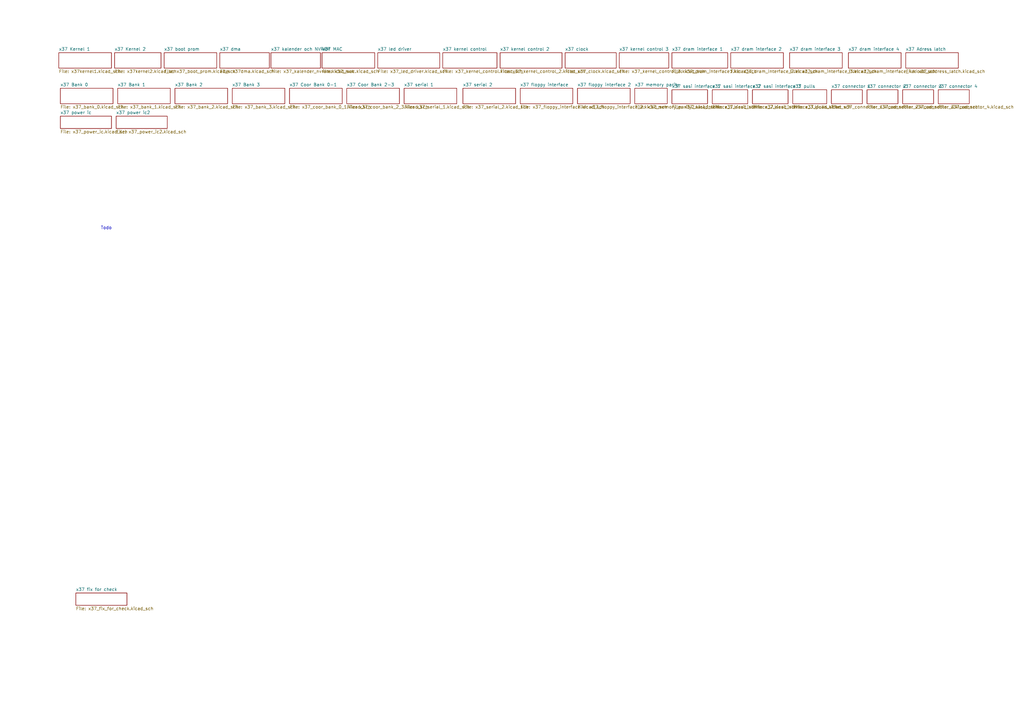
<source format=kicad_sch>
(kicad_sch (version 20211123) (generator eeschema)

  (uuid 75ffc65c-7132-4411-9f2a-ae0c73d79338)

  (paper "A3")

  


  (text "Todo\n\n\n" (at 41.275 98.425 0)
    (effects (font (size 1.27 1.27)) (justify left bottom))
    (uuid 946d362a-161c-4eca-a55d-07d5e95c16a0)
  )

  (sheet (at 24.13 21.59) (size 21.59 6.35) (fields_autoplaced)
    (stroke (width 0) (type solid) (color 0 0 0 0))
    (fill (color 0 0 0 0.0000))
    (uuid 00000000-0000-0000-0000-000061e05f96)
    (property "Sheet name" "x37 Kernel 1" (id 0) (at 24.13 20.8784 0)
      (effects (font (size 1.27 1.27)) (justify left bottom))
    )
    (property "Sheet file" "x37kernel1.kicad_sch" (id 1) (at 24.13 28.5246 0)
      (effects (font (size 1.27 1.27)) (justify left top))
    )
  )

  (sheet (at 46.99 21.59) (size 19.05 6.35) (fields_autoplaced)
    (stroke (width 0) (type solid) (color 0 0 0 0))
    (fill (color 0 0 0 0.0000))
    (uuid 00000000-0000-0000-0000-000062162a53)
    (property "Sheet name" "x37 Kernel 2" (id 0) (at 46.99 20.8784 0)
      (effects (font (size 1.27 1.27)) (justify left bottom))
    )
    (property "Sheet file" "x37kernel2.kicad_sch" (id 1) (at 46.99 28.5246 0)
      (effects (font (size 1.27 1.27)) (justify left top))
    )
  )

  (sheet (at 142.24 36.195) (size 21.59 6.35) (fields_autoplaced)
    (stroke (width 0.1524) (type solid) (color 0 0 0 0))
    (fill (color 0 0 0 0.0000))
    (uuid 02eac8de-0b41-4442-89fa-9bbf69844746)
    (property "Sheet name" "x37 Coor Bank 2-3" (id 0) (at 142.24 35.4834 0)
      (effects (font (size 1.27 1.27)) (justify left bottom))
    )
    (property "Sheet file" "x37_coor_bank_2_3.kicad_sch" (id 1) (at 142.24 43.1296 0)
      (effects (font (size 1.27 1.27)) (justify left top))
    )
  )

  (sheet (at 323.85 21.59) (size 21.59 6.35) (fields_autoplaced)
    (stroke (width 0.1524) (type solid) (color 0 0 0 0))
    (fill (color 0 0 0 0.0000))
    (uuid 03b3b8c6-8a60-4fe8-a01c-e845b60b20da)
    (property "Sheet name" "x37 dram interface 3" (id 0) (at 323.85 20.8784 0)
      (effects (font (size 1.27 1.27)) (justify left bottom))
    )
    (property "Sheet file" "x37_dram_interface_3.kicad_sch" (id 1) (at 323.85 28.5246 0)
      (effects (font (size 1.27 1.27)) (justify left top))
    )
  )

  (sheet (at 384.81 36.83) (size 12.7 5.715) (fields_autoplaced)
    (stroke (width 0.1524) (type solid) (color 0 0 0 0))
    (fill (color 0 0 0 0.0000))
    (uuid 06f416e6-02e9-4d50-9bfe-208e3ff7b1f0)
    (property "Sheet name" "x37 connector 4" (id 0) (at 384.81 36.1184 0)
      (effects (font (size 1.27 1.27)) (justify left bottom))
    )
    (property "Sheet file" "x37_connector_4.kicad_sch" (id 1) (at 384.81 43.1296 0)
      (effects (font (size 1.27 1.27)) (justify left top))
    )
  )

  (sheet (at 111.125 21.59) (size 20.32 6.35) (fields_autoplaced)
    (stroke (width 0.1524) (type solid) (color 0 0 0 0))
    (fill (color 0 0 0 0.0000))
    (uuid 07d28e46-a9e6-4f93-ba67-64b6c16ee5da)
    (property "Sheet name" "x37 kalender och NVRAM" (id 0) (at 111.125 20.8784 0)
      (effects (font (size 1.27 1.27)) (justify left bottom))
    )
    (property "Sheet file" "x37_kalender_nvram.kicad_sch" (id 1) (at 111.125 28.5246 0)
      (effects (font (size 1.27 1.27)) (justify left top))
    )
  )

  (sheet (at 154.94 21.59) (size 25.4 6.35) (fields_autoplaced)
    (stroke (width 0.1524) (type solid) (color 0 0 0 0))
    (fill (color 0 0 0 0.0000))
    (uuid 0e1cdeeb-d4a1-4a2f-896f-ea20504c6be7)
    (property "Sheet name" "x37 led driver" (id 0) (at 154.94 20.8784 0)
      (effects (font (size 1.27 1.27)) (justify left bottom))
    )
    (property "Sheet file" "x37_led_driver.kicad_sch" (id 1) (at 154.94 28.5246 0)
      (effects (font (size 1.27 1.27)) (justify left top))
    )
  )

  (sheet (at 231.775 21.59) (size 20.955 6.35) (fields_autoplaced)
    (stroke (width 0.1524) (type solid) (color 0 0 0 0))
    (fill (color 0 0 0 0.0000))
    (uuid 175c0190-f6fd-4899-89c5-cf41207a33a3)
    (property "Sheet name" "x37 clock" (id 0) (at 231.775 20.8784 0)
      (effects (font (size 1.27 1.27)) (justify left bottom))
    )
    (property "Sheet file" "x37_clock.kicad_sch" (id 1) (at 231.775 28.5246 0)
      (effects (font (size 1.27 1.27)) (justify left top))
    )
  )

  (sheet (at 260.35 36.195) (size 13.335 6.35) (fields_autoplaced)
    (stroke (width 0.1524) (type solid) (color 0 0 0 0))
    (fill (color 0 0 0 0.0000))
    (uuid 1c84c539-0d70-4dfb-9aab-f53f4b5d0112)
    (property "Sheet name" "x37 memory parity" (id 0) (at 260.35 35.4834 0)
      (effects (font (size 1.27 1.27)) (justify left bottom))
    )
    (property "Sheet file" "x37_memory_parity2.kicad_sch" (id 1) (at 260.35 43.1296 0)
      (effects (font (size 1.27 1.27)) (justify left top))
    )
  )

  (sheet (at 31.115 243.205) (size 20.955 5.08) (fields_autoplaced)
    (stroke (width 0.1524) (type solid) (color 0 0 0 0))
    (fill (color 0 0 0 0.0000))
    (uuid 296649e1-c009-4eeb-ab17-34f2ef654798)
    (property "Sheet name" "x37 fix for check" (id 0) (at 31.115 242.4934 0)
      (effects (font (size 1.27 1.27)) (justify left bottom))
    )
    (property "Sheet file" "x37_fix_for_check.kicad_sch" (id 1) (at 31.115 248.8696 0)
      (effects (font (size 1.27 1.27)) (justify left top))
    )
  )

  (sheet (at 370.205 36.83) (size 12.7 5.715) (fields_autoplaced)
    (stroke (width 0.1524) (type solid) (color 0 0 0 0))
    (fill (color 0 0 0 0.0000))
    (uuid 32429be1-0e50-4491-be2b-b2ac1cc45c88)
    (property "Sheet name" "x37 connector 3" (id 0) (at 370.205 36.1184 0)
      (effects (font (size 1.27 1.27)) (justify left bottom))
    )
    (property "Sheet file" "x37_connector_3.kicad_sch" (id 1) (at 370.205 43.1296 0)
      (effects (font (size 1.27 1.27)) (justify left top))
    )
  )

  (sheet (at 24.765 36.195) (size 21.59 6.35) (fields_autoplaced)
    (stroke (width 0.1524) (type solid) (color 0 0 0 0))
    (fill (color 0 0 0 0.0000))
    (uuid 37cfcdae-5e0b-43a3-aa11-b7d44d2b5caf)
    (property "Sheet name" "x37 Bank 0" (id 0) (at 24.765 35.4834 0)
      (effects (font (size 1.27 1.27)) (justify left bottom))
    )
    (property "Sheet file" "x37_bank_0.kicad_sch" (id 1) (at 24.765 43.1296 0)
      (effects (font (size 1.27 1.27)) (justify left top))
    )
  )

  (sheet (at 275.59 36.83) (size 14.605 5.715) (fields_autoplaced)
    (stroke (width 0.1524) (type solid) (color 0 0 0 0))
    (fill (color 0 0 0 0.0000))
    (uuid 3ca6ca9d-5346-495a-85bb-f282eee61d27)
    (property "Sheet name" "x37 sasi interface 1" (id 0) (at 275.59 36.1184 0)
      (effects (font (size 1.27 1.27)) (justify left bottom))
    )
    (property "Sheet file" "x37_sasi_interface_1.kicad_sch" (id 1) (at 275.59 43.1296 0)
      (effects (font (size 1.27 1.27)) (justify left top))
    )
  )

  (sheet (at 213.36 36.195) (size 21.59 6.35) (fields_autoplaced)
    (stroke (width 0.1524) (type solid) (color 0 0 0 0))
    (fill (color 0 0 0 0.0000))
    (uuid 406ac2ac-2f37-4f0b-89db-4d3bb627989e)
    (property "Sheet name" "x37 floppy interface" (id 0) (at 213.36 35.4834 0)
      (effects (font (size 1.27 1.27)) (justify left bottom))
    )
    (property "Sheet file" "x37_floppy_interface.kicad_sch" (id 1) (at 213.36 43.1296 0)
      (effects (font (size 1.27 1.27)) (justify left top))
    )
  )

  (sheet (at 275.59 21.59) (size 22.86 6.35) (fields_autoplaced)
    (stroke (width 0.1524) (type solid) (color 0 0 0 0))
    (fill (color 0 0 0 0.0000))
    (uuid 4081599c-4187-4b0c-8b58-f14d38f5e3d3)
    (property "Sheet name" "x37 dram interface 1" (id 0) (at 275.59 20.8784 0)
      (effects (font (size 1.27 1.27)) (justify left bottom))
    )
    (property "Sheet file" "x37_dram_interface1.kicad_sch" (id 1) (at 275.59 28.5246 0)
      (effects (font (size 1.27 1.27)) (justify left top))
    )
  )

  (sheet (at 236.855 36.195) (size 21.59 6.35) (fields_autoplaced)
    (stroke (width 0.1524) (type solid) (color 0 0 0 0))
    (fill (color 0 0 0 0.0000))
    (uuid 4393b885-eb76-4611-853f-f5b6c82f11a7)
    (property "Sheet name" "x37 floppy interface 2" (id 0) (at 236.855 35.4834 0)
      (effects (font (size 1.27 1.27)) (justify left bottom))
    )
    (property "Sheet file" "x37_floppy_interface_2.kicad_sch" (id 1) (at 236.855 43.1296 0)
      (effects (font (size 1.27 1.27)) (justify left top))
    )
  )

  (sheet (at 48.26 36.195) (size 21.59 6.35) (fields_autoplaced)
    (stroke (width 0.1524) (type solid) (color 0 0 0 0))
    (fill (color 0 0 0 0.0000))
    (uuid 47f2104a-5ab0-4a6c-a661-fd0dd00664be)
    (property "Sheet name" "x37 Bank 1" (id 0) (at 48.26 35.4834 0)
      (effects (font (size 1.27 1.27)) (justify left bottom))
    )
    (property "Sheet file" "x37_bank_1.kicad_sch" (id 1) (at 48.26 43.1296 0)
      (effects (font (size 1.27 1.27)) (justify left top))
    )
  )

  (sheet (at 47.625 47.625) (size 20.955 5.08) (fields_autoplaced)
    (stroke (width 0.1524) (type solid) (color 0 0 0 0))
    (fill (color 0 0 0 0.0000))
    (uuid 5cdf668c-705e-431f-b168-ef3dd66f5af0)
    (property "Sheet name" "x37 power ic2" (id 0) (at 47.625 46.9134 0)
      (effects (font (size 1.27 1.27)) (justify left bottom))
    )
    (property "Sheet file" "x37_power_ic2.kicad_sch" (id 1) (at 47.625 53.2896 0)
      (effects (font (size 1.27 1.27)) (justify left top))
    )
  )

  (sheet (at 308.61 36.83) (size 14.605 5.715) (fields_autoplaced)
    (stroke (width 0.1524) (type solid) (color 0 0 0 0))
    (fill (color 0 0 0 0.0000))
    (uuid 616a6cfb-0639-44a9-a635-d9f5737a20d3)
    (property "Sheet name" "x37 sasi interface 3" (id 0) (at 308.61 36.1184 0)
      (effects (font (size 1.27 1.27)) (justify left bottom))
    )
    (property "Sheet file" "x37_sasi_interface_3.kicad_sch" (id 1) (at 308.61 43.1296 0)
      (effects (font (size 1.27 1.27)) (justify left top))
    )
  )

  (sheet (at 132.08 21.59) (size 21.59 6.35) (fields_autoplaced)
    (stroke (width 0.1524) (type solid) (color 0 0 0 0))
    (fill (color 0 0 0 0.0000))
    (uuid 674e4a0d-4762-479c-a69f-d88aa39238fd)
    (property "Sheet name" "x37 MAC" (id 0) (at 132.08 20.8784 0)
      (effects (font (size 1.27 1.27)) (justify left bottom))
    )
    (property "Sheet file" "x37_mac.kicad_sch" (id 1) (at 132.08 28.5246 0)
      (effects (font (size 1.27 1.27)) (justify left top))
    )
  )

  (sheet (at 347.98 21.59) (size 21.59 6.35) (fields_autoplaced)
    (stroke (width 0.1524) (type solid) (color 0 0 0 0))
    (fill (color 0 0 0 0.0000))
    (uuid 6c55746f-c8d3-492f-aaa2-ccd11dad0c78)
    (property "Sheet name" "x37 dram interface 4" (id 0) (at 347.98 20.8784 0)
      (effects (font (size 1.27 1.27)) (justify left bottom))
    )
    (property "Sheet file" "x37_dram_interface_4.kicad_sch" (id 1) (at 347.98 28.5246 0)
      (effects (font (size 1.27 1.27)) (justify left top))
    )
  )

  (sheet (at 189.865 36.195) (size 21.59 6.35) (fields_autoplaced)
    (stroke (width 0.1524) (type solid) (color 0 0 0 0))
    (fill (color 0 0 0 0.0000))
    (uuid 760cedc9-7bdb-4bb6-b354-69a36d0805ab)
    (property "Sheet name" "x37 serial 2" (id 0) (at 189.865 35.4834 0)
      (effects (font (size 1.27 1.27)) (justify left bottom))
    )
    (property "Sheet file" "x37_serial_2.kicad_sch" (id 1) (at 189.865 43.1296 0)
      (effects (font (size 1.27 1.27)) (justify left top))
    )
  )

  (sheet (at 299.72 21.59) (size 21.59 6.35) (fields_autoplaced)
    (stroke (width 0.1524) (type solid) (color 0 0 0 0))
    (fill (color 0 0 0 0.0000))
    (uuid 7975ba4d-c6bc-4ed9-8764-d2d847fc4606)
    (property "Sheet name" "x37 dram interface 2" (id 0) (at 299.72 20.8784 0)
      (effects (font (size 1.27 1.27)) (justify left bottom))
    )
    (property "Sheet file" "x37_dram_interface_2.kicad_sch" (id 1) (at 299.72 28.5246 0)
      (effects (font (size 1.27 1.27)) (justify left top))
    )
  )

  (sheet (at 71.755 36.195) (size 21.59 6.35) (fields_autoplaced)
    (stroke (width 0.1524) (type solid) (color 0 0 0 0))
    (fill (color 0 0 0 0.0000))
    (uuid 8563c442-b162-473f-886b-7c804eeeec70)
    (property "Sheet name" "x37 Bank 2" (id 0) (at 71.755 35.4834 0)
      (effects (font (size 1.27 1.27)) (justify left bottom))
    )
    (property "Sheet file" "x37_bank_2.kicad_sch" (id 1) (at 71.755 43.1296 0)
      (effects (font (size 1.27 1.27)) (justify left top))
    )
  )

  (sheet (at 205.105 21.59) (size 25.4 6.35) (fields_autoplaced)
    (stroke (width 0.1524) (type solid) (color 0 0 0 0))
    (fill (color 0 0 0 0.0000))
    (uuid 85a675d4-f83f-4d60-9305-3aba049ace29)
    (property "Sheet name" "x37 kernel control 2" (id 0) (at 205.105 20.8784 0)
      (effects (font (size 1.27 1.27)) (justify left bottom))
    )
    (property "Sheet file" "x37_kernel_control_2.kicad_sch" (id 1) (at 205.105 28.5246 0)
      (effects (font (size 1.27 1.27)) (justify left top))
    )
  )

  (sheet (at 95.25 36.195) (size 21.59 6.35) (fields_autoplaced)
    (stroke (width 0.1524) (type solid) (color 0 0 0 0))
    (fill (color 0 0 0 0.0000))
    (uuid 8b6470af-61d3-4e6e-ab52-1fe30edbab37)
    (property "Sheet name" "x37 Bank 3" (id 0) (at 95.25 35.4834 0)
      (effects (font (size 1.27 1.27)) (justify left bottom))
    )
    (property "Sheet file" "x37_bank_3.kicad_sch" (id 1) (at 95.25 43.1296 0)
      (effects (font (size 1.27 1.27)) (justify left top))
    )
  )

  (sheet (at 181.61 21.59) (size 22.225 6.35) (fields_autoplaced)
    (stroke (width 0.1524) (type solid) (color 0 0 0 0))
    (fill (color 0 0 0 0.0000))
    (uuid 8b65a534-616a-466e-9957-156e1168e545)
    (property "Sheet name" "x37 kernel control" (id 0) (at 181.61 20.8784 0)
      (effects (font (size 1.27 1.27)) (justify left bottom))
    )
    (property "Sheet file" "x37_kernel_control.kicad_sch" (id 1) (at 181.61 28.5246 0)
      (effects (font (size 1.27 1.27)) (justify left top))
    )
  )

  (sheet (at 340.995 36.83) (size 12.7 5.715) (fields_autoplaced)
    (stroke (width 0.1524) (type solid) (color 0 0 0 0))
    (fill (color 0 0 0 0.0000))
    (uuid 93af6e8d-6856-4783-8915-482321735c1f)
    (property "Sheet name" "x37 connector 1" (id 0) (at 340.995 36.1184 0)
      (effects (font (size 1.27 1.27)) (justify left bottom))
    )
    (property "Sheet file" "x37_connector_1.kicad_sch" (id 1) (at 340.995 43.1296 0)
      (effects (font (size 1.27 1.27)) (justify left top))
    )
  )

  (sheet (at 90.17 21.59) (size 20.32 6.35) (fields_autoplaced)
    (stroke (width 0.1524) (type solid) (color 0 0 0 0))
    (fill (color 0 0 0 0.0000))
    (uuid 973d76ef-bce8-4a86-bb2e-ef4410213a8e)
    (property "Sheet name" "x37 dma" (id 0) (at 90.17 20.8784 0)
      (effects (font (size 1.27 1.27)) (justify left bottom))
    )
    (property "Sheet file" "x37dma.kicad_sch" (id 1) (at 90.17 28.5246 0)
      (effects (font (size 1.27 1.27)) (justify left top))
    )
  )

  (sheet (at 67.31 21.59) (size 21.59 6.35) (fields_autoplaced)
    (stroke (width 0.1524) (type solid) (color 0 0 0 0))
    (fill (color 0 0 0 0.0000))
    (uuid a66bd857-144e-4ab0-ab7a-3c10ed80cb1e)
    (property "Sheet name" "x37 boot prom" (id 0) (at 67.31 20.8784 0)
      (effects (font (size 1.27 1.27)) (justify left bottom))
    )
    (property "Sheet file" "x37_boot_prom.kicad_sch" (id 1) (at 67.31 28.5246 0)
      (effects (font (size 1.27 1.27)) (justify left top))
    )
  )

  (sheet (at 118.745 36.195) (size 21.59 6.35) (fields_autoplaced)
    (stroke (width 0.1524) (type solid) (color 0 0 0 0))
    (fill (color 0 0 0 0.0000))
    (uuid aa1a7657-5608-42f7-8450-da54e65fe646)
    (property "Sheet name" "x37 Coor Bank 0-1" (id 0) (at 118.745 35.4834 0)
      (effects (font (size 1.27 1.27)) (justify left bottom))
    )
    (property "Sheet file" "x37_coor_bank_0_1.kicad_sch" (id 1) (at 118.745 43.1296 0)
      (effects (font (size 1.27 1.27)) (justify left top))
    )
  )

  (sheet (at 371.475 21.59) (size 21.59 6.35) (fields_autoplaced)
    (stroke (width 0.1524) (type solid) (color 0 0 0 0))
    (fill (color 0 0 0 0.0000))
    (uuid af92a833-8846-4a29-95e0-760448c0c35f)
    (property "Sheet name" "x37 Adress latch" (id 0) (at 371.475 20.8784 0)
      (effects (font (size 1.27 1.27)) (justify left bottom))
    )
    (property "Sheet file" "x37_address_latch.kicad_sch" (id 1) (at 371.475 28.5246 0)
      (effects (font (size 1.27 1.27)) (justify left top))
    )
  )

  (sheet (at 165.735 36.195) (size 21.59 6.35) (fields_autoplaced)
    (stroke (width 0.1524) (type solid) (color 0 0 0 0))
    (fill (color 0 0 0 0.0000))
    (uuid b8d8dda8-79f5-42b3-a1ef-909c45abdec7)
    (property "Sheet name" "x37 serial 1" (id 0) (at 165.735 35.4834 0)
      (effects (font (size 1.27 1.27)) (justify left bottom))
    )
    (property "Sheet file" "x37_serial_1.kicad_sch" (id 1) (at 165.735 43.1296 0)
      (effects (font (size 1.27 1.27)) (justify left top))
    )
  )

  (sheet (at 325.12 36.83) (size 13.97 5.715) (fields_autoplaced)
    (stroke (width 0.1524) (type solid) (color 0 0 0 0))
    (fill (color 0 0 0 0.0000))
    (uuid cfcd8b64-56ca-49a6-81f4-e39214d33c7c)
    (property "Sheet name" "x37 pulls" (id 0) (at 325.12 36.1184 0)
      (effects (font (size 1.27 1.27)) (justify left bottom))
    )
    (property "Sheet file" "x37_pulls.kicad_sch" (id 1) (at 325.12 43.1296 0)
      (effects (font (size 1.27 1.27)) (justify left top))
    )
  )

  (sheet (at 355.6 36.83) (size 12.7 5.715) (fields_autoplaced)
    (stroke (width 0.1524) (type solid) (color 0 0 0 0))
    (fill (color 0 0 0 0.0000))
    (uuid d8c53f8f-a415-48ac-8525-9ff76940655c)
    (property "Sheet name" "x37 connector 2" (id 0) (at 355.6 36.1184 0)
      (effects (font (size 1.27 1.27)) (justify left bottom))
    )
    (property "Sheet file" "x37_connector_2.kicad_sch" (id 1) (at 355.6 43.1296 0)
      (effects (font (size 1.27 1.27)) (justify left top))
    )
  )

  (sheet (at 254 21.59) (size 20.32 6.35) (fields_autoplaced)
    (stroke (width 0.1524) (type solid) (color 0 0 0 0))
    (fill (color 0 0 0 0.0000))
    (uuid e971a527-2be8-4774-9508-6ea9faa92a0c)
    (property "Sheet name" "x37 kernel control 3" (id 0) (at 254 20.8784 0)
      (effects (font (size 1.27 1.27)) (justify left bottom))
    )
    (property "Sheet file" "x37_kernel_control_3.kicad_sch" (id 1) (at 254 28.5246 0)
      (effects (font (size 1.27 1.27)) (justify left top))
    )
  )

  (sheet (at 24.765 47.625) (size 20.955 5.08) (fields_autoplaced)
    (stroke (width 0.1524) (type solid) (color 0 0 0 0))
    (fill (color 0 0 0 0.0000))
    (uuid f520066f-7324-4f56-9fa3-acd04b10a094)
    (property "Sheet name" "x37 power ic" (id 0) (at 24.765 46.9134 0)
      (effects (font (size 1.27 1.27)) (justify left bottom))
    )
    (property "Sheet file" "x37_power_ic.kicad_sch" (id 1) (at 24.765 53.2896 0)
      (effects (font (size 1.27 1.27)) (justify left top))
    )
  )

  (sheet (at 292.1 36.83) (size 14.605 5.715) (fields_autoplaced)
    (stroke (width 0.1524) (type solid) (color 0 0 0 0))
    (fill (color 0 0 0 0.0000))
    (uuid fa2b4c1e-c8de-4281-bb03-bc858c885b51)
    (property "Sheet name" "x37 sasi interface 2" (id 0) (at 292.1 36.1184 0)
      (effects (font (size 1.27 1.27)) (justify left bottom))
    )
    (property "Sheet file" "x37_sasi_interface_2.kicad_sch" (id 1) (at 292.1 43.1296 0)
      (effects (font (size 1.27 1.27)) (justify left top))
    )
  )

  (sheet_instances
    (path "/" (page "1"))
    (path "/00000000-0000-0000-0000-000061e05f96" (page "2"))
    (path "/00000000-0000-0000-0000-000062162a53" (page "3"))
    (path "/a66bd857-144e-4ab0-ab7a-3c10ed80cb1e" (page "4"))
    (path "/973d76ef-bce8-4a86-bb2e-ef4410213a8e" (page "5"))
    (path "/07d28e46-a9e6-4f93-ba67-64b6c16ee5da" (page "6"))
    (path "/674e4a0d-4762-479c-a69f-d88aa39238fd" (page "7"))
    (path "/0e1cdeeb-d4a1-4a2f-896f-ea20504c6be7" (page "8"))
    (path "/8b65a534-616a-466e-9957-156e1168e545" (page "9"))
    (path "/85a675d4-f83f-4d60-9305-3aba049ace29" (page "10"))
    (path "/175c0190-f6fd-4899-89c5-cf41207a33a3" (page "11"))
    (path "/e971a527-2be8-4774-9508-6ea9faa92a0c" (page "12"))
    (path "/4081599c-4187-4b0c-8b58-f14d38f5e3d3" (page "13"))
    (path "/7975ba4d-c6bc-4ed9-8764-d2d847fc4606" (page "14"))
    (path "/03b3b8c6-8a60-4fe8-a01c-e845b60b20da" (page "15"))
    (path "/6c55746f-c8d3-492f-aaa2-ccd11dad0c78" (page "16"))
    (path "/af92a833-8846-4a29-95e0-760448c0c35f" (page "17"))
    (path "/37cfcdae-5e0b-43a3-aa11-b7d44d2b5caf" (page "18"))
    (path "/47f2104a-5ab0-4a6c-a661-fd0dd00664be" (page "19"))
    (path "/8563c442-b162-473f-886b-7c804eeeec70" (page "20"))
    (path "/8b6470af-61d3-4e6e-ab52-1fe30edbab37" (page "21"))
    (path "/aa1a7657-5608-42f7-8450-da54e65fe646" (page "22"))
    (path "/02eac8de-0b41-4442-89fa-9bbf69844746" (page "23"))
    (path "/b8d8dda8-79f5-42b3-a1ef-909c45abdec7" (page "24"))
    (path "/760cedc9-7bdb-4bb6-b354-69a36d0805ab" (page "25"))
    (path "/406ac2ac-2f37-4f0b-89db-4d3bb627989e" (page "26"))
    (path "/4393b885-eb76-4611-853f-f5b6c82f11a7" (page "27"))
    (path "/1c84c539-0d70-4dfb-9aab-f53f4b5d0112" (page "28"))
    (path "/3ca6ca9d-5346-495a-85bb-f282eee61d27" (page "29"))
    (path "/fa2b4c1e-c8de-4281-bb03-bc858c885b51" (page "30"))
    (path "/616a6cfb-0639-44a9-a635-d9f5737a20d3" (page "31"))
    (path "/cfcd8b64-56ca-49a6-81f4-e39214d33c7c" (page "32"))
    (path "/93af6e8d-6856-4783-8915-482321735c1f" (page "33"))
    (path "/d8c53f8f-a415-48ac-8525-9ff76940655c" (page "34"))
    (path "/32429be1-0e50-4491-be2b-b2ac1cc45c88" (page "35"))
    (path "/06f416e6-02e9-4d50-9bfe-208e3ff7b1f0" (page "36"))
    (path "/f520066f-7324-4f56-9fa3-acd04b10a094" (page "37"))
    (path "/5cdf668c-705e-431f-b168-ef3dd66f5af0" (page "38"))
    (path "/296649e1-c009-4eeb-ab17-34f2ef654798" (page "39"))
  )

  (symbol_instances
    (path "/296649e1-c009-4eeb-ab17-34f2ef654798/ccfc54c1-d0d8-4657-82a9-98db0a1d31ea"
      (reference "#FLG0101") (unit 1) (value "PWR_FLAG") (footprint "")
    )
    (path "/296649e1-c009-4eeb-ab17-34f2ef654798/d82155ff-9319-4f5a-85f0-6e0b32a28157"
      (reference "#FLG0102") (unit 1) (value "PWR_FLAG") (footprint "")
    )
    (path "/296649e1-c009-4eeb-ab17-34f2ef654798/4563d91c-1537-4077-98f8-28224ee180cb"
      (reference "#FLG0103") (unit 1) (value "PWR_FLAG") (footprint "")
    )
    (path "/296649e1-c009-4eeb-ab17-34f2ef654798/fbadd2d4-df2a-4a3a-be00-27e901739b48"
      (reference "#FLG0104") (unit 1) (value "PWR_FLAG") (footprint "")
    )
    (path "/cfcd8b64-56ca-49a6-81f4-e39214d33c7c/0da4ed7f-d506-460e-a00d-58aabeaa777e"
      (reference "#PWR01") (unit 1) (value "+5V") (footprint "")
    )
    (path "/cfcd8b64-56ca-49a6-81f4-e39214d33c7c/ff9cda1f-b345-4277-bbcd-2643efe6d020"
      (reference "#PWR02") (unit 1) (value "GND") (footprint "")
    )
    (path "/cfcd8b64-56ca-49a6-81f4-e39214d33c7c/7bfe87c7-3aa2-4b2a-8b1e-f519ca3d261c"
      (reference "#PWR03") (unit 1) (value "+5V") (footprint "")
    )
    (path "/cfcd8b64-56ca-49a6-81f4-e39214d33c7c/f313e7a4-0bfe-443f-b364-3ffcfce58ae5"
      (reference "#PWR04") (unit 1) (value "+5V") (footprint "")
    )
    (path "/cfcd8b64-56ca-49a6-81f4-e39214d33c7c/52000923-0376-43d5-bc79-e7863e786931"
      (reference "#PWR05") (unit 1) (value "+5V") (footprint "")
    )
    (path "/cfcd8b64-56ca-49a6-81f4-e39214d33c7c/17635b85-d4c0-410a-bd0d-eecb33e22bb9"
      (reference "#PWR06") (unit 1) (value "GND") (footprint "")
    )
    (path "/cfcd8b64-56ca-49a6-81f4-e39214d33c7c/75f1cb72-a097-4115-b093-aa0759294dd2"
      (reference "#PWR07") (unit 1) (value "+5V") (footprint "")
    )
    (path "/cfcd8b64-56ca-49a6-81f4-e39214d33c7c/c0350b2c-2654-4a02-83df-0460f8456bb6"
      (reference "#PWR08") (unit 1) (value "+5V") (footprint "")
    )
    (path "/cfcd8b64-56ca-49a6-81f4-e39214d33c7c/707a197f-5bea-476e-b42d-cbad87f1fac2"
      (reference "#PWR09") (unit 1) (value "+5V") (footprint "")
    )
    (path "/cfcd8b64-56ca-49a6-81f4-e39214d33c7c/b68e2f14-47b4-47c2-b74f-277cfcd81e74"
      (reference "#PWR010") (unit 1) (value "+5V") (footprint "")
    )
    (path "/cfcd8b64-56ca-49a6-81f4-e39214d33c7c/fc5b660c-94eb-4be7-b152-2ce287c14172"
      (reference "#PWR011") (unit 1) (value "+5V") (footprint "")
    )
    (path "/cfcd8b64-56ca-49a6-81f4-e39214d33c7c/b39a49da-5701-4b01-a8e0-884042058df9"
      (reference "#PWR012") (unit 1) (value "+5V") (footprint "")
    )
    (path "/93af6e8d-6856-4783-8915-482321735c1f/f409e5f7-3bf0-418d-9ead-e45c16d96203"
      (reference "#PWR013") (unit 1) (value "-12V") (footprint "")
    )
    (path "/93af6e8d-6856-4783-8915-482321735c1f/989c1a83-b020-498b-b4d9-be8afabf0ee4"
      (reference "#PWR014") (unit 1) (value "GND") (footprint "")
    )
    (path "/93af6e8d-6856-4783-8915-482321735c1f/967000f5-8e67-4ad3-b44d-7a8ced425a60"
      (reference "#PWR015") (unit 1) (value "+5V") (footprint "")
    )
    (path "/93af6e8d-6856-4783-8915-482321735c1f/f1328618-19a3-467a-842c-4f78d2dcfbd9"
      (reference "#PWR016") (unit 1) (value "+12V") (footprint "")
    )
    (path "/93af6e8d-6856-4783-8915-482321735c1f/a01a68f0-7dea-4a44-bc3a-468c57daeb5a"
      (reference "#PWR017") (unit 1) (value "+5V") (footprint "")
    )
    (path "/93af6e8d-6856-4783-8915-482321735c1f/e8b6c70b-2f0b-414c-b91d-98ac2ff36ca7"
      (reference "#PWR018") (unit 1) (value "+5V") (footprint "")
    )
    (path "/93af6e8d-6856-4783-8915-482321735c1f/87ce99c5-8403-4619-a2d1-fb1700efcc44"
      (reference "#PWR019") (unit 1) (value "GND") (footprint "")
    )
    (path "/93af6e8d-6856-4783-8915-482321735c1f/ade9aeea-cf67-487d-92ed-45c3a6107506"
      (reference "#PWR020") (unit 1) (value "GND") (footprint "")
    )
    (path "/93af6e8d-6856-4783-8915-482321735c1f/32b0fca8-9b27-441a-b8e1-55a9e0302976"
      (reference "#PWR021") (unit 1) (value "GND") (footprint "")
    )
    (path "/93af6e8d-6856-4783-8915-482321735c1f/6520b174-60a3-4fb2-8b95-a4aaac25f0ef"
      (reference "#PWR022") (unit 1) (value "GND") (footprint "")
    )
    (path "/93af6e8d-6856-4783-8915-482321735c1f/2abe2c09-b8fe-48e9-8e6a-b1d4f4ac7ba4"
      (reference "#PWR023") (unit 1) (value "+5V") (footprint "")
    )
    (path "/93af6e8d-6856-4783-8915-482321735c1f/16ac490d-9f61-4663-970c-3e3c8311de26"
      (reference "#PWR024") (unit 1) (value "+5V") (footprint "")
    )
    (path "/d8c53f8f-a415-48ac-8525-9ff76940655c/73bd4d08-02d4-4ed3-8b6c-4197f5dea7ef"
      (reference "#PWR025") (unit 1) (value "GND") (footprint "")
    )
    (path "/d8c53f8f-a415-48ac-8525-9ff76940655c/dd284158-d452-46c8-b964-8e3ac61b13a8"
      (reference "#PWR026") (unit 1) (value "-12V") (footprint "")
    )
    (path "/d8c53f8f-a415-48ac-8525-9ff76940655c/8511f757-6b7b-460a-a931-ee2ebcea5317"
      (reference "#PWR027") (unit 1) (value "+12V") (footprint "")
    )
    (path "/d8c53f8f-a415-48ac-8525-9ff76940655c/d0275d3d-aae3-48fb-bd4f-ecfc92b98791"
      (reference "#PWR028") (unit 1) (value "GND") (footprint "")
    )
    (path "/d8c53f8f-a415-48ac-8525-9ff76940655c/8f36773a-6496-43ca-97ce-e94e355f8f81"
      (reference "#PWR029") (unit 1) (value "GND") (footprint "")
    )
    (path "/d8c53f8f-a415-48ac-8525-9ff76940655c/0cb43d63-bd12-4ada-911a-effa0df37af7"
      (reference "#PWR030") (unit 1) (value "+5V") (footprint "")
    )
    (path "/d8c53f8f-a415-48ac-8525-9ff76940655c/afe51073-32d7-4281-9c34-1364bd89e9b7"
      (reference "#PWR031") (unit 1) (value "GND") (footprint "")
    )
    (path "/d8c53f8f-a415-48ac-8525-9ff76940655c/ff2161c9-0a31-4af1-a13a-7f24a29ddcef"
      (reference "#PWR032") (unit 1) (value "GND") (footprint "")
    )
    (path "/32429be1-0e50-4491-be2b-b2ac1cc45c88/91ac3a0e-30ca-4067-949d-db7336c73478"
      (reference "#PWR033") (unit 1) (value "-12V") (footprint "")
    )
    (path "/32429be1-0e50-4491-be2b-b2ac1cc45c88/73290c76-e78f-4d7b-a930-255aa3dbc86c"
      (reference "#PWR034") (unit 1) (value "+12V") (footprint "")
    )
    (path "/f520066f-7324-4f56-9fa3-acd04b10a094/05ea292f-35d1-460b-82c9-d7d3bf89928f"
      (reference "#PWR035") (unit 1) (value "+5V") (footprint "")
    )
    (path "/32429be1-0e50-4491-be2b-b2ac1cc45c88/8b12f1b4-be4a-433d-8201-967ef4e36c38"
      (reference "#PWR036") (unit 1) (value "GND") (footprint "")
    )
    (path "/32429be1-0e50-4491-be2b-b2ac1cc45c88/cb16a6a9-f293-416b-bdf3-5d681883e813"
      (reference "#PWR037") (unit 1) (value "~") (footprint "")
    )
    (path "/32429be1-0e50-4491-be2b-b2ac1cc45c88/6a33354a-b9ce-4185-8e8f-395260f63242"
      (reference "#PWR038") (unit 1) (value "~") (footprint "")
    )
    (path "/06f416e6-02e9-4d50-9bfe-208e3ff7b1f0/ecb2676e-0e8f-4b77-a2de-1dd4964b0ae0"
      (reference "#PWR039") (unit 1) (value "-12V") (footprint "")
    )
    (path "/06f416e6-02e9-4d50-9bfe-208e3ff7b1f0/bcca7ba2-8fca-4cae-9df1-49325403c7af"
      (reference "#PWR040") (unit 1) (value "-12V") (footprint "")
    )
    (path "/06f416e6-02e9-4d50-9bfe-208e3ff7b1f0/a94a9462-77b7-4a65-9a74-8b0fd7bdc8bc"
      (reference "#PWR041") (unit 1) (value "-12V") (footprint "")
    )
    (path "/06f416e6-02e9-4d50-9bfe-208e3ff7b1f0/d4be3e2a-3507-4ff2-bba9-e847b68e8ff4"
      (reference "#PWR042") (unit 1) (value "-12V") (footprint "")
    )
    (path "/06f416e6-02e9-4d50-9bfe-208e3ff7b1f0/d7c1b404-b109-42a3-aa48-20477468e67d"
      (reference "#PWR043") (unit 1) (value "-12V") (footprint "")
    )
    (path "/06f416e6-02e9-4d50-9bfe-208e3ff7b1f0/2477f6a3-a70d-4074-8ef5-f103a7e98f4e"
      (reference "#PWR044") (unit 1) (value "+12V") (footprint "")
    )
    (path "/06f416e6-02e9-4d50-9bfe-208e3ff7b1f0/fa7d6e5a-94e4-4fae-ab22-596848ed12b3"
      (reference "#PWR045") (unit 1) (value "+12V") (footprint "")
    )
    (path "/06f416e6-02e9-4d50-9bfe-208e3ff7b1f0/5dd81fe6-ab04-469c-a061-1a49c8149c3b"
      (reference "#PWR046") (unit 1) (value "+12V") (footprint "")
    )
    (path "/06f416e6-02e9-4d50-9bfe-208e3ff7b1f0/cb03e42c-9b62-46ef-ab48-83dccd521c67"
      (reference "#PWR047") (unit 1) (value "+12V") (footprint "")
    )
    (path "/06f416e6-02e9-4d50-9bfe-208e3ff7b1f0/97ae702e-6e69-46a8-bc90-89118283750b"
      (reference "#PWR048") (unit 1) (value "+12V") (footprint "")
    )
    (path "/06f416e6-02e9-4d50-9bfe-208e3ff7b1f0/d6fe97af-d1df-4fb5-8975-d4c5cb712399"
      (reference "#PWR049") (unit 1) (value "+5V") (footprint "")
    )
    (path "/06f416e6-02e9-4d50-9bfe-208e3ff7b1f0/3a10f5ef-9d3b-4dee-baa4-824621b88ea1"
      (reference "#PWR050") (unit 1) (value "+5V") (footprint "")
    )
    (path "/06f416e6-02e9-4d50-9bfe-208e3ff7b1f0/c430db0e-ae3c-46a4-a774-96cda7a6c7af"
      (reference "#PWR051") (unit 1) (value "+5V") (footprint "")
    )
    (path "/06f416e6-02e9-4d50-9bfe-208e3ff7b1f0/07ffd7dd-154f-4fd5-86cb-18f983ff528a"
      (reference "#PWR052") (unit 1) (value "+5V") (footprint "")
    )
    (path "/06f416e6-02e9-4d50-9bfe-208e3ff7b1f0/db757fe7-77d8-4ee6-9b0b-d238097c8c63"
      (reference "#PWR053") (unit 1) (value "+5V") (footprint "")
    )
    (path "/06f416e6-02e9-4d50-9bfe-208e3ff7b1f0/8d5a4c7d-ad79-42ed-8255-acb7c3db97cf"
      (reference "#PWR054") (unit 1) (value "GND") (footprint "")
    )
    (path "/06f416e6-02e9-4d50-9bfe-208e3ff7b1f0/ccf0989c-c47f-4afd-b8a0-9229c8e4acdf"
      (reference "#PWR055") (unit 1) (value "GND") (footprint "")
    )
    (path "/06f416e6-02e9-4d50-9bfe-208e3ff7b1f0/5ef81a2b-927d-4e74-9a48-32de70bdacd1"
      (reference "#PWR056") (unit 1) (value "GND") (footprint "")
    )
    (path "/06f416e6-02e9-4d50-9bfe-208e3ff7b1f0/3af8ff82-aa6c-4b1a-bcf2-4098510ac28a"
      (reference "#PWR057") (unit 1) (value "GND") (footprint "")
    )
    (path "/06f416e6-02e9-4d50-9bfe-208e3ff7b1f0/621ca141-4285-4493-a97c-29ebb007b717"
      (reference "#PWR058") (unit 1) (value "GND") (footprint "")
    )
    (path "/f520066f-7324-4f56-9fa3-acd04b10a094/370432b1-55ce-4896-8add-6f0a8317b6cb"
      (reference "#PWR059") (unit 1) (value "GND") (footprint "")
    )
    (path "/f520066f-7324-4f56-9fa3-acd04b10a094/753af909-d530-4478-aff9-2adacb1552f9"
      (reference "#PWR060") (unit 1) (value "+5V") (footprint "")
    )
    (path "/f520066f-7324-4f56-9fa3-acd04b10a094/61214129-abcd-42f8-825d-317b7c88f9ba"
      (reference "#PWR061") (unit 1) (value "GND") (footprint "")
    )
    (path "/f520066f-7324-4f56-9fa3-acd04b10a094/ca793272-9828-4d99-8b6e-2766aca03c77"
      (reference "#PWR062") (unit 1) (value "+5V") (footprint "")
    )
    (path "/f520066f-7324-4f56-9fa3-acd04b10a094/ce1fa430-323d-47cd-b866-610bfefa6a38"
      (reference "#PWR063") (unit 1) (value "GND") (footprint "")
    )
    (path "/f520066f-7324-4f56-9fa3-acd04b10a094/c0118bcc-8a83-4343-9941-d47f869ce2ac"
      (reference "#PWR064") (unit 1) (value "+5V") (footprint "")
    )
    (path "/f520066f-7324-4f56-9fa3-acd04b10a094/9a8a362d-aa95-4bdc-8c3f-42ac3f6a1dde"
      (reference "#PWR065") (unit 1) (value "GND") (footprint "")
    )
    (path "/00000000-0000-0000-0000-000061e05f96/8cf31e2b-4fc3-4a38-96f0-f327f4d08e8a"
      (reference "#PWR0101") (unit 1) (value "GND") (footprint "")
    )
    (path "/00000000-0000-0000-0000-000061e05f96/eb3aade8-7dbc-464b-9dc9-b5004bdeab98"
      (reference "#PWR0102") (unit 1) (value "GND") (footprint "")
    )
    (path "/00000000-0000-0000-0000-000061e05f96/9a88c19c-2a4a-4efb-8c29-aeacc0ca104c"
      (reference "#PWR0103") (unit 1) (value "+5V") (footprint "")
    )
    (path "/00000000-0000-0000-0000-000061e05f96/4688ff87-8262-46f4-ad96-b5f4e529cfa9"
      (reference "#PWR0104") (unit 1) (value "+5V") (footprint "")
    )
    (path "/00000000-0000-0000-0000-000061e05f96/843b53af-dd34-4db8-aa6b-5035b25affc7"
      (reference "#PWR0105") (unit 1) (value "GND") (footprint "")
    )
    (path "/00000000-0000-0000-0000-000061e05f96/8953a9dc-c048-4b07-aafe-6c87346ed923"
      (reference "#PWR0106") (unit 1) (value "GND") (footprint "")
    )
    (path "/00000000-0000-0000-0000-000061e05f96/5a5dbce0-2e30-4865-b50a-ba91ebb7cd8b"
      (reference "#PWR0107") (unit 1) (value "+5V") (footprint "")
    )
    (path "/00000000-0000-0000-0000-000061e05f96/2b7bef61-43b8-4117-8a91-d39a50c62aad"
      (reference "#PWR0108") (unit 1) (value "+5V") (footprint "")
    )
    (path "/00000000-0000-0000-0000-000062162a53/158550ca-0c3b-4e5f-b596-d1c9e13ff202"
      (reference "#PWR0109") (unit 1) (value "+5V") (footprint "")
    )
    (path "/00000000-0000-0000-0000-000062162a53/04e7f2f0-e029-40d4-8d0e-ae4faab3346d"
      (reference "#PWR0110") (unit 1) (value "+5V") (footprint "")
    )
    (path "/00000000-0000-0000-0000-000062162a53/00000000-0000-0000-0000-00006202cdba"
      (reference "#PWR0111") (unit 1) (value "+5V") (footprint "")
    )
    (path "/00000000-0000-0000-0000-000062162a53/a37215f7-4687-4eab-bf75-a163bcbf229c"
      (reference "#PWR0112") (unit 1) (value "+5V") (footprint "")
    )
    (path "/00000000-0000-0000-0000-000062162a53/67810cda-f29c-4649-83e0-502c18aa6ba2"
      (reference "#PWR0113") (unit 1) (value "GND") (footprint "")
    )
    (path "/00000000-0000-0000-0000-000062162a53/afcd31c0-e580-45af-b800-46e7a868eadb"
      (reference "#PWR0114") (unit 1) (value "+5V") (footprint "")
    )
    (path "/00000000-0000-0000-0000-000062162a53/4cf73e82-1ef5-45f0-b054-8456be0dc9ea"
      (reference "#PWR0115") (unit 1) (value "GND") (footprint "")
    )
    (path "/00000000-0000-0000-0000-000062162a53/00000000-0000-0000-0000-0000621e49f6"
      (reference "#PWR0116") (unit 1) (value "GND") (footprint "")
    )
    (path "/00000000-0000-0000-0000-000062162a53/00000000-0000-0000-0000-0000621ed84d"
      (reference "#PWR0117") (unit 1) (value "+5V") (footprint "")
    )
    (path "/00000000-0000-0000-0000-000062162a53/331e3e8d-675a-432e-a7b9-0aae9e6a2000"
      (reference "#PWR0118") (unit 1) (value "+5V") (footprint "")
    )
    (path "/00000000-0000-0000-0000-000062162a53/b247f677-c1e3-423d-8130-e708fe68dfc1"
      (reference "#PWR0119") (unit 1) (value "GND") (footprint "")
    )
    (path "/a66bd857-144e-4ab0-ab7a-3c10ed80cb1e/7c09008c-3671-44a4-8bab-2da1349afb48"
      (reference "#PWR0120") (unit 1) (value "+5V") (footprint "")
    )
    (path "/a66bd857-144e-4ab0-ab7a-3c10ed80cb1e/d02dc6e2-1a65-470f-a3e0-497ee90aaa40"
      (reference "#PWR0121") (unit 1) (value "+5V") (footprint "")
    )
    (path "/a66bd857-144e-4ab0-ab7a-3c10ed80cb1e/6fb1d8b6-2826-4b46-b11b-bb7263c98720"
      (reference "#PWR0122") (unit 1) (value "+5V") (footprint "")
    )
    (path "/a66bd857-144e-4ab0-ab7a-3c10ed80cb1e/2f9d16ec-2d4d-404a-847d-eed32ac2780f"
      (reference "#PWR0123") (unit 1) (value "GND") (footprint "")
    )
    (path "/e971a527-2be8-4774-9508-6ea9faa92a0c/9914b26a-581c-4a47-a2e1-2283d79aa73d"
      (reference "#PWR0124") (unit 1) (value "GND") (footprint "")
    )
    (path "/a66bd857-144e-4ab0-ab7a-3c10ed80cb1e/4905b6fc-9bef-437c-97c2-2f6082e31ba0"
      (reference "#PWR0125") (unit 1) (value "GND") (footprint "")
    )
    (path "/a66bd857-144e-4ab0-ab7a-3c10ed80cb1e/cca22a82-cda2-4782-914d-13a4f681d6e2"
      (reference "#PWR0126") (unit 1) (value "GND") (footprint "")
    )
    (path "/973d76ef-bce8-4a86-bb2e-ef4410213a8e/1583f3da-0044-4664-ba75-1e8b9ae21d53"
      (reference "#PWR0127") (unit 1) (value "GND") (footprint "")
    )
    (path "/973d76ef-bce8-4a86-bb2e-ef4410213a8e/215a2417-1615-4d47-b873-b79aab98c99e"
      (reference "#PWR0128") (unit 1) (value "GND") (footprint "")
    )
    (path "/973d76ef-bce8-4a86-bb2e-ef4410213a8e/9594940e-abcd-4b2c-9d03-dcad49c87fed"
      (reference "#PWR0129") (unit 1) (value "+5V") (footprint "")
    )
    (path "/973d76ef-bce8-4a86-bb2e-ef4410213a8e/a0847b49-bbc9-4aa4-b237-b082c8555e8e"
      (reference "#PWR0130") (unit 1) (value "+5V") (footprint "")
    )
    (path "/973d76ef-bce8-4a86-bb2e-ef4410213a8e/8be857e4-3918-401d-a9e3-ec3d0d15b50c"
      (reference "#PWR0131") (unit 1) (value "+5V") (footprint "")
    )
    (path "/973d76ef-bce8-4a86-bb2e-ef4410213a8e/31d3cae0-f6f9-4a9d-b15d-e93f1c23c0a8"
      (reference "#PWR0132") (unit 1) (value "+5V") (footprint "")
    )
    (path "/973d76ef-bce8-4a86-bb2e-ef4410213a8e/75510d79-5937-46e4-8981-bf9093498495"
      (reference "#PWR0133") (unit 1) (value "+5V") (footprint "")
    )
    (path "/973d76ef-bce8-4a86-bb2e-ef4410213a8e/bbb37f3e-1408-417b-9d4d-74f2b305a8a9"
      (reference "#PWR0134") (unit 1) (value "+5V") (footprint "")
    )
    (path "/973d76ef-bce8-4a86-bb2e-ef4410213a8e/1595dc79-d76c-45df-8ed6-86e1fd6bf66d"
      (reference "#PWR0135") (unit 1) (value "GND") (footprint "")
    )
    (path "/07d28e46-a9e6-4f93-ba67-64b6c16ee5da/3fb1f6cb-c7f4-46ef-ad7d-5c0e22124861"
      (reference "#PWR0136") (unit 1) (value "GND") (footprint "")
    )
    (path "/07d28e46-a9e6-4f93-ba67-64b6c16ee5da/d96cdf95-9136-4ed0-8274-2df2057443ef"
      (reference "#PWR0137") (unit 1) (value "GND") (footprint "")
    )
    (path "/07d28e46-a9e6-4f93-ba67-64b6c16ee5da/236f4cce-2f03-4359-9bb7-e68a992d4f52"
      (reference "#PWR0138") (unit 1) (value "+5V") (footprint "")
    )
    (path "/07d28e46-a9e6-4f93-ba67-64b6c16ee5da/49d790f7-44ec-4cb0-bd3c-a9c94284eae0"
      (reference "#PWR0139") (unit 1) (value "GND") (footprint "")
    )
    (path "/07d28e46-a9e6-4f93-ba67-64b6c16ee5da/9bc2ecde-b27a-46ae-8ffc-17075c4d0b6b"
      (reference "#PWR0140") (unit 1) (value "+5V") (footprint "")
    )
    (path "/07d28e46-a9e6-4f93-ba67-64b6c16ee5da/93959fbb-5689-4c31-838b-5cf053ee8b90"
      (reference "#PWR0141") (unit 1) (value "+5V") (footprint "")
    )
    (path "/07d28e46-a9e6-4f93-ba67-64b6c16ee5da/1736c307-893e-4bd5-8e3c-c46f76b6fbf2"
      (reference "#PWR0142") (unit 1) (value "GND") (footprint "")
    )
    (path "/07d28e46-a9e6-4f93-ba67-64b6c16ee5da/9445fb6b-303d-4d92-b7a2-6e54d42a8adb"
      (reference "#PWR0143") (unit 1) (value "GND") (footprint "")
    )
    (path "/07d28e46-a9e6-4f93-ba67-64b6c16ee5da/e59e3729-3551-462f-8e2c-c7039917386c"
      (reference "#PWR0144") (unit 1) (value "+5V") (footprint "")
    )
    (path "/07d28e46-a9e6-4f93-ba67-64b6c16ee5da/328303fb-35d3-4c91-af67-bae360aa4d4b"
      (reference "#PWR0145") (unit 1) (value "GND") (footprint "")
    )
    (path "/07d28e46-a9e6-4f93-ba67-64b6c16ee5da/253782f8-a3e1-43c9-b48b-c083245c8181"
      (reference "#PWR0146") (unit 1) (value "+5V") (footprint "")
    )
    (path "/07d28e46-a9e6-4f93-ba67-64b6c16ee5da/fd800166-0e0c-4b16-b7a9-74633b752172"
      (reference "#PWR0147") (unit 1) (value "+5V") (footprint "")
    )
    (path "/07d28e46-a9e6-4f93-ba67-64b6c16ee5da/0b844b4d-2d02-4596-b2a7-23a6bf982afe"
      (reference "#PWR0148") (unit 1) (value "GND") (footprint "")
    )
    (path "/07d28e46-a9e6-4f93-ba67-64b6c16ee5da/075905fa-aad8-424c-be24-e54215da73f2"
      (reference "#PWR0149") (unit 1) (value "GND") (footprint "")
    )
    (path "/07d28e46-a9e6-4f93-ba67-64b6c16ee5da/7fc657de-3ff5-4bbc-a700-5c551bf71eaf"
      (reference "#PWR0150") (unit 1) (value "+5V") (footprint "")
    )
    (path "/07d28e46-a9e6-4f93-ba67-64b6c16ee5da/d0875641-1f83-4d08-b315-11c31b2de13d"
      (reference "#PWR0151") (unit 1) (value "+5V") (footprint "")
    )
    (path "/07d28e46-a9e6-4f93-ba67-64b6c16ee5da/6d7ff7a5-5cd6-4147-ab1c-b888103b64e3"
      (reference "#PWR0152") (unit 1) (value "GND") (footprint "")
    )
    (path "/07d28e46-a9e6-4f93-ba67-64b6c16ee5da/d8c41d49-a77e-4414-98b1-a0c372a2a412"
      (reference "#PWR0153") (unit 1) (value "GND") (footprint "")
    )
    (path "/674e4a0d-4762-479c-a69f-d88aa39238fd/955e0077-bca1-43c7-bdb1-f3b78bd98281"
      (reference "#PWR0154") (unit 1) (value "GND") (footprint "")
    )
    (path "/674e4a0d-4762-479c-a69f-d88aa39238fd/5b389358-cfc0-4368-8e39-73534182c034"
      (reference "#PWR0155") (unit 1) (value "+5V") (footprint "")
    )
    (path "/674e4a0d-4762-479c-a69f-d88aa39238fd/97390f24-3094-49b6-99c4-81f9ad1b0da3"
      (reference "#PWR0156") (unit 1) (value "+5V") (footprint "")
    )
    (path "/674e4a0d-4762-479c-a69f-d88aa39238fd/c364c55c-456c-4eb0-a9ea-14c5017a4b34"
      (reference "#PWR0157") (unit 1) (value "GND") (footprint "")
    )
    (path "/674e4a0d-4762-479c-a69f-d88aa39238fd/825307aa-063c-49ac-823e-c1497f13bd7f"
      (reference "#PWR0158") (unit 1) (value "+5V") (footprint "")
    )
    (path "/674e4a0d-4762-479c-a69f-d88aa39238fd/4ebbaede-2e43-4023-8a79-d8f6bbdb1e5a"
      (reference "#PWR0159") (unit 1) (value "GND") (footprint "")
    )
    (path "/674e4a0d-4762-479c-a69f-d88aa39238fd/b02011b5-6a76-4b34-a22e-ea8a39ded49b"
      (reference "#PWR0160") (unit 1) (value "+5V") (footprint "")
    )
    (path "/674e4a0d-4762-479c-a69f-d88aa39238fd/e3548896-9268-4295-b128-be9edbbd3663"
      (reference "#PWR0161") (unit 1) (value "GND") (footprint "")
    )
    (path "/674e4a0d-4762-479c-a69f-d88aa39238fd/dd1ba000-c9b4-42e3-93ea-c02de26c1853"
      (reference "#PWR0162") (unit 1) (value "+5V") (footprint "")
    )
    (path "/674e4a0d-4762-479c-a69f-d88aa39238fd/66d6ce7b-5bdd-44dc-95e8-1ecab038c03e"
      (reference "#PWR0163") (unit 1) (value "GND") (footprint "")
    )
    (path "/674e4a0d-4762-479c-a69f-d88aa39238fd/9fb590a6-9039-4ff0-a641-c553d54442ca"
      (reference "#PWR0164") (unit 1) (value "GND") (footprint "")
    )
    (path "/674e4a0d-4762-479c-a69f-d88aa39238fd/df819a51-f1dd-4523-b4f5-4231377850ee"
      (reference "#PWR0165") (unit 1) (value "GND") (footprint "")
    )
    (path "/674e4a0d-4762-479c-a69f-d88aa39238fd/37e6150a-0bdc-4ff0-9e86-d0332f612483"
      (reference "#PWR0166") (unit 1) (value "GND") (footprint "")
    )
    (path "/674e4a0d-4762-479c-a69f-d88aa39238fd/4af8077e-52ef-4c64-9819-e5042ac11eea"
      (reference "#PWR0167") (unit 1) (value "+5V") (footprint "")
    )
    (path "/674e4a0d-4762-479c-a69f-d88aa39238fd/f51e8fea-7156-430b-b8cd-90973e2b54b2"
      (reference "#PWR0168") (unit 1) (value "+5V") (footprint "")
    )
    (path "/674e4a0d-4762-479c-a69f-d88aa39238fd/2280d483-6158-4fd8-958c-bdb1f9bae43b"
      (reference "#PWR0169") (unit 1) (value "+5V") (footprint "")
    )
    (path "/674e4a0d-4762-479c-a69f-d88aa39238fd/c1be4600-f587-47d0-98ed-35c88a5c63a7"
      (reference "#PWR0170") (unit 1) (value "GND") (footprint "")
    )
    (path "/674e4a0d-4762-479c-a69f-d88aa39238fd/a409015d-ead3-4690-a8e7-dacae7876932"
      (reference "#PWR0171") (unit 1) (value "+5V") (footprint "")
    )
    (path "/674e4a0d-4762-479c-a69f-d88aa39238fd/c5ac34b9-8811-45eb-a661-c5ec9f179cc3"
      (reference "#PWR0172") (unit 1) (value "GND") (footprint "")
    )
    (path "/674e4a0d-4762-479c-a69f-d88aa39238fd/aba1f82e-2685-4314-9a74-ca02a3b33613"
      (reference "#PWR0173") (unit 1) (value "GND") (footprint "")
    )
    (path "/674e4a0d-4762-479c-a69f-d88aa39238fd/0d67f52e-7efb-4cab-8f78-df942f5b0534"
      (reference "#PWR0174") (unit 1) (value "GND") (footprint "")
    )
    (path "/0e1cdeeb-d4a1-4a2f-896f-ea20504c6be7/e9c25019-7680-463b-9edc-476f918aae5b"
      (reference "#PWR0175") (unit 1) (value "+5V") (footprint "")
    )
    (path "/0e1cdeeb-d4a1-4a2f-896f-ea20504c6be7/afc04f9e-aee8-49dc-bbcf-b941a519490c"
      (reference "#PWR0176") (unit 1) (value "GND") (footprint "")
    )
    (path "/0e1cdeeb-d4a1-4a2f-896f-ea20504c6be7/c02f4f39-4d06-472a-b876-74787563c6db"
      (reference "#PWR0177") (unit 1) (value "+5V") (footprint "")
    )
    (path "/0e1cdeeb-d4a1-4a2f-896f-ea20504c6be7/66c57746-2215-4d06-8b77-47e61cd339de"
      (reference "#PWR0178") (unit 1) (value "+5V") (footprint "")
    )
    (path "/0e1cdeeb-d4a1-4a2f-896f-ea20504c6be7/e4a04452-5834-4c77-a3bc-93cdb7d46fe9"
      (reference "#PWR0179") (unit 1) (value "+5V") (footprint "")
    )
    (path "/0e1cdeeb-d4a1-4a2f-896f-ea20504c6be7/b7f211df-3400-45ef-9815-bc9c9ddbc890"
      (reference "#PWR0180") (unit 1) (value "GND") (footprint "")
    )
    (path "/0e1cdeeb-d4a1-4a2f-896f-ea20504c6be7/cbe7ff29-9cbc-4205-a625-8f5794620516"
      (reference "#PWR0181") (unit 1) (value "+5V") (footprint "")
    )
    (path "/0e1cdeeb-d4a1-4a2f-896f-ea20504c6be7/9e9aa65a-316f-47d8-96b6-71c0e377742b"
      (reference "#PWR0182") (unit 1) (value "+5V") (footprint "")
    )
    (path "/0e1cdeeb-d4a1-4a2f-896f-ea20504c6be7/8f8b7aa6-3a86-4e41-8754-b6845d0658eb"
      (reference "#PWR0183") (unit 1) (value "GND") (footprint "")
    )
    (path "/0e1cdeeb-d4a1-4a2f-896f-ea20504c6be7/20d623a4-d925-4b4e-bbf3-2ec983d9f345"
      (reference "#PWR0184") (unit 1) (value "+5V") (footprint "")
    )
    (path "/0e1cdeeb-d4a1-4a2f-896f-ea20504c6be7/48446fa8-60aa-49ed-8182-ae0a8c1d23af"
      (reference "#PWR0185") (unit 1) (value "+5V") (footprint "")
    )
    (path "/0e1cdeeb-d4a1-4a2f-896f-ea20504c6be7/38dec261-6a46-4e84-9390-73dcbdcde575"
      (reference "#PWR0186") (unit 1) (value "+5V") (footprint "")
    )
    (path "/0e1cdeeb-d4a1-4a2f-896f-ea20504c6be7/52a9aca3-1168-4c1b-b641-fe28fb644a1c"
      (reference "#PWR0187") (unit 1) (value "GND") (footprint "")
    )
    (path "/0e1cdeeb-d4a1-4a2f-896f-ea20504c6be7/a47834f5-b106-49d7-864e-35288efcab3c"
      (reference "#PWR0188") (unit 1) (value "GND") (footprint "")
    )
    (path "/0e1cdeeb-d4a1-4a2f-896f-ea20504c6be7/2c15960d-524f-462f-94c3-d86bd198f089"
      (reference "#PWR0189") (unit 1) (value "GND") (footprint "")
    )
    (path "/8b65a534-616a-466e-9957-156e1168e545/ca26c430-fb40-4cdf-9f69-dc48e9ebac3e"
      (reference "#PWR0190") (unit 1) (value "+5V") (footprint "")
    )
    (path "/8b65a534-616a-466e-9957-156e1168e545/b0b89e93-4bb2-4e32-b25f-928df6ad02ca"
      (reference "#PWR0191") (unit 1) (value "+5V") (footprint "")
    )
    (path "/8b65a534-616a-466e-9957-156e1168e545/d7d22431-ec8c-4e7e-9899-3cf84e22f171"
      (reference "#PWR0192") (unit 1) (value "GND") (footprint "")
    )
    (path "/8b65a534-616a-466e-9957-156e1168e545/9c8d0b73-1132-4f57-961d-935d6d66dd7c"
      (reference "#PWR0193") (unit 1) (value "GND") (footprint "")
    )
    (path "/8b65a534-616a-466e-9957-156e1168e545/814486ed-6d0a-481a-bdca-3d5f7bfdb488"
      (reference "#PWR0194") (unit 1) (value "GND") (footprint "")
    )
    (path "/8b65a534-616a-466e-9957-156e1168e545/4611b14e-2691-4b66-85f8-d05a96855397"
      (reference "#PWR0195") (unit 1) (value "GND") (footprint "")
    )
    (path "/8b65a534-616a-466e-9957-156e1168e545/4f8423c4-e597-48db-94a7-b90d6dbd9989"
      (reference "#PWR0196") (unit 1) (value "+5V") (footprint "")
    )
    (path "/85a675d4-f83f-4d60-9305-3aba049ace29/bd7d91c1-efa2-4737-aaf5-15067a6d1da2"
      (reference "#PWR0197") (unit 1) (value "+5V") (footprint "")
    )
    (path "/85a675d4-f83f-4d60-9305-3aba049ace29/ee43df47-325b-476a-b72d-1176e5dda38d"
      (reference "#PWR0198") (unit 1) (value "GND") (footprint "")
    )
    (path "/85a675d4-f83f-4d60-9305-3aba049ace29/b89bb3e5-99d6-4881-a802-f8b163b3e92f"
      (reference "#PWR0199") (unit 1) (value "GND") (footprint "")
    )
    (path "/85a675d4-f83f-4d60-9305-3aba049ace29/ef1110c4-3d5f-43c9-8d3c-1813b4fe2267"
      (reference "#PWR0200") (unit 1) (value "+5V") (footprint "")
    )
    (path "/85a675d4-f83f-4d60-9305-3aba049ace29/7fb7a9bb-847b-4e2a-a8c5-732f0a97ce7a"
      (reference "#PWR0201") (unit 1) (value "GND") (footprint "")
    )
    (path "/85a675d4-f83f-4d60-9305-3aba049ace29/0a8f3649-ea63-45a1-8c08-11911330cc3b"
      (reference "#PWR0202") (unit 1) (value "+5V") (footprint "")
    )
    (path "/85a675d4-f83f-4d60-9305-3aba049ace29/23486c72-b0d1-44c5-9b5f-f7f1eae0e398"
      (reference "#PWR0203") (unit 1) (value "GND") (footprint "")
    )
    (path "/85a675d4-f83f-4d60-9305-3aba049ace29/46b0bc8f-fb93-48e7-b1d6-3f360b5b9539"
      (reference "#PWR0204") (unit 1) (value "GND") (footprint "")
    )
    (path "/85a675d4-f83f-4d60-9305-3aba049ace29/86995ce1-7ffc-4764-827e-2ca63b9843f2"
      (reference "#PWR0205") (unit 1) (value "GND") (footprint "")
    )
    (path "/175c0190-f6fd-4899-89c5-cf41207a33a3/f06ae9c5-e0ce-472f-8477-090a06975bce"
      (reference "#PWR0206") (unit 1) (value "+5V") (footprint "")
    )
    (path "/175c0190-f6fd-4899-89c5-cf41207a33a3/bdc50731-3acf-4c64-83ac-0b82f21a8db4"
      (reference "#PWR0207") (unit 1) (value "GND") (footprint "")
    )
    (path "/175c0190-f6fd-4899-89c5-cf41207a33a3/cd03ad0a-c738-418a-adec-dbef3a0696c5"
      (reference "#PWR0208") (unit 1) (value "GND") (footprint "")
    )
    (path "/175c0190-f6fd-4899-89c5-cf41207a33a3/76e86a72-631d-4c4f-8250-35457acd91bd"
      (reference "#PWR0209") (unit 1) (value "+5V") (footprint "")
    )
    (path "/175c0190-f6fd-4899-89c5-cf41207a33a3/77f3c05e-9be2-4007-9c98-71ca5617b018"
      (reference "#PWR0210") (unit 1) (value "GND") (footprint "")
    )
    (path "/175c0190-f6fd-4899-89c5-cf41207a33a3/91313ce3-01dd-4b52-a6a4-fb4a805966a8"
      (reference "#PWR0211") (unit 1) (value "GND") (footprint "")
    )
    (path "/175c0190-f6fd-4899-89c5-cf41207a33a3/6734a446-f296-4688-9c9a-0506a7422eef"
      (reference "#PWR0212") (unit 1) (value "+5V") (footprint "")
    )
    (path "/175c0190-f6fd-4899-89c5-cf41207a33a3/298b79d9-2e18-4a57-9979-43269b1680bf"
      (reference "#PWR0213") (unit 1) (value "+5V") (footprint "")
    )
    (path "/175c0190-f6fd-4899-89c5-cf41207a33a3/1d871a72-44b5-4a63-ba82-f5a4f66383dd"
      (reference "#PWR0214") (unit 1) (value "GND") (footprint "")
    )
    (path "/175c0190-f6fd-4899-89c5-cf41207a33a3/89a5739f-bf28-4a11-9dcf-b86a27fd663c"
      (reference "#PWR0215") (unit 1) (value "GND") (footprint "")
    )
    (path "/175c0190-f6fd-4899-89c5-cf41207a33a3/08f240a8-bacc-4f64-90d3-ce2f63a2d839"
      (reference "#PWR0216") (unit 1) (value "+5V") (footprint "")
    )
    (path "/175c0190-f6fd-4899-89c5-cf41207a33a3/7c8023c8-38d3-4454-b2e3-8e278eaab327"
      (reference "#PWR0217") (unit 1) (value "GND") (footprint "")
    )
    (path "/175c0190-f6fd-4899-89c5-cf41207a33a3/1691a431-e6c8-4ed1-8b45-5124a3e1414d"
      (reference "#PWR0218") (unit 1) (value "GND") (footprint "")
    )
    (path "/a66bd857-144e-4ab0-ab7a-3c10ed80cb1e/33e29f34-9864-41ab-8723-cad81de23202"
      (reference "#PWR0219") (unit 1) (value "+5V") (footprint "")
    )
    (path "/e971a527-2be8-4774-9508-6ea9faa92a0c/8912d0db-516f-4e0c-a220-8f9e824c4e20"
      (reference "#PWR0220") (unit 1) (value "+5V") (footprint "")
    )
    (path "/e971a527-2be8-4774-9508-6ea9faa92a0c/0ae9a916-43a8-4f61-bce8-79454c06b084"
      (reference "#PWR0221") (unit 1) (value "GND") (footprint "")
    )
    (path "/e971a527-2be8-4774-9508-6ea9faa92a0c/15e4e4d3-cf55-4e8b-b62d-92f0ca141093"
      (reference "#PWR0222") (unit 1) (value "+5V") (footprint "")
    )
    (path "/e971a527-2be8-4774-9508-6ea9faa92a0c/0fa3b2b7-c5c9-4651-84dd-dff89dd589cb"
      (reference "#PWR0223") (unit 1) (value "GND") (footprint "")
    )
    (path "/e971a527-2be8-4774-9508-6ea9faa92a0c/05524d5f-6ba2-4531-97c5-88d9c20422d7"
      (reference "#PWR0224") (unit 1) (value "GND") (footprint "")
    )
    (path "/175c0190-f6fd-4899-89c5-cf41207a33a3/b7964e0f-b43a-4344-a8ea-bad4d57b52b3"
      (reference "#PWR0225") (unit 1) (value "+5V") (footprint "")
    )
    (path "/e971a527-2be8-4774-9508-6ea9faa92a0c/7542f40d-e0cb-46fe-a14b-6242d3a4b833"
      (reference "#PWR0226") (unit 1) (value "GND") (footprint "")
    )
    (path "/e971a527-2be8-4774-9508-6ea9faa92a0c/b8e6b424-3705-40f5-ab46-e975ddce6143"
      (reference "#PWR0227") (unit 1) (value "+5V") (footprint "")
    )
    (path "/e971a527-2be8-4774-9508-6ea9faa92a0c/c3c62cfc-92ed-4436-94d6-0c74824a6db1"
      (reference "#PWR0228") (unit 1) (value "+5V") (footprint "")
    )
    (path "/e971a527-2be8-4774-9508-6ea9faa92a0c/d229f7b0-b3c2-4146-a099-c9235bc29ed3"
      (reference "#PWR0229") (unit 1) (value "GND") (footprint "")
    )
    (path "/e971a527-2be8-4774-9508-6ea9faa92a0c/8422f860-b228-43af-b3d4-4e4e9677c258"
      (reference "#PWR0230") (unit 1) (value "GND") (footprint "")
    )
    (path "/e971a527-2be8-4774-9508-6ea9faa92a0c/eefdc0bc-0ea3-4ee8-b692-cbb4e45264e5"
      (reference "#PWR0231") (unit 1) (value "+5V") (footprint "")
    )
    (path "/e971a527-2be8-4774-9508-6ea9faa92a0c/8174e523-045f-4356-9bbb-f84fb2378c33"
      (reference "#PWR0232") (unit 1) (value "GND") (footprint "")
    )
    (path "/4081599c-4187-4b0c-8b58-f14d38f5e3d3/8fea164f-3fa3-4e3d-996c-2aca96b9f61f"
      (reference "#PWR0233") (unit 1) (value "+5V") (footprint "")
    )
    (path "/4081599c-4187-4b0c-8b58-f14d38f5e3d3/a6dc2f62-ef86-43df-8deb-b6d6b1cce008"
      (reference "#PWR0234") (unit 1) (value "GND") (footprint "")
    )
    (path "/4081599c-4187-4b0c-8b58-f14d38f5e3d3/43dbc36d-9ec2-4118-85e6-e460ababaa90"
      (reference "#PWR0235") (unit 1) (value "+5V") (footprint "")
    )
    (path "/4081599c-4187-4b0c-8b58-f14d38f5e3d3/4366043a-d455-4a68-8bf7-b71227bc2c46"
      (reference "#PWR0236") (unit 1) (value "GND") (footprint "")
    )
    (path "/4081599c-4187-4b0c-8b58-f14d38f5e3d3/36e8dde1-2911-45eb-b767-d346b485cc06"
      (reference "#PWR0237") (unit 1) (value "GND") (footprint "")
    )
    (path "/7975ba4d-c6bc-4ed9-8764-d2d847fc4606/c36ec00e-cd90-457f-9384-eaf686046105"
      (reference "#PWR0238") (unit 1) (value "GND") (footprint "")
    )
    (path "/7975ba4d-c6bc-4ed9-8764-d2d847fc4606/48ed4d73-9945-458e-8d7e-902af15643cb"
      (reference "#PWR0239") (unit 1) (value "+5V") (footprint "")
    )
    (path "/7975ba4d-c6bc-4ed9-8764-d2d847fc4606/615a7cd3-5908-4226-a4fd-a528dc7fb375"
      (reference "#PWR0240") (unit 1) (value "GND") (footprint "")
    )
    (path "/7975ba4d-c6bc-4ed9-8764-d2d847fc4606/3d38ef39-2783-46a5-97bb-b2c879b4b1f8"
      (reference "#PWR0241") (unit 1) (value "+5V") (footprint "")
    )
    (path "/7975ba4d-c6bc-4ed9-8764-d2d847fc4606/5ba1fec2-a80e-400a-ac75-7b293a51423c"
      (reference "#PWR0242") (unit 1) (value "GND") (footprint "")
    )
    (path "/7975ba4d-c6bc-4ed9-8764-d2d847fc4606/9bae6315-6193-434c-aaf7-d8d3cbd2bed8"
      (reference "#PWR0243") (unit 1) (value "GND") (footprint "")
    )
    (path "/7975ba4d-c6bc-4ed9-8764-d2d847fc4606/13d09ee6-7e11-467b-9be6-fb25b3a6187a"
      (reference "#PWR0244") (unit 1) (value "GND") (footprint "")
    )
    (path "/7975ba4d-c6bc-4ed9-8764-d2d847fc4606/c282905c-e63d-45a3-87de-a8e2ae8260f0"
      (reference "#PWR0245") (unit 1) (value "GND") (footprint "")
    )
    (path "/7975ba4d-c6bc-4ed9-8764-d2d847fc4606/9133312c-b764-4dae-8476-6ebda478667f"
      (reference "#PWR0246") (unit 1) (value "GND") (footprint "")
    )
    (path "/7975ba4d-c6bc-4ed9-8764-d2d847fc4606/477bad8b-5ddb-435f-be7d-fed3599f506b"
      (reference "#PWR0247") (unit 1) (value "+5V") (footprint "")
    )
    (path "/7975ba4d-c6bc-4ed9-8764-d2d847fc4606/a9c498aa-8ae2-4a27-b555-4e5f4ca03380"
      (reference "#PWR0248") (unit 1) (value "+5V") (footprint "")
    )
    (path "/7975ba4d-c6bc-4ed9-8764-d2d847fc4606/8bf9f66c-8078-4785-84fb-0d1bc99309ab"
      (reference "#PWR0249") (unit 1) (value "GND") (footprint "")
    )
    (path "/03b3b8c6-8a60-4fe8-a01c-e845b60b20da/6e7a6390-136b-4bb1-ae3d-982c4bbf3442"
      (reference "#PWR0250") (unit 1) (value "+5V") (footprint "")
    )
    (path "/03b3b8c6-8a60-4fe8-a01c-e845b60b20da/f163dddd-320b-48fb-bb24-7a26e5b67e86"
      (reference "#PWR0251") (unit 1) (value "GND") (footprint "")
    )
    (path "/03b3b8c6-8a60-4fe8-a01c-e845b60b20da/18304036-4c78-4790-873c-979dd6b8bac6"
      (reference "#PWR0252") (unit 1) (value "+5V") (footprint "")
    )
    (path "/03b3b8c6-8a60-4fe8-a01c-e845b60b20da/b976b1ba-a22d-4afa-b463-1916fe874fc2"
      (reference "#PWR0253") (unit 1) (value "GND") (footprint "")
    )
    (path "/03b3b8c6-8a60-4fe8-a01c-e845b60b20da/512f878b-d065-4ff8-a280-e88fabfef92f"
      (reference "#PWR0254") (unit 1) (value "+5V") (footprint "")
    )
    (path "/03b3b8c6-8a60-4fe8-a01c-e845b60b20da/27483a3c-25e0-45f0-9bf0-053ced6bb75a"
      (reference "#PWR0255") (unit 1) (value "GND") (footprint "")
    )
    (path "/03b3b8c6-8a60-4fe8-a01c-e845b60b20da/6a4dd903-55b1-44df-9a88-f525301dba73"
      (reference "#PWR0256") (unit 1) (value "GND") (footprint "")
    )
    (path "/03b3b8c6-8a60-4fe8-a01c-e845b60b20da/f65196ff-21b3-4d40-9f69-21f349ee8e16"
      (reference "#PWR0257") (unit 1) (value "GND") (footprint "")
    )
    (path "/03b3b8c6-8a60-4fe8-a01c-e845b60b20da/50245255-4f03-4dc6-966c-8f845e70ccf5"
      (reference "#PWR0258") (unit 1) (value "GND") (footprint "")
    )
    (path "/03b3b8c6-8a60-4fe8-a01c-e845b60b20da/094d4e2b-4f19-4845-b264-9301d0108584"
      (reference "#PWR0259") (unit 1) (value "GND") (footprint "")
    )
    (path "/03b3b8c6-8a60-4fe8-a01c-e845b60b20da/59cdaf23-e5e6-4728-a3a2-8478badd58dd"
      (reference "#PWR0260") (unit 1) (value "GND") (footprint "")
    )
    (path "/03b3b8c6-8a60-4fe8-a01c-e845b60b20da/7edfd04c-e858-4513-8a28-48c9416bbb9d"
      (reference "#PWR0261") (unit 1) (value "+5V") (footprint "")
    )
    (path "/03b3b8c6-8a60-4fe8-a01c-e845b60b20da/8ff35b35-e8cf-4b64-b4c8-3dfc22c47c26"
      (reference "#PWR0262") (unit 1) (value "GND") (footprint "")
    )
    (path "/03b3b8c6-8a60-4fe8-a01c-e845b60b20da/9603e8d5-ea40-4277-b91c-9f7f74adde98"
      (reference "#PWR0263") (unit 1) (value "GND") (footprint "")
    )
    (path "/03b3b8c6-8a60-4fe8-a01c-e845b60b20da/043ad689-2e87-4320-9ab5-d7d923bbc16e"
      (reference "#PWR0264") (unit 1) (value "+5V") (footprint "")
    )
    (path "/6c55746f-c8d3-492f-aaa2-ccd11dad0c78/07b07f21-8513-4753-af59-1885f085915f"
      (reference "#PWR0265") (unit 1) (value "+5V") (footprint "")
    )
    (path "/6c55746f-c8d3-492f-aaa2-ccd11dad0c78/5457c20c-913e-4d57-bee9-87ce1265e1b0"
      (reference "#PWR0266") (unit 1) (value "+5V") (footprint "")
    )
    (path "/6c55746f-c8d3-492f-aaa2-ccd11dad0c78/06dff2ef-7f68-4cfe-bdd7-20d7faa55ed7"
      (reference "#PWR0267") (unit 1) (value "GND") (footprint "")
    )
    (path "/6c55746f-c8d3-492f-aaa2-ccd11dad0c78/0a147e23-18e1-485e-9740-d9e67473d72c"
      (reference "#PWR0268") (unit 1) (value "+5V") (footprint "")
    )
    (path "/6c55746f-c8d3-492f-aaa2-ccd11dad0c78/1e25c8b5-588c-49eb-8947-30dc3bc85e73"
      (reference "#PWR0269") (unit 1) (value "GND") (footprint "")
    )
    (path "/6c55746f-c8d3-492f-aaa2-ccd11dad0c78/7fd01f59-ca11-4913-8527-57e435f58b33"
      (reference "#PWR0270") (unit 1) (value "+5V") (footprint "")
    )
    (path "/6c55746f-c8d3-492f-aaa2-ccd11dad0c78/b3811c3d-3c86-46ce-bdb8-67e7a8a8307f"
      (reference "#PWR0271") (unit 1) (value "GND") (footprint "")
    )
    (path "/6c55746f-c8d3-492f-aaa2-ccd11dad0c78/d2692442-c046-4f75-9734-499998b36f19"
      (reference "#PWR0272") (unit 1) (value "+5V") (footprint "")
    )
    (path "/6c55746f-c8d3-492f-aaa2-ccd11dad0c78/4814d7ab-8d0a-48f9-9481-9b2a1b627fef"
      (reference "#PWR0273") (unit 1) (value "GND") (footprint "")
    )
    (path "/6c55746f-c8d3-492f-aaa2-ccd11dad0c78/eefc33f0-0f55-4ed6-9009-a96d665c7e63"
      (reference "#PWR0274") (unit 1) (value "GND") (footprint "")
    )
    (path "/6c55746f-c8d3-492f-aaa2-ccd11dad0c78/c9234825-e063-4da1-8d19-691116fbd46d"
      (reference "#PWR0275") (unit 1) (value "GND") (footprint "")
    )
    (path "/6c55746f-c8d3-492f-aaa2-ccd11dad0c78/d5852d1d-a806-46ac-af4a-cab0a1d48859"
      (reference "#PWR0276") (unit 1) (value "+5V") (footprint "")
    )
    (path "/af92a833-8846-4a29-95e0-760448c0c35f/64f9e5f1-30f2-4b14-8ded-cb645ba1e0f9"
      (reference "#PWR0277") (unit 1) (value "GND") (footprint "")
    )
    (path "/af92a833-8846-4a29-95e0-760448c0c35f/290b7adb-b3cd-4fb6-9d50-4eb5ac7d08e6"
      (reference "#PWR0278") (unit 1) (value "GND") (footprint "")
    )
    (path "/af92a833-8846-4a29-95e0-760448c0c35f/6f8567c3-1173-4dd8-9ac0-7636807cf257"
      (reference "#PWR0279") (unit 1) (value "+5V") (footprint "")
    )
    (path "/af92a833-8846-4a29-95e0-760448c0c35f/b11d900f-1673-4571-95b2-8d19a0712fec"
      (reference "#PWR0280") (unit 1) (value "GND") (footprint "")
    )
    (path "/af92a833-8846-4a29-95e0-760448c0c35f/0c9ff9bc-dafb-43e5-aa99-9caa5f7208df"
      (reference "#PWR0281") (unit 1) (value "GND") (footprint "")
    )
    (path "/af92a833-8846-4a29-95e0-760448c0c35f/078e99a9-83f1-4373-8e96-955c81fab3b7"
      (reference "#PWR0282") (unit 1) (value "+5V") (footprint "")
    )
    (path "/af92a833-8846-4a29-95e0-760448c0c35f/ad04e5eb-71ba-4f77-9cd3-0fdd88e30f4b"
      (reference "#PWR0283") (unit 1) (value "GND") (footprint "")
    )
    (path "/af92a833-8846-4a29-95e0-760448c0c35f/54f4e2ba-e355-415a-a14d-e73b9ee17d7d"
      (reference "#PWR0284") (unit 1) (value "+5V") (footprint "")
    )
    (path "/37cfcdae-5e0b-43a3-aa11-b7d44d2b5caf/52916e56-9564-4279-9b3e-afdbcd8be759"
      (reference "#PWR0285") (unit 1) (value "+5V") (footprint "")
    )
    (path "/37cfcdae-5e0b-43a3-aa11-b7d44d2b5caf/79aa1637-1b22-4f77-ac86-75326a6c2412"
      (reference "#PWR0286") (unit 1) (value "GND") (footprint "")
    )
    (path "/37cfcdae-5e0b-43a3-aa11-b7d44d2b5caf/082fd25e-bf93-4e86-b694-3dacc55dfa3a"
      (reference "#PWR0287") (unit 1) (value "+5V") (footprint "")
    )
    (path "/37cfcdae-5e0b-43a3-aa11-b7d44d2b5caf/46482bd8-7224-453a-8932-b0496b8c28e3"
      (reference "#PWR0288") (unit 1) (value "GND") (footprint "")
    )
    (path "/37cfcdae-5e0b-43a3-aa11-b7d44d2b5caf/90364866-a107-4054-885f-c9c19c554892"
      (reference "#PWR0289") (unit 1) (value "+5V") (footprint "")
    )
    (path "/37cfcdae-5e0b-43a3-aa11-b7d44d2b5caf/23469533-d9c3-43b4-b459-59a16db4ac34"
      (reference "#PWR0290") (unit 1) (value "GND") (footprint "")
    )
    (path "/37cfcdae-5e0b-43a3-aa11-b7d44d2b5caf/623ae89e-f238-4fd1-ae2a-4a8a80e78218"
      (reference "#PWR0291") (unit 1) (value "+5V") (footprint "")
    )
    (path "/37cfcdae-5e0b-43a3-aa11-b7d44d2b5caf/4cf43d8c-c115-4f42-be59-cf7259eac702"
      (reference "#PWR0292") (unit 1) (value "GND") (footprint "")
    )
    (path "/37cfcdae-5e0b-43a3-aa11-b7d44d2b5caf/1fc8aa1f-8d2a-4c6d-8ce8-13d7612c0276"
      (reference "#PWR0293") (unit 1) (value "GND") (footprint "")
    )
    (path "/37cfcdae-5e0b-43a3-aa11-b7d44d2b5caf/266c43c6-d19b-4d2f-835b-ba74c26d1bcc"
      (reference "#PWR0294") (unit 1) (value "GND") (footprint "")
    )
    (path "/37cfcdae-5e0b-43a3-aa11-b7d44d2b5caf/d5d59148-47b5-4c96-85bc-204b95609f9e"
      (reference "#PWR0295") (unit 1) (value "+5V") (footprint "")
    )
    (path "/37cfcdae-5e0b-43a3-aa11-b7d44d2b5caf/7644a66b-4934-4f14-b032-962fdb2967f9"
      (reference "#PWR0296") (unit 1) (value "GND") (footprint "")
    )
    (path "/37cfcdae-5e0b-43a3-aa11-b7d44d2b5caf/d67dc610-ec01-4e8b-bd0d-31d59cf1e56b"
      (reference "#PWR0297") (unit 1) (value "GND") (footprint "")
    )
    (path "/37cfcdae-5e0b-43a3-aa11-b7d44d2b5caf/67671b60-70d1-49a2-90e3-1c28af168078"
      (reference "#PWR0298") (unit 1) (value "+5V") (footprint "")
    )
    (path "/37cfcdae-5e0b-43a3-aa11-b7d44d2b5caf/691f6d7a-a5d4-452c-853c-a49083380b1d"
      (reference "#PWR0299") (unit 1) (value "GND") (footprint "")
    )
    (path "/37cfcdae-5e0b-43a3-aa11-b7d44d2b5caf/0f06eaff-29c2-42a3-a9d0-e8ab1d84a99d"
      (reference "#PWR0300") (unit 1) (value "+5V") (footprint "")
    )
    (path "/37cfcdae-5e0b-43a3-aa11-b7d44d2b5caf/e89bc6d5-e01b-481c-a299-782a9f984d65"
      (reference "#PWR0301") (unit 1) (value "GND") (footprint "")
    )
    (path "/37cfcdae-5e0b-43a3-aa11-b7d44d2b5caf/e3a1465e-6ff4-4b4f-a328-56bc76d75515"
      (reference "#PWR0302") (unit 1) (value "GND") (footprint "")
    )
    (path "/37cfcdae-5e0b-43a3-aa11-b7d44d2b5caf/19e3930e-7922-44fa-9852-9188ed68bd11"
      (reference "#PWR0303") (unit 1) (value "+5V") (footprint "")
    )
    (path "/37cfcdae-5e0b-43a3-aa11-b7d44d2b5caf/1d07554b-02b4-4656-9486-27591baff2cc"
      (reference "#PWR0304") (unit 1) (value "+5V") (footprint "")
    )
    (path "/37cfcdae-5e0b-43a3-aa11-b7d44d2b5caf/055cc425-33bf-4aa8-bac9-2150e100e2b7"
      (reference "#PWR0305") (unit 1) (value "GND") (footprint "")
    )
    (path "/37cfcdae-5e0b-43a3-aa11-b7d44d2b5caf/481ddf05-5e11-42ec-b724-4cc98ecb0e34"
      (reference "#PWR0306") (unit 1) (value "+5V") (footprint "")
    )
    (path "/37cfcdae-5e0b-43a3-aa11-b7d44d2b5caf/f06c2b46-ff6a-4467-a9c3-3281da5baadc"
      (reference "#PWR0307") (unit 1) (value "GND") (footprint "")
    )
    (path "/37cfcdae-5e0b-43a3-aa11-b7d44d2b5caf/13cd1d05-7548-42c2-bf35-74264f25bdd2"
      (reference "#PWR0308") (unit 1) (value "+5V") (footprint "")
    )
    (path "/37cfcdae-5e0b-43a3-aa11-b7d44d2b5caf/2ea30e5f-fd8f-4fb1-8d6e-cd8c9b01ef6c"
      (reference "#PWR0309") (unit 1) (value "+5V") (footprint "")
    )
    (path "/37cfcdae-5e0b-43a3-aa11-b7d44d2b5caf/7f5163ec-7886-46bd-87f7-b96a7985151b"
      (reference "#PWR0310") (unit 1) (value "GND") (footprint "")
    )
    (path "/37cfcdae-5e0b-43a3-aa11-b7d44d2b5caf/cad0a68a-0ef4-48e2-8b50-bc1b00c14786"
      (reference "#PWR0311") (unit 1) (value "+5V") (footprint "")
    )
    (path "/37cfcdae-5e0b-43a3-aa11-b7d44d2b5caf/90a279c2-0d74-4a5f-af49-b21d8bf6edb8"
      (reference "#PWR0312") (unit 1) (value "GND") (footprint "")
    )
    (path "/37cfcdae-5e0b-43a3-aa11-b7d44d2b5caf/971d1923-1703-4222-bc2a-9620cbcab390"
      (reference "#PWR0313") (unit 1) (value "+5V") (footprint "")
    )
    (path "/37cfcdae-5e0b-43a3-aa11-b7d44d2b5caf/45ae77cc-5b2f-4dff-9928-4601281d1d83"
      (reference "#PWR0314") (unit 1) (value "GND") (footprint "")
    )
    (path "/37cfcdae-5e0b-43a3-aa11-b7d44d2b5caf/86bf7243-2dbb-4581-bc59-b65c306be872"
      (reference "#PWR0315") (unit 1) (value "+5V") (footprint "")
    )
    (path "/37cfcdae-5e0b-43a3-aa11-b7d44d2b5caf/5e214857-7bda-4e3a-817e-d50b899912cc"
      (reference "#PWR0316") (unit 1) (value "+5V") (footprint "")
    )
    (path "/47f2104a-5ab0-4a6c-a661-fd0dd00664be/fc9b215a-0a60-4ae4-8052-f84e9262df6c"
      (reference "#PWR0317") (unit 1) (value "GND") (footprint "")
    )
    (path "/47f2104a-5ab0-4a6c-a661-fd0dd00664be/ffcdc174-4ac4-43ae-b253-9320c375bc63"
      (reference "#PWR0318") (unit 1) (value "+5V") (footprint "")
    )
    (path "/47f2104a-5ab0-4a6c-a661-fd0dd00664be/c9504133-8b67-4011-8336-8e6595247f9e"
      (reference "#PWR0319") (unit 1) (value "+5V") (footprint "")
    )
    (path "/47f2104a-5ab0-4a6c-a661-fd0dd00664be/d50e0c68-fb34-4273-9548-3e3b94775d94"
      (reference "#PWR0320") (unit 1) (value "GND") (footprint "")
    )
    (path "/47f2104a-5ab0-4a6c-a661-fd0dd00664be/628ab02b-6872-456b-8446-1ae4ade1c225"
      (reference "#PWR0321") (unit 1) (value "+5V") (footprint "")
    )
    (path "/47f2104a-5ab0-4a6c-a661-fd0dd00664be/1b7d72ad-70d2-40ad-a41b-91595cc6d44b"
      (reference "#PWR0322") (unit 1) (value "GND") (footprint "")
    )
    (path "/47f2104a-5ab0-4a6c-a661-fd0dd00664be/46337324-7a53-49fd-8f1a-3c161b2fa7a2"
      (reference "#PWR0323") (unit 1) (value "+5V") (footprint "")
    )
    (path "/47f2104a-5ab0-4a6c-a661-fd0dd00664be/786e6f22-3ee2-40fc-9e9a-72fc9c8b3864"
      (reference "#PWR0324") (unit 1) (value "GND") (footprint "")
    )
    (path "/47f2104a-5ab0-4a6c-a661-fd0dd00664be/a97dd704-498e-4f84-9938-737bce2b949d"
      (reference "#PWR0325") (unit 1) (value "GND") (footprint "")
    )
    (path "/47f2104a-5ab0-4a6c-a661-fd0dd00664be/a85964f7-e337-4e18-b0e1-c8ff8d1c900c"
      (reference "#PWR0326") (unit 1) (value "GND") (footprint "")
    )
    (path "/47f2104a-5ab0-4a6c-a661-fd0dd00664be/6aaf90f3-8ecf-409b-82f2-7737652fb923"
      (reference "#PWR0327") (unit 1) (value "+5V") (footprint "")
    )
    (path "/47f2104a-5ab0-4a6c-a661-fd0dd00664be/1f037514-71e5-49ac-9ca0-afd4f3e2e579"
      (reference "#PWR0328") (unit 1) (value "GND") (footprint "")
    )
    (path "/47f2104a-5ab0-4a6c-a661-fd0dd00664be/4c6df9cc-4c5c-47db-9e77-3e7eb49a4d4b"
      (reference "#PWR0329") (unit 1) (value "GND") (footprint "")
    )
    (path "/47f2104a-5ab0-4a6c-a661-fd0dd00664be/86027a0a-52f2-49f1-a147-baa95f55a2b1"
      (reference "#PWR0330") (unit 1) (value "+5V") (footprint "")
    )
    (path "/47f2104a-5ab0-4a6c-a661-fd0dd00664be/a1e52a95-9899-4f4d-a1f8-95019135084b"
      (reference "#PWR0331") (unit 1) (value "GND") (footprint "")
    )
    (path "/47f2104a-5ab0-4a6c-a661-fd0dd00664be/8a91d936-23e7-4a14-9ba1-a00c51481303"
      (reference "#PWR0332") (unit 1) (value "GND") (footprint "")
    )
    (path "/47f2104a-5ab0-4a6c-a661-fd0dd00664be/efdd6d88-1645-4b6a-9362-ef11e16413af"
      (reference "#PWR0333") (unit 1) (value "+5V") (footprint "")
    )
    (path "/47f2104a-5ab0-4a6c-a661-fd0dd00664be/6133e4c6-3434-4d30-9992-8d9c921abb50"
      (reference "#PWR0334") (unit 1) (value "GND") (footprint "")
    )
    (path "/47f2104a-5ab0-4a6c-a661-fd0dd00664be/e41bf7c2-643c-43a2-9fe4-b0fd595fe65c"
      (reference "#PWR0335") (unit 1) (value "+5V") (footprint "")
    )
    (path "/47f2104a-5ab0-4a6c-a661-fd0dd00664be/e859d851-23a9-4b2c-9e40-cb7ec33fd8d3"
      (reference "#PWR0336") (unit 1) (value "+5V") (footprint "")
    )
    (path "/47f2104a-5ab0-4a6c-a661-fd0dd00664be/57bd7a82-db2a-4bf3-857c-b73b580a3159"
      (reference "#PWR0337") (unit 1) (value "GND") (footprint "")
    )
    (path "/47f2104a-5ab0-4a6c-a661-fd0dd00664be/54141240-3526-43c4-ae83-e0db444963c8"
      (reference "#PWR0338") (unit 1) (value "GND") (footprint "")
    )
    (path "/47f2104a-5ab0-4a6c-a661-fd0dd00664be/9592901f-2105-45b4-b5db-b924f39670d4"
      (reference "#PWR0339") (unit 1) (value "+5V") (footprint "")
    )
    (path "/47f2104a-5ab0-4a6c-a661-fd0dd00664be/c479f6d5-4b1d-4cf8-831b-da926f7ca29d"
      (reference "#PWR0340") (unit 1) (value "+5V") (footprint "")
    )
    (path "/47f2104a-5ab0-4a6c-a661-fd0dd00664be/14e8a9af-8b10-4208-ac7f-557a23b62d06"
      (reference "#PWR0341") (unit 1) (value "+5V") (footprint "")
    )
    (path "/47f2104a-5ab0-4a6c-a661-fd0dd00664be/9277af34-9db1-4c65-a0e2-0c7467db8337"
      (reference "#PWR0342") (unit 1) (value "GND") (footprint "")
    )
    (path "/47f2104a-5ab0-4a6c-a661-fd0dd00664be/86bad03a-df14-43f2-b166-d2702b575124"
      (reference "#PWR0343") (unit 1) (value "+5V") (footprint "")
    )
    (path "/47f2104a-5ab0-4a6c-a661-fd0dd00664be/fd68dbb4-9500-486f-ab0c-3b37720945a9"
      (reference "#PWR0344") (unit 1) (value "GND") (footprint "")
    )
    (path "/47f2104a-5ab0-4a6c-a661-fd0dd00664be/16862f4c-aff5-4933-bc29-df5817608513"
      (reference "#PWR0345") (unit 1) (value "+5V") (footprint "")
    )
    (path "/47f2104a-5ab0-4a6c-a661-fd0dd00664be/f9d17084-e9fc-4b75-b850-d5119f66fbc1"
      (reference "#PWR0346") (unit 1) (value "+5V") (footprint "")
    )
    (path "/47f2104a-5ab0-4a6c-a661-fd0dd00664be/36c0a988-a1ae-49f2-a8f7-7a3f74dd2e2d"
      (reference "#PWR0347") (unit 1) (value "GND") (footprint "")
    )
    (path "/47f2104a-5ab0-4a6c-a661-fd0dd00664be/5f63c3ef-757e-4647-8e16-b75063b3568e"
      (reference "#PWR0348") (unit 1) (value "+5V") (footprint "")
    )
    (path "/8563c442-b162-473f-886b-7c804eeeec70/39b4e18c-dc0c-4737-91b7-dbd92f2f8282"
      (reference "#PWR0349") (unit 1) (value "GND") (footprint "")
    )
    (path "/8563c442-b162-473f-886b-7c804eeeec70/fe10afd7-763d-47f2-a4ea-c5d757e61bb4"
      (reference "#PWR0350") (unit 1) (value "+5V") (footprint "")
    )
    (path "/8563c442-b162-473f-886b-7c804eeeec70/4a591ee5-140e-4df0-9ed2-6d78f584eb9c"
      (reference "#PWR0351") (unit 1) (value "GND") (footprint "")
    )
    (path "/8563c442-b162-473f-886b-7c804eeeec70/fdd7b185-c081-41f5-b182-84930bbdc894"
      (reference "#PWR0352") (unit 1) (value "+5V") (footprint "")
    )
    (path "/8563c442-b162-473f-886b-7c804eeeec70/2266abf5-88d5-4349-aedc-9be65449eaac"
      (reference "#PWR0353") (unit 1) (value "+5V") (footprint "")
    )
    (path "/8563c442-b162-473f-886b-7c804eeeec70/188d498d-19f7-4f6a-8975-945c240b5b86"
      (reference "#PWR0354") (unit 1) (value "GND") (footprint "")
    )
    (path "/8563c442-b162-473f-886b-7c804eeeec70/e79cfe79-e504-407e-8715-a15f175072b2"
      (reference "#PWR0355") (unit 1) (value "+5V") (footprint "")
    )
    (path "/8563c442-b162-473f-886b-7c804eeeec70/f377f843-dbd5-4f29-8384-af999e70fc10"
      (reference "#PWR0356") (unit 1) (value "GND") (footprint "")
    )
    (path "/8563c442-b162-473f-886b-7c804eeeec70/5a82c323-ed51-4a75-86fc-bc07a20b6f87"
      (reference "#PWR0357") (unit 1) (value "GND") (footprint "")
    )
    (path "/8563c442-b162-473f-886b-7c804eeeec70/badb1ded-2939-4f2f-87b5-090578b1e170"
      (reference "#PWR0358") (unit 1) (value "+5V") (footprint "")
    )
    (path "/8563c442-b162-473f-886b-7c804eeeec70/3ee897f0-3d0a-41c4-893d-81b162331de7"
      (reference "#PWR0359") (unit 1) (value "GND") (footprint "")
    )
    (path "/8563c442-b162-473f-886b-7c804eeeec70/fd8d0017-dcde-4dcb-a4b9-7c9c4689a877"
      (reference "#PWR0360") (unit 1) (value "GND") (footprint "")
    )
    (path "/8563c442-b162-473f-886b-7c804eeeec70/efca610b-1163-4786-b155-8b4f3d043700"
      (reference "#PWR0361") (unit 1) (value "GND") (footprint "")
    )
    (path "/8563c442-b162-473f-886b-7c804eeeec70/a8f8774b-1fff-49bf-83db-38a403313eb9"
      (reference "#PWR0362") (unit 1) (value "GND") (footprint "")
    )
    (path "/8563c442-b162-473f-886b-7c804eeeec70/b44b036b-b550-409b-89fe-60cd81ff8055"
      (reference "#PWR0363") (unit 1) (value "+5V") (footprint "")
    )
    (path "/8563c442-b162-473f-886b-7c804eeeec70/fd3710e6-4f60-4973-b7da-cd2031479de0"
      (reference "#PWR0364") (unit 1) (value "GND") (footprint "")
    )
    (path "/8563c442-b162-473f-886b-7c804eeeec70/790c09f8-ec67-47b8-a63c-afcc0bd64b7e"
      (reference "#PWR0365") (unit 1) (value "+5V") (footprint "")
    )
    (path "/8563c442-b162-473f-886b-7c804eeeec70/7c38b4e6-1f28-4ad4-b6b4-36f13bade209"
      (reference "#PWR0366") (unit 1) (value "+5V") (footprint "")
    )
    (path "/8563c442-b162-473f-886b-7c804eeeec70/e1723faf-60c2-491e-a53a-a7f17da9a16a"
      (reference "#PWR0367") (unit 1) (value "GND") (footprint "")
    )
    (path "/8563c442-b162-473f-886b-7c804eeeec70/4f77d8af-3ae4-4f29-b9cc-33b11baebd21"
      (reference "#PWR0368") (unit 1) (value "+5V") (footprint "")
    )
    (path "/8563c442-b162-473f-886b-7c804eeeec70/e929704c-4802-4115-b60e-2ed4efe77f08"
      (reference "#PWR0369") (unit 1) (value "GND") (footprint "")
    )
    (path "/8563c442-b162-473f-886b-7c804eeeec70/0bfa005b-985a-418f-940a-45979b18dabb"
      (reference "#PWR0370") (unit 1) (value "+5V") (footprint "")
    )
    (path "/8563c442-b162-473f-886b-7c804eeeec70/310046ef-16ca-4b56-8c17-3b4b9703159c"
      (reference "#PWR0371") (unit 1) (value "+5V") (footprint "")
    )
    (path "/8563c442-b162-473f-886b-7c804eeeec70/ca705c3a-9cdf-416d-a19a-49f3fb74e8f6"
      (reference "#PWR0372") (unit 1) (value "GND") (footprint "")
    )
    (path "/8563c442-b162-473f-886b-7c804eeeec70/3d8db9bb-009e-4aeb-b039-4565e8be3977"
      (reference "#PWR0373") (unit 1) (value "+5V") (footprint "")
    )
    (path "/8563c442-b162-473f-886b-7c804eeeec70/0a2f9525-74fb-43fb-89be-904436ac0378"
      (reference "#PWR0374") (unit 1) (value "GND") (footprint "")
    )
    (path "/8563c442-b162-473f-886b-7c804eeeec70/d803f658-62b4-4e3a-bcb0-443432e90f38"
      (reference "#PWR0375") (unit 1) (value "+5V") (footprint "")
    )
    (path "/8563c442-b162-473f-886b-7c804eeeec70/5bcef02c-2367-44ce-aebd-241f6857d1be"
      (reference "#PWR0376") (unit 1) (value "GND") (footprint "")
    )
    (path "/8563c442-b162-473f-886b-7c804eeeec70/6d70d824-1688-4a4f-8d0e-1d4838faa86f"
      (reference "#PWR0377") (unit 1) (value "+5V") (footprint "")
    )
    (path "/8563c442-b162-473f-886b-7c804eeeec70/a6a14a08-ba74-4fa6-9d2f-c54622820a99"
      (reference "#PWR0378") (unit 1) (value "+5V") (footprint "")
    )
    (path "/8563c442-b162-473f-886b-7c804eeeec70/e123650b-0fe5-438e-943c-ad2860b2b75d"
      (reference "#PWR0379") (unit 1) (value "GND") (footprint "")
    )
    (path "/8563c442-b162-473f-886b-7c804eeeec70/d5d5940c-965f-42b8-ac01-59f31e74ae8e"
      (reference "#PWR0380") (unit 1) (value "+5V") (footprint "")
    )
    (path "/8b6470af-61d3-4e6e-ab52-1fe30edbab37/bcb8bc5d-88c5-4a85-920a-0624824167ae"
      (reference "#PWR0381") (unit 1) (value "GND") (footprint "")
    )
    (path "/8b6470af-61d3-4e6e-ab52-1fe30edbab37/2e4f635e-0a16-4296-93ff-1dd7d231053e"
      (reference "#PWR0382") (unit 1) (value "+5V") (footprint "")
    )
    (path "/8b6470af-61d3-4e6e-ab52-1fe30edbab37/0a07b564-d018-41a5-a3ee-1e91d78964a5"
      (reference "#PWR0383") (unit 1) (value "+5V") (footprint "")
    )
    (path "/8b6470af-61d3-4e6e-ab52-1fe30edbab37/199d2a89-b980-47c1-af74-daf87c757ebd"
      (reference "#PWR0384") (unit 1) (value "GND") (footprint "")
    )
    (path "/8b6470af-61d3-4e6e-ab52-1fe30edbab37/1f34a0a2-ca41-4a5e-a429-de9061328a57"
      (reference "#PWR0385") (unit 1) (value "+5V") (footprint "")
    )
    (path "/8b6470af-61d3-4e6e-ab52-1fe30edbab37/f7a24ed8-3258-47b1-a5e3-29c58e995eea"
      (reference "#PWR0386") (unit 1) (value "GND") (footprint "")
    )
    (path "/8b6470af-61d3-4e6e-ab52-1fe30edbab37/c02a749d-1f53-47c2-8fc3-0f68d59e5424"
      (reference "#PWR0387") (unit 1) (value "+5V") (footprint "")
    )
    (path "/8b6470af-61d3-4e6e-ab52-1fe30edbab37/cecf73cc-6dda-4447-8806-5de48bb70a9c"
      (reference "#PWR0388") (unit 1) (value "GND") (footprint "")
    )
    (path "/8b6470af-61d3-4e6e-ab52-1fe30edbab37/102f80d1-06c6-4221-9057-bd288d561db2"
      (reference "#PWR0389") (unit 1) (value "GND") (footprint "")
    )
    (path "/8b6470af-61d3-4e6e-ab52-1fe30edbab37/2f462f65-26a6-47e8-a1fc-eea237e8ab17"
      (reference "#PWR0390") (unit 1) (value "+5V") (footprint "")
    )
    (path "/8b6470af-61d3-4e6e-ab52-1fe30edbab37/ceabfdaf-a345-4204-9e5a-d777daada366"
      (reference "#PWR0391") (unit 1) (value "GND") (footprint "")
    )
    (path "/8b6470af-61d3-4e6e-ab52-1fe30edbab37/528c4725-6fcd-461e-aa5a-19c1ee3ccc52"
      (reference "#PWR0392") (unit 1) (value "GND") (footprint "")
    )
    (path "/8b6470af-61d3-4e6e-ab52-1fe30edbab37/c3d320cc-030a-46c3-a784-0ceb79876ede"
      (reference "#PWR0393") (unit 1) (value "GND") (footprint "")
    )
    (path "/8b6470af-61d3-4e6e-ab52-1fe30edbab37/a1fb9a1d-a495-4db6-91cd-78aa2e4a4586"
      (reference "#PWR0394") (unit 1) (value "+5V") (footprint "")
    )
    (path "/8b6470af-61d3-4e6e-ab52-1fe30edbab37/f08af781-cccb-468e-8f8d-a9ac6555a7ea"
      (reference "#PWR0395") (unit 1) (value "GND") (footprint "")
    )
    (path "/8b6470af-61d3-4e6e-ab52-1fe30edbab37/aeb94fca-1ba8-48d0-9c77-0ba5ac1ab6f4"
      (reference "#PWR0396") (unit 1) (value "+5V") (footprint "")
    )
    (path "/8b6470af-61d3-4e6e-ab52-1fe30edbab37/98ff107c-86b0-433b-a119-c775c1b9a51d"
      (reference "#PWR0397") (unit 1) (value "GND") (footprint "")
    )
    (path "/8b6470af-61d3-4e6e-ab52-1fe30edbab37/392b0905-753f-467b-9b6e-a37fe20c97ac"
      (reference "#PWR0398") (unit 1) (value "+5V") (footprint "")
    )
    (path "/8b6470af-61d3-4e6e-ab52-1fe30edbab37/78ff4969-7432-4ac9-888a-3cc7523cbc2d"
      (reference "#PWR0399") (unit 1) (value "GND") (footprint "")
    )
    (path "/8b6470af-61d3-4e6e-ab52-1fe30edbab37/b4ec5674-4505-4e2b-9897-be1ccac64684"
      (reference "#PWR0400") (unit 1) (value "GND") (footprint "")
    )
    (path "/8b6470af-61d3-4e6e-ab52-1fe30edbab37/a64c947b-62e7-4dc9-b25a-3ec5073553a1"
      (reference "#PWR0401") (unit 1) (value "+5V") (footprint "")
    )
    (path "/8b6470af-61d3-4e6e-ab52-1fe30edbab37/b925918a-045f-4c55-8d1a-323a3872f868"
      (reference "#PWR0402") (unit 1) (value "+5V") (footprint "")
    )
    (path "/8b6470af-61d3-4e6e-ab52-1fe30edbab37/cbc6ed77-1190-4c5d-886b-9a3630ec0009"
      (reference "#PWR0403") (unit 1) (value "GND") (footprint "")
    )
    (path "/8b6470af-61d3-4e6e-ab52-1fe30edbab37/0177374b-5a7e-4cbb-bc04-24a33a41cf27"
      (reference "#PWR0404") (unit 1) (value "+5V") (footprint "")
    )
    (path "/8b6470af-61d3-4e6e-ab52-1fe30edbab37/b0d88180-49eb-4cfd-b3b6-5ed29619e8e1"
      (reference "#PWR0405") (unit 1) (value "GND") (footprint "")
    )
    (path "/8b6470af-61d3-4e6e-ab52-1fe30edbab37/ea625bd1-7101-4f77-86bb-90d5474f011d"
      (reference "#PWR0406") (unit 1) (value "+5V") (footprint "")
    )
    (path "/8b6470af-61d3-4e6e-ab52-1fe30edbab37/bb4daf7f-a9f3-497f-9d09-e61f9b4589ff"
      (reference "#PWR0407") (unit 1) (value "+5V") (footprint "")
    )
    (path "/8b6470af-61d3-4e6e-ab52-1fe30edbab37/9e7dd202-8f5c-43c5-a1fe-76b8e28c46e5"
      (reference "#PWR0408") (unit 1) (value "GND") (footprint "")
    )
    (path "/8b6470af-61d3-4e6e-ab52-1fe30edbab37/a87059b2-0b40-4dd8-ad57-c9a824d67a6f"
      (reference "#PWR0409") (unit 1) (value "+5V") (footprint "")
    )
    (path "/8b6470af-61d3-4e6e-ab52-1fe30edbab37/92ee0713-5b91-48f0-8657-e351e1a8f8ac"
      (reference "#PWR0410") (unit 1) (value "GND") (footprint "")
    )
    (path "/8b6470af-61d3-4e6e-ab52-1fe30edbab37/c77ef766-ad20-4e69-aa85-166a870346a0"
      (reference "#PWR0411") (unit 1) (value "+5V") (footprint "")
    )
    (path "/8b6470af-61d3-4e6e-ab52-1fe30edbab37/5588a515-9b2a-4965-9e8e-b0a49b62e32b"
      (reference "#PWR0412") (unit 1) (value "+5V") (footprint "")
    )
    (path "/aa1a7657-5608-42f7-8450-da54e65fe646/3187ebcb-4629-4c63-abee-16628a874518"
      (reference "#PWR0413") (unit 1) (value "+5V") (footprint "")
    )
    (path "/aa1a7657-5608-42f7-8450-da54e65fe646/4304380a-e06b-4af1-a790-338dd63d0989"
      (reference "#PWR0414") (unit 1) (value "GND") (footprint "")
    )
    (path "/aa1a7657-5608-42f7-8450-da54e65fe646/4ec0df9a-e643-4e77-ad3b-d963bb6927c3"
      (reference "#PWR0415") (unit 1) (value "+5V") (footprint "")
    )
    (path "/aa1a7657-5608-42f7-8450-da54e65fe646/8bcb5130-e236-42bc-8e67-596f44618781"
      (reference "#PWR0416") (unit 1) (value "GND") (footprint "")
    )
    (path "/aa1a7657-5608-42f7-8450-da54e65fe646/e14c3bbb-fd66-4fcd-849a-9413b7861996"
      (reference "#PWR0417") (unit 1) (value "+5V") (footprint "")
    )
    (path "/aa1a7657-5608-42f7-8450-da54e65fe646/22924948-e129-469c-80af-ef3244d5abe7"
      (reference "#PWR0418") (unit 1) (value "GND") (footprint "")
    )
    (path "/aa1a7657-5608-42f7-8450-da54e65fe646/165a78b2-9038-4f2c-b2b1-c4008296d7cd"
      (reference "#PWR0419") (unit 1) (value "+5V") (footprint "")
    )
    (path "/aa1a7657-5608-42f7-8450-da54e65fe646/59c3f695-dc3c-4934-b767-49a903188470"
      (reference "#PWR0420") (unit 1) (value "+5V") (footprint "")
    )
    (path "/aa1a7657-5608-42f7-8450-da54e65fe646/a70609e4-ed32-474d-90f6-3d9466b56ff3"
      (reference "#PWR0421") (unit 1) (value "GND") (footprint "")
    )
    (path "/aa1a7657-5608-42f7-8450-da54e65fe646/28e63d03-73f4-4a37-81a4-421ee2a329e2"
      (reference "#PWR0422") (unit 1) (value "GND") (footprint "")
    )
    (path "/aa1a7657-5608-42f7-8450-da54e65fe646/07229b37-ad21-4232-b71f-29ed13dd3d96"
      (reference "#PWR0423") (unit 1) (value "+5V") (footprint "")
    )
    (path "/aa1a7657-5608-42f7-8450-da54e65fe646/47b67fd6-b8b7-4c2e-85ce-bd89818adb45"
      (reference "#PWR0424") (unit 1) (value "GND") (footprint "")
    )
    (path "/aa1a7657-5608-42f7-8450-da54e65fe646/024d9680-18df-44cf-83be-47d4f9ebd5f2"
      (reference "#PWR0425") (unit 1) (value "+5V") (footprint "")
    )
    (path "/aa1a7657-5608-42f7-8450-da54e65fe646/d900dd83-5f4f-4245-8a53-65a6cc7eff03"
      (reference "#PWR0426") (unit 1) (value "GND") (footprint "")
    )
    (path "/aa1a7657-5608-42f7-8450-da54e65fe646/ed413478-cc8f-46a8-8248-4d46d137d44d"
      (reference "#PWR0427") (unit 1) (value "+5V") (footprint "")
    )
    (path "/aa1a7657-5608-42f7-8450-da54e65fe646/a532c284-4880-4efa-8c01-a643c1828b2f"
      (reference "#PWR0428") (unit 1) (value "GND") (footprint "")
    )
    (path "/aa1a7657-5608-42f7-8450-da54e65fe646/a95c8338-8b85-42da-9308-14955460dc3f"
      (reference "#PWR0429") (unit 1) (value "+5V") (footprint "")
    )
    (path "/aa1a7657-5608-42f7-8450-da54e65fe646/cb003bdc-3a75-47ff-969b-190a47ba0e24"
      (reference "#PWR0430") (unit 1) (value "+5V") (footprint "")
    )
    (path "/aa1a7657-5608-42f7-8450-da54e65fe646/7e4a6f3c-5afc-44b8-9835-57d1825a3f7a"
      (reference "#PWR0431") (unit 1) (value "GND") (footprint "")
    )
    (path "/aa1a7657-5608-42f7-8450-da54e65fe646/7fa9c494-6da6-4d7c-8dab-22a8916d52d7"
      (reference "#PWR0432") (unit 1) (value "+5V") (footprint "")
    )
    (path "/aa1a7657-5608-42f7-8450-da54e65fe646/f14bbf2c-edb1-49ef-adc6-6de28d18a749"
      (reference "#PWR0433") (unit 1) (value "GND") (footprint "")
    )
    (path "/aa1a7657-5608-42f7-8450-da54e65fe646/61b01194-9d1c-4e20-acdc-a5eff63ea231"
      (reference "#PWR0434") (unit 1) (value "GND") (footprint "")
    )
    (path "/aa1a7657-5608-42f7-8450-da54e65fe646/1b3d6959-efe0-43cc-a505-73c1c9b6afb0"
      (reference "#PWR0435") (unit 1) (value "+5V") (footprint "")
    )
    (path "/aa1a7657-5608-42f7-8450-da54e65fe646/f4e047ce-6b49-43ad-99ff-1604ac3e8689"
      (reference "#PWR0436") (unit 1) (value "GND") (footprint "")
    )
    (path "/02eac8de-0b41-4442-89fa-9bbf69844746/1ed1a62b-008a-4729-86b8-0349583fb92e"
      (reference "#PWR0437") (unit 1) (value "+5V") (footprint "")
    )
    (path "/02eac8de-0b41-4442-89fa-9bbf69844746/7f2df3c9-595a-481c-ac1b-687c5f3c5bfd"
      (reference "#PWR0438") (unit 1) (value "GND") (footprint "")
    )
    (path "/02eac8de-0b41-4442-89fa-9bbf69844746/1f39c91d-3d7c-49d9-8bfb-b7c7f35fab2e"
      (reference "#PWR0439") (unit 1) (value "+5V") (footprint "")
    )
    (path "/02eac8de-0b41-4442-89fa-9bbf69844746/b7c207ee-4ecd-4a75-bef2-8a28001103a7"
      (reference "#PWR0440") (unit 1) (value "+5V") (footprint "")
    )
    (path "/02eac8de-0b41-4442-89fa-9bbf69844746/820ca698-82c2-44aa-b1e9-c532be7871b9"
      (reference "#PWR0441") (unit 1) (value "GND") (footprint "")
    )
    (path "/02eac8de-0b41-4442-89fa-9bbf69844746/1ecc1d21-5060-474e-8ec5-cf7cc7898ba2"
      (reference "#PWR0442") (unit 1) (value "GND") (footprint "")
    )
    (path "/02eac8de-0b41-4442-89fa-9bbf69844746/fb6f01d0-08a1-413c-9921-d5932b7797e5"
      (reference "#PWR0443") (unit 1) (value "+5V") (footprint "")
    )
    (path "/02eac8de-0b41-4442-89fa-9bbf69844746/2dc2f349-4386-4b5b-9da7-112c98526057"
      (reference "#PWR0444") (unit 1) (value "+5V") (footprint "")
    )
    (path "/02eac8de-0b41-4442-89fa-9bbf69844746/a97651b3-e8e9-4c86-a2db-cc8cc9e398e2"
      (reference "#PWR0445") (unit 1) (value "GND") (footprint "")
    )
    (path "/02eac8de-0b41-4442-89fa-9bbf69844746/c793e729-02d1-470e-94ae-b2be73bc4c19"
      (reference "#PWR0446") (unit 1) (value "+5V") (footprint "")
    )
    (path "/02eac8de-0b41-4442-89fa-9bbf69844746/095a7252-4ead-4c24-a023-6e256c0d7587"
      (reference "#PWR0447") (unit 1) (value "GND") (footprint "")
    )
    (path "/02eac8de-0b41-4442-89fa-9bbf69844746/afb37b51-f8cd-4a4e-9a40-c2236162efad"
      (reference "#PWR0448") (unit 1) (value "+5V") (footprint "")
    )
    (path "/02eac8de-0b41-4442-89fa-9bbf69844746/5ce237d5-5707-4641-8c02-c6bc24f88561"
      (reference "#PWR0449") (unit 1) (value "GND") (footprint "")
    )
    (path "/02eac8de-0b41-4442-89fa-9bbf69844746/152e3774-df3d-4b50-a343-27d0a5641950"
      (reference "#PWR0450") (unit 1) (value "+5V") (footprint "")
    )
    (path "/02eac8de-0b41-4442-89fa-9bbf69844746/a427bdff-bc1f-4964-a620-c7106fbdeb70"
      (reference "#PWR0451") (unit 1) (value "GND") (footprint "")
    )
    (path "/02eac8de-0b41-4442-89fa-9bbf69844746/752a32ca-43e2-4727-bd55-6a7a014cd083"
      (reference "#PWR0452") (unit 1) (value "+5V") (footprint "")
    )
    (path "/02eac8de-0b41-4442-89fa-9bbf69844746/09f4f711-19a1-40ec-834e-387385f651dc"
      (reference "#PWR0453") (unit 1) (value "+5V") (footprint "")
    )
    (path "/02eac8de-0b41-4442-89fa-9bbf69844746/ebfa565d-848e-4bdc-9779-bcb8ffe9516d"
      (reference "#PWR0454") (unit 1) (value "GND") (footprint "")
    )
    (path "/02eac8de-0b41-4442-89fa-9bbf69844746/83c40ac6-9f0e-443e-ae04-2d047ef5e6d2"
      (reference "#PWR0455") (unit 1) (value "GND") (footprint "")
    )
    (path "/02eac8de-0b41-4442-89fa-9bbf69844746/a4d7758d-06fa-44f0-b7f9-14b23c4fec78"
      (reference "#PWR0456") (unit 1) (value "+5V") (footprint "")
    )
    (path "/02eac8de-0b41-4442-89fa-9bbf69844746/223ca2f6-6ddf-4e22-ae87-e0e3259a9936"
      (reference "#PWR0457") (unit 1) (value "GND") (footprint "")
    )
    (path "/02eac8de-0b41-4442-89fa-9bbf69844746/0f7d709f-7f45-4179-8084-575a34058d91"
      (reference "#PWR0458") (unit 1) (value "+5V") (footprint "")
    )
    (path "/02eac8de-0b41-4442-89fa-9bbf69844746/47dd3260-1e6a-4452-8c78-a3067807a8b3"
      (reference "#PWR0459") (unit 1) (value "GND") (footprint "")
    )
    (path "/b8d8dda8-79f5-42b3-a1ef-909c45abdec7/7ab01113-4409-4bf5-a836-e7d7d3145e3d"
      (reference "#PWR0460") (unit 1) (value "+5V") (footprint "")
    )
    (path "/b8d8dda8-79f5-42b3-a1ef-909c45abdec7/bdfc78cb-ed61-407a-9c43-a8e73e988a09"
      (reference "#PWR0461") (unit 1) (value "+5V") (footprint "")
    )
    (path "/b8d8dda8-79f5-42b3-a1ef-909c45abdec7/de01931e-10e2-4a6f-a979-d613d347c409"
      (reference "#PWR0462") (unit 1) (value "GND") (footprint "")
    )
    (path "/b8d8dda8-79f5-42b3-a1ef-909c45abdec7/183107b8-c8b4-4bad-b4be-72536fa69a74"
      (reference "#PWR0463") (unit 1) (value "+5V") (footprint "")
    )
    (path "/b8d8dda8-79f5-42b3-a1ef-909c45abdec7/95a8e2f7-d7bc-4383-aec4-f1a3a22dcd6c"
      (reference "#PWR0464") (unit 1) (value "GND") (footprint "")
    )
    (path "/b8d8dda8-79f5-42b3-a1ef-909c45abdec7/f2764c43-342d-4264-ba57-bbbb6ffac355"
      (reference "#PWR0465") (unit 1) (value "GND") (footprint "")
    )
    (path "/b8d8dda8-79f5-42b3-a1ef-909c45abdec7/01bad2c7-9083-46b4-aa40-5036da3e3fad"
      (reference "#PWR0466") (unit 1) (value "GND") (footprint "")
    )
    (path "/b8d8dda8-79f5-42b3-a1ef-909c45abdec7/b1b8ef1f-ba9c-4178-8c08-f7ac8da0da94"
      (reference "#PWR0467") (unit 1) (value "+5V") (footprint "")
    )
    (path "/b8d8dda8-79f5-42b3-a1ef-909c45abdec7/b9e4ee2a-2f9d-488b-a168-9c965a626f4a"
      (reference "#PWR0468") (unit 1) (value "GND") (footprint "")
    )
    (path "/b8d8dda8-79f5-42b3-a1ef-909c45abdec7/5714dc65-9748-4177-ade1-bbd0d1fa5e6a"
      (reference "#PWR0469") (unit 1) (value "+5V") (footprint "")
    )
    (path "/b8d8dda8-79f5-42b3-a1ef-909c45abdec7/198c2e52-47bf-4e95-8b07-3018e4e0d814"
      (reference "#PWR0470") (unit 1) (value "GND") (footprint "")
    )
    (path "/760cedc9-7bdb-4bb6-b354-69a36d0805ab/7cf86bdd-4e01-4c71-b48b-0636f1dd1b84"
      (reference "#PWR0471") (unit 1) (value "+5V") (footprint "")
    )
    (path "/760cedc9-7bdb-4bb6-b354-69a36d0805ab/2539b7ca-f550-454e-ac9f-24b2ea9bbe9f"
      (reference "#PWR0472") (unit 1) (value "GND") (footprint "")
    )
    (path "/760cedc9-7bdb-4bb6-b354-69a36d0805ab/6aca4de5-99c1-45b2-a360-0bba1640cc2e"
      (reference "#PWR0473") (unit 1) (value "GND") (footprint "")
    )
    (path "/760cedc9-7bdb-4bb6-b354-69a36d0805ab/a306b693-55b2-421a-834a-3aec4b04d81d"
      (reference "#PWR0474") (unit 1) (value "GND") (footprint "")
    )
    (path "/760cedc9-7bdb-4bb6-b354-69a36d0805ab/5f3f6130-1916-4a38-b5d5-06796a423cde"
      (reference "#PWR0475") (unit 1) (value "GND") (footprint "")
    )
    (path "/760cedc9-7bdb-4bb6-b354-69a36d0805ab/58264593-7cf8-44bf-ba30-85b0456111db"
      (reference "#PWR0476") (unit 1) (value "GND") (footprint "")
    )
    (path "/760cedc9-7bdb-4bb6-b354-69a36d0805ab/07378f60-950e-43b4-9539-54b90fd4f0a0"
      (reference "#PWR0477") (unit 1) (value "GND") (footprint "")
    )
    (path "/760cedc9-7bdb-4bb6-b354-69a36d0805ab/17334ad2-e541-4664-badd-9e45c76480ef"
      (reference "#PWR0478") (unit 1) (value "GND") (footprint "")
    )
    (path "/760cedc9-7bdb-4bb6-b354-69a36d0805ab/114a677a-271c-4a60-bab4-87f6f515a3ab"
      (reference "#PWR0479") (unit 1) (value "+12V") (footprint "")
    )
    (path "/760cedc9-7bdb-4bb6-b354-69a36d0805ab/bd7c28fc-dd40-48a9-909e-0610648b7af7"
      (reference "#PWR0480") (unit 1) (value "GND") (footprint "")
    )
    (path "/760cedc9-7bdb-4bb6-b354-69a36d0805ab/fb4ba331-b39f-4b7f-84a6-c73d2d3f8ece"
      (reference "#PWR0481") (unit 1) (value "+5V") (footprint "")
    )
    (path "/760cedc9-7bdb-4bb6-b354-69a36d0805ab/bea5ddc6-efaa-4735-9bd3-d7171ca70b1f"
      (reference "#PWR0482") (unit 1) (value "GND") (footprint "")
    )
    (path "/760cedc9-7bdb-4bb6-b354-69a36d0805ab/34320f38-d096-4c68-bb74-c31060f6687f"
      (reference "#PWR0483") (unit 1) (value "+5V") (footprint "")
    )
    (path "/760cedc9-7bdb-4bb6-b354-69a36d0805ab/d0e1bf6c-0468-4955-b22a-cc0881682f4b"
      (reference "#PWR0484") (unit 1) (value "+5V") (footprint "")
    )
    (path "/760cedc9-7bdb-4bb6-b354-69a36d0805ab/df504bc5-36ed-420e-a716-662c2bf4f58a"
      (reference "#PWR0485") (unit 1) (value "GND") (footprint "")
    )
    (path "/760cedc9-7bdb-4bb6-b354-69a36d0805ab/0ef9fdea-4ff0-49bc-8278-8d5c5bb0e94b"
      (reference "#PWR0486") (unit 1) (value "GND") (footprint "")
    )
    (path "/760cedc9-7bdb-4bb6-b354-69a36d0805ab/0e2a0eeb-16c2-43d4-90d0-3a1273e273bd"
      (reference "#PWR0487") (unit 1) (value "-12V") (footprint "")
    )
    (path "/760cedc9-7bdb-4bb6-b354-69a36d0805ab/1c4c9087-72fc-4000-aaa0-d172bcaf3d48"
      (reference "#PWR0488") (unit 1) (value "GND") (footprint "")
    )
    (path "/760cedc9-7bdb-4bb6-b354-69a36d0805ab/9c40984c-b282-44ed-b4fd-7b2eb01ebb61"
      (reference "#PWR0489") (unit 1) (value "+5V") (footprint "")
    )
    (path "/406ac2ac-2f37-4f0b-89db-4d3bb627989e/d4ef8b70-3eae-44bf-8b97-89d6b73e9e1f"
      (reference "#PWR0490") (unit 1) (value "GND") (footprint "")
    )
    (path "/406ac2ac-2f37-4f0b-89db-4d3bb627989e/857c25ed-0ff4-453f-9b18-235dcce2a099"
      (reference "#PWR0491") (unit 1) (value "GND") (footprint "")
    )
    (path "/406ac2ac-2f37-4f0b-89db-4d3bb627989e/2656e1d5-a3be-4047-beb1-ad9a0733eff2"
      (reference "#PWR0492") (unit 1) (value "+5V") (footprint "")
    )
    (path "/406ac2ac-2f37-4f0b-89db-4d3bb627989e/e55e9421-2cf6-40e1-ac3f-6931a1843d68"
      (reference "#PWR0493") (unit 1) (value "+5V") (footprint "")
    )
    (path "/406ac2ac-2f37-4f0b-89db-4d3bb627989e/17a881ff-b86d-4dfc-8ad2-83a68431d0b7"
      (reference "#PWR0494") (unit 1) (value "+5V") (footprint "")
    )
    (path "/406ac2ac-2f37-4f0b-89db-4d3bb627989e/282b8108-a87e-4d9a-ae0e-0ecfe5cd69af"
      (reference "#PWR0495") (unit 1) (value "+5V") (footprint "")
    )
    (path "/406ac2ac-2f37-4f0b-89db-4d3bb627989e/696193c2-7b9b-4b98-a594-f6a8468e0806"
      (reference "#PWR0496") (unit 1) (value "GND") (footprint "")
    )
    (path "/406ac2ac-2f37-4f0b-89db-4d3bb627989e/825a1da7-90c3-4288-82f1-70a6294e6b20"
      (reference "#PWR0497") (unit 1) (value "+5V") (footprint "")
    )
    (path "/406ac2ac-2f37-4f0b-89db-4d3bb627989e/23194d3a-8247-4d15-85d1-ea1506ca2ff8"
      (reference "#PWR0498") (unit 1) (value "+12V") (footprint "")
    )
    (path "/406ac2ac-2f37-4f0b-89db-4d3bb627989e/017816b9-7a53-4956-bf04-5826ed88ee06"
      (reference "#PWR0499") (unit 1) (value "+5V") (footprint "")
    )
    (path "/406ac2ac-2f37-4f0b-89db-4d3bb627989e/1d4f5a64-43d5-40c0-8ead-de481d6c6da7"
      (reference "#PWR0500") (unit 1) (value "+5V") (footprint "")
    )
    (path "/406ac2ac-2f37-4f0b-89db-4d3bb627989e/51393a2f-a5e3-4633-ab53-aaa0bae9dfc5"
      (reference "#PWR0501") (unit 1) (value "+5V") (footprint "")
    )
    (path "/406ac2ac-2f37-4f0b-89db-4d3bb627989e/03c7908f-41b6-48c7-a411-19653f724778"
      (reference "#PWR0502") (unit 1) (value "GND") (footprint "")
    )
    (path "/406ac2ac-2f37-4f0b-89db-4d3bb627989e/5213f4cd-b1e7-42b6-a6f2-cf83ce801d83"
      (reference "#PWR0503") (unit 1) (value "+12V") (footprint "")
    )
    (path "/406ac2ac-2f37-4f0b-89db-4d3bb627989e/c5b25a6f-3914-4df8-914a-76729625da19"
      (reference "#PWR0504") (unit 1) (value "GND") (footprint "")
    )
    (path "/406ac2ac-2f37-4f0b-89db-4d3bb627989e/2513d008-e9de-4f17-a60d-b253d75aede2"
      (reference "#PWR0505") (unit 1) (value "+5V") (footprint "")
    )
    (path "/406ac2ac-2f37-4f0b-89db-4d3bb627989e/64a54aaf-a315-423a-ba29-15d6e3448535"
      (reference "#PWR0506") (unit 1) (value "GND") (footprint "")
    )
    (path "/406ac2ac-2f37-4f0b-89db-4d3bb627989e/e61db10e-76b8-45bb-a7c7-2e5f2c1d807b"
      (reference "#PWR0507") (unit 1) (value "GND") (footprint "")
    )
    (path "/406ac2ac-2f37-4f0b-89db-4d3bb627989e/a685661c-0d11-4342-9ab7-7033acf46dec"
      (reference "#PWR0508") (unit 1) (value "+5V") (footprint "")
    )
    (path "/4393b885-eb76-4611-853f-f5b6c82f11a7/5f02b808-ddfc-4a97-b09a-7bb2db06129a"
      (reference "#PWR0509") (unit 1) (value "+5V") (footprint "")
    )
    (path "/4393b885-eb76-4611-853f-f5b6c82f11a7/9c7e5120-75ed-414b-9571-004d56178e32"
      (reference "#PWR0510") (unit 1) (value "+5V") (footprint "")
    )
    (path "/4393b885-eb76-4611-853f-f5b6c82f11a7/169e1db5-427f-4445-a305-3905a80de317"
      (reference "#PWR0511") (unit 1) (value "GND") (footprint "")
    )
    (path "/4393b885-eb76-4611-853f-f5b6c82f11a7/ae5fd77a-b5e7-44ad-88f5-af269688b4c1"
      (reference "#PWR0512") (unit 1) (value "GND") (footprint "")
    )
    (path "/4393b885-eb76-4611-853f-f5b6c82f11a7/aa0dea09-a1a4-4a95-b2c9-74a188b8a41b"
      (reference "#PWR0513") (unit 1) (value "+5V") (footprint "")
    )
    (path "/4393b885-eb76-4611-853f-f5b6c82f11a7/2269e31d-b02d-4541-9cd6-c17cd3869b4c"
      (reference "#PWR0514") (unit 1) (value "GND") (footprint "")
    )
    (path "/4393b885-eb76-4611-853f-f5b6c82f11a7/cc88ca87-fd4e-45fe-8704-265740940be1"
      (reference "#PWR0515") (unit 1) (value "+5V") (footprint "")
    )
    (path "/4393b885-eb76-4611-853f-f5b6c82f11a7/e3ddd51b-be24-49c6-96c8-0ea948f91fe5"
      (reference "#PWR0516") (unit 1) (value "+5V") (footprint "")
    )
    (path "/4393b885-eb76-4611-853f-f5b6c82f11a7/1ff23259-f9e5-4d19-bb3f-81fcc260edd9"
      (reference "#PWR0517") (unit 1) (value "GND") (footprint "")
    )
    (path "/4393b885-eb76-4611-853f-f5b6c82f11a7/54b1f9b9-5341-4fea-b279-fdde0cdc8b60"
      (reference "#PWR0518") (unit 1) (value "+5V") (footprint "")
    )
    (path "/4393b885-eb76-4611-853f-f5b6c82f11a7/5e9870c6-b023-4513-ac89-b8025c2f2638"
      (reference "#PWR0519") (unit 1) (value "+5V") (footprint "")
    )
    (path "/1c84c539-0d70-4dfb-9aab-f53f4b5d0112/ca280ca2-114f-4a93-a0e7-04add2986829"
      (reference "#PWR0520") (unit 1) (value "+5V") (footprint "")
    )
    (path "/1c84c539-0d70-4dfb-9aab-f53f4b5d0112/c02b7541-2e1f-4ede-a458-acc92b91050a"
      (reference "#PWR0521") (unit 1) (value "+5V") (footprint "")
    )
    (path "/1c84c539-0d70-4dfb-9aab-f53f4b5d0112/4b212d1e-64ed-490f-8c3e-90a29700f870"
      (reference "#PWR0522") (unit 1) (value "GND") (footprint "")
    )
    (path "/1c84c539-0d70-4dfb-9aab-f53f4b5d0112/356fd4dc-420a-41ea-9c4c-7cedaefc47ee"
      (reference "#PWR0523") (unit 1) (value "GND") (footprint "")
    )
    (path "/1c84c539-0d70-4dfb-9aab-f53f4b5d0112/c04da706-50e4-49ea-97ec-d47cb7ca1848"
      (reference "#PWR0524") (unit 1) (value "GND") (footprint "")
    )
    (path "/1c84c539-0d70-4dfb-9aab-f53f4b5d0112/12c98d19-d188-478e-95f9-0c25ee63c8a5"
      (reference "#PWR0525") (unit 1) (value "+5V") (footprint "")
    )
    (path "/1c84c539-0d70-4dfb-9aab-f53f4b5d0112/cf86c913-cb8b-4ed1-8245-2f17b426a046"
      (reference "#PWR0526") (unit 1) (value "GND") (footprint "")
    )
    (path "/1c84c539-0d70-4dfb-9aab-f53f4b5d0112/522a6b2f-0e3f-4f66-8603-d456407fed0a"
      (reference "#PWR0527") (unit 1) (value "GND") (footprint "")
    )
    (path "/1c84c539-0d70-4dfb-9aab-f53f4b5d0112/64e6f1c8-302d-41c6-a910-ee1e85984d4f"
      (reference "#PWR0528") (unit 1) (value "+5V") (footprint "")
    )
    (path "/1c84c539-0d70-4dfb-9aab-f53f4b5d0112/cac5f8e8-f67e-4082-bb20-9faf098ba950"
      (reference "#PWR0529") (unit 1) (value "+5V") (footprint "")
    )
    (path "/1c84c539-0d70-4dfb-9aab-f53f4b5d0112/905b5ffe-e634-4d8c-b183-95efead881de"
      (reference "#PWR0530") (unit 1) (value "GND") (footprint "")
    )
    (path "/3ca6ca9d-5346-495a-85bb-f282eee61d27/f6a40770-3edd-410e-81a6-2b2e2e3c9fd4"
      (reference "#PWR0531") (unit 1) (value "GND") (footprint "")
    )
    (path "/3ca6ca9d-5346-495a-85bb-f282eee61d27/fd935f8e-92c6-451f-adec-39eeb45822f1"
      (reference "#PWR0532") (unit 1) (value "GND") (footprint "")
    )
    (path "/3ca6ca9d-5346-495a-85bb-f282eee61d27/1793bedf-90b2-4ede-8901-186e316933ad"
      (reference "#PWR0533") (unit 1) (value "+5V") (footprint "")
    )
    (path "/3ca6ca9d-5346-495a-85bb-f282eee61d27/597c6ea6-927b-4704-8ba7-034464c294dd"
      (reference "#PWR0534") (unit 1) (value "+5V") (footprint "")
    )
    (path "/3ca6ca9d-5346-495a-85bb-f282eee61d27/05d9b8de-56d7-4423-b985-15d9bac2047c"
      (reference "#PWR0535") (unit 1) (value "GND") (footprint "")
    )
    (path "/3ca6ca9d-5346-495a-85bb-f282eee61d27/2796ab3c-d33a-4ba2-a45a-4c7102efe205"
      (reference "#PWR0536") (unit 1) (value "GND") (footprint "")
    )
    (path "/3ca6ca9d-5346-495a-85bb-f282eee61d27/6bbed01e-bd73-4c18-94c1-2ee9c8227568"
      (reference "#PWR0537") (unit 1) (value "+5V") (footprint "")
    )
    (path "/3ca6ca9d-5346-495a-85bb-f282eee61d27/49e7bcdf-7ebb-41db-942f-b07c596b7ffc"
      (reference "#PWR0538") (unit 1) (value "GND") (footprint "")
    )
    (path "/3ca6ca9d-5346-495a-85bb-f282eee61d27/0bd449c5-7cf7-4a2d-a7eb-01b4cdc78370"
      (reference "#PWR0539") (unit 1) (value "GND") (footprint "")
    )
    (path "/3ca6ca9d-5346-495a-85bb-f282eee61d27/a01c8437-cd17-48f0-9ea8-b374a4756605"
      (reference "#PWR0540") (unit 1) (value "+5V") (footprint "")
    )
    (path "/3ca6ca9d-5346-495a-85bb-f282eee61d27/d5f81ae9-8ee9-4dc0-9eb7-a4dc90a0e0a6"
      (reference "#PWR0541") (unit 1) (value "GND") (footprint "")
    )
    (path "/3ca6ca9d-5346-495a-85bb-f282eee61d27/ffd81866-1857-4ad9-aee4-c7e1cd0f7c4d"
      (reference "#PWR0542") (unit 1) (value "+5V") (footprint "")
    )
    (path "/3ca6ca9d-5346-495a-85bb-f282eee61d27/446f2e57-caa0-4141-9136-c346562726ba"
      (reference "#PWR0543") (unit 1) (value "+5V") (footprint "")
    )
    (path "/3ca6ca9d-5346-495a-85bb-f282eee61d27/d915db3b-1f8c-45ce-bb25-97fa3208f049"
      (reference "#PWR0544") (unit 1) (value "GND") (footprint "")
    )
    (path "/3ca6ca9d-5346-495a-85bb-f282eee61d27/a3561ced-1de2-4465-b5d2-c45ed73b4477"
      (reference "#PWR0545") (unit 1) (value "GND") (footprint "")
    )
    (path "/3ca6ca9d-5346-495a-85bb-f282eee61d27/9e83da5c-73c8-4894-8d08-b9f319fc66b1"
      (reference "#PWR0546") (unit 1) (value "+5V") (footprint "")
    )
    (path "/3ca6ca9d-5346-495a-85bb-f282eee61d27/22c660a8-9c62-4b55-a100-7a42f6c8c9db"
      (reference "#PWR0547") (unit 1) (value "+5V") (footprint "")
    )
    (path "/3ca6ca9d-5346-495a-85bb-f282eee61d27/c7cd2e19-2865-4310-a7b2-fa3a4a71d4dd"
      (reference "#PWR0548") (unit 1) (value "GND") (footprint "")
    )
    (path "/fa2b4c1e-c8de-4281-bb03-bc858c885b51/6ad7d905-cccf-440b-b931-b0ad6f6a03da"
      (reference "#PWR0549") (unit 1) (value "GND") (footprint "")
    )
    (path "/fa2b4c1e-c8de-4281-bb03-bc858c885b51/82df1d37-157c-4db0-8362-169f98d2b309"
      (reference "#PWR0550") (unit 1) (value "GND") (footprint "")
    )
    (path "/fa2b4c1e-c8de-4281-bb03-bc858c885b51/abb981a2-bf95-4d1a-b2c1-67af4d5ad8c6"
      (reference "#PWR0551") (unit 1) (value "GND") (footprint "")
    )
    (path "/fa2b4c1e-c8de-4281-bb03-bc858c885b51/c94a74ea-c7ed-4331-af9e-c562dda32927"
      (reference "#PWR0552") (unit 1) (value "+5V") (footprint "")
    )
    (path "/fa2b4c1e-c8de-4281-bb03-bc858c885b51/e3ba0dcd-0fb5-426c-9769-50724595cb4a"
      (reference "#PWR0553") (unit 1) (value "+5V") (footprint "")
    )
    (path "/fa2b4c1e-c8de-4281-bb03-bc858c885b51/abd5018f-4225-42ed-a8ba-1033d619e33c"
      (reference "#PWR0554") (unit 1) (value "GND") (footprint "")
    )
    (path "/fa2b4c1e-c8de-4281-bb03-bc858c885b51/209d4363-4c2d-40fc-8c16-4a3dbff96c23"
      (reference "#PWR0555") (unit 1) (value "GND") (footprint "")
    )
    (path "/fa2b4c1e-c8de-4281-bb03-bc858c885b51/d6983e77-87ef-4400-9a0a-a838db1688e4"
      (reference "#PWR0556") (unit 1) (value "GND") (footprint "")
    )
    (path "/fa2b4c1e-c8de-4281-bb03-bc858c885b51/cc53bb0a-4170-40df-b2f1-ee2665303d68"
      (reference "#PWR0557") (unit 1) (value "GND") (footprint "")
    )
    (path "/fa2b4c1e-c8de-4281-bb03-bc858c885b51/98534058-c698-48e4-880b-b456fc4d31f2"
      (reference "#PWR0558") (unit 1) (value "+5V") (footprint "")
    )
    (path "/fa2b4c1e-c8de-4281-bb03-bc858c885b51/754dd076-d0fd-4ae1-a60d-31368b6368fc"
      (reference "#PWR0559") (unit 1) (value "+5V") (footprint "")
    )
    (path "/616a6cfb-0639-44a9-a635-d9f5737a20d3/7c331a2c-f19c-4204-a67a-874cbd3b341d"
      (reference "#PWR0560") (unit 1) (value "+5V") (footprint "")
    )
    (path "/616a6cfb-0639-44a9-a635-d9f5737a20d3/0d2db385-472a-42a1-997d-89ba79ef0bcd"
      (reference "#PWR0561") (unit 1) (value "+5V") (footprint "")
    )
    (path "/616a6cfb-0639-44a9-a635-d9f5737a20d3/06e52811-07a2-4c42-b6d0-c4545104f96d"
      (reference "#PWR0562") (unit 1) (value "GND") (footprint "")
    )
    (path "/616a6cfb-0639-44a9-a635-d9f5737a20d3/6b3b0410-c338-408c-999e-b953afb34e99"
      (reference "#PWR0563") (unit 1) (value "GND") (footprint "")
    )
    (path "/616a6cfb-0639-44a9-a635-d9f5737a20d3/45f13431-12db-4d48-bab8-d1749c9e93f5"
      (reference "#PWR0564") (unit 1) (value "+5V") (footprint "")
    )
    (path "/616a6cfb-0639-44a9-a635-d9f5737a20d3/d5637185-8aea-4e27-91f1-780059dfdad9"
      (reference "#PWR0565") (unit 1) (value "GND") (footprint "")
    )
    (path "/616a6cfb-0639-44a9-a635-d9f5737a20d3/089b5d21-4b05-4a09-a2f5-a82c7dba6f86"
      (reference "#PWR0566") (unit 1) (value "+5V") (footprint "")
    )
    (path "/616a6cfb-0639-44a9-a635-d9f5737a20d3/44a68074-bd3f-47a3-b098-273f41f13479"
      (reference "#PWR0567") (unit 1) (value "GND") (footprint "")
    )
    (path "/616a6cfb-0639-44a9-a635-d9f5737a20d3/c6b747ae-1424-4018-bc8b-9f5857611f75"
      (reference "#PWR0568") (unit 1) (value "GND") (footprint "")
    )
    (path "/616a6cfb-0639-44a9-a635-d9f5737a20d3/f1d59f33-b2f5-418a-8438-6239f61ed67f"
      (reference "#PWR0569") (unit 1) (value "+5V") (footprint "")
    )
    (path "/616a6cfb-0639-44a9-a635-d9f5737a20d3/a490b3c3-3c40-415b-91fc-1869ec7afcc1"
      (reference "#PWR0570") (unit 1) (value "GND") (footprint "")
    )
    (path "/f520066f-7324-4f56-9fa3-acd04b10a094/d077a88e-c1e9-45e9-a308-1d741800597d"
      (reference "#PWR0571") (unit 1) (value "+5V") (footprint "")
    )
    (path "/f520066f-7324-4f56-9fa3-acd04b10a094/d0c90309-7f79-4f77-806f-147bb3747ba4"
      (reference "#PWR0572") (unit 1) (value "GND") (footprint "")
    )
    (path "/f520066f-7324-4f56-9fa3-acd04b10a094/318a9af9-3029-4333-8f3a-d87034c14c6e"
      (reference "#PWR0573") (unit 1) (value "GND") (footprint "")
    )
    (path "/f520066f-7324-4f56-9fa3-acd04b10a094/80c8eb62-f9ef-4f8b-b24d-8caa4dc7cc15"
      (reference "#PWR0574") (unit 1) (value "+5V") (footprint "")
    )
    (path "/f520066f-7324-4f56-9fa3-acd04b10a094/c7052625-d543-460b-b096-e0470951303e"
      (reference "#PWR0575") (unit 1) (value "GND") (footprint "")
    )
    (path "/f520066f-7324-4f56-9fa3-acd04b10a094/ed4360b1-abdb-4b09-bfcd-b1044404c3e5"
      (reference "#PWR0576") (unit 1) (value "+5V") (footprint "")
    )
    (path "/f520066f-7324-4f56-9fa3-acd04b10a094/4354b0e3-2f43-4bd7-8e86-cf7f1b4a2061"
      (reference "#PWR0577") (unit 1) (value "+5V") (footprint "")
    )
    (path "/f520066f-7324-4f56-9fa3-acd04b10a094/cda250cb-0597-4618-8dc6-9bd2b5aa57a9"
      (reference "#PWR0578") (unit 1) (value "GND") (footprint "")
    )
    (path "/f520066f-7324-4f56-9fa3-acd04b10a094/948a89c8-08f6-41c1-99b0-2173d54e2584"
      (reference "#PWR0579") (unit 1) (value "+5V") (footprint "")
    )
    (path "/f520066f-7324-4f56-9fa3-acd04b10a094/5a5a270b-b2fa-4934-adf5-e8f81dc6a3cb"
      (reference "#PWR0580") (unit 1) (value "GND") (footprint "")
    )
    (path "/07d28e46-a9e6-4f93-ba67-64b6c16ee5da/b47b6197-488c-4fc7-964e-18aaea5b0899"
      (reference "#PWR0581") (unit 1) (value "GND") (footprint "")
    )
    (path "/07d28e46-a9e6-4f93-ba67-64b6c16ee5da/aaaf9333-1bdf-4d7b-a8b2-a7d87b9fd69f"
      (reference "#PWR0582") (unit 1) (value "+5V") (footprint "")
    )
    (path "/f520066f-7324-4f56-9fa3-acd04b10a094/c384a38c-6967-43dc-8842-3ae3d733a478"
      (reference "#PWR0583") (unit 1) (value "+5V") (footprint "")
    )
    (path "/f520066f-7324-4f56-9fa3-acd04b10a094/62cf893a-b975-45fd-b797-9a24b149d230"
      (reference "#PWR0584") (unit 1) (value "GND") (footprint "")
    )
    (path "/f520066f-7324-4f56-9fa3-acd04b10a094/2684f31b-5272-4701-b778-93b92e0afc31"
      (reference "#PWR0585") (unit 1) (value "+5V") (footprint "")
    )
    (path "/f520066f-7324-4f56-9fa3-acd04b10a094/10b2333d-fd40-4984-8c23-2df9e29630c6"
      (reference "#PWR0586") (unit 1) (value "+5V") (footprint "")
    )
    (path "/f520066f-7324-4f56-9fa3-acd04b10a094/99ea8e3d-c572-4137-96e6-950977172873"
      (reference "#PWR0587") (unit 1) (value "+5V") (footprint "")
    )
    (path "/f520066f-7324-4f56-9fa3-acd04b10a094/2823002e-130f-4ea9-95b9-71377a18867a"
      (reference "#PWR0588") (unit 1) (value "GND") (footprint "")
    )
    (path "/f520066f-7324-4f56-9fa3-acd04b10a094/073739f6-ff1e-4f76-b698-1cd9cdb46dd9"
      (reference "#PWR0589") (unit 1) (value "GND") (footprint "")
    )
    (path "/f520066f-7324-4f56-9fa3-acd04b10a094/a651ba61-05be-49ec-ad4f-4abd72e2cd31"
      (reference "#PWR0590") (unit 1) (value "GND") (footprint "")
    )
    (path "/f520066f-7324-4f56-9fa3-acd04b10a094/3ae1b8eb-01e2-49ea-88f9-70fa36a107ea"
      (reference "#PWR0591") (unit 1) (value "+5V") (footprint "")
    )
    (path "/f520066f-7324-4f56-9fa3-acd04b10a094/968675bc-357a-4ff8-abf0-a075a4bc3125"
      (reference "#PWR0592") (unit 1) (value "GND") (footprint "")
    )
    (path "/f520066f-7324-4f56-9fa3-acd04b10a094/bf84f821-7711-4787-b19f-dffba78b1e4b"
      (reference "#PWR0593") (unit 1) (value "+5V") (footprint "")
    )
    (path "/f520066f-7324-4f56-9fa3-acd04b10a094/045af7d6-8ac0-44e3-8c0f-08855653a628"
      (reference "#PWR0594") (unit 1) (value "GND") (footprint "")
    )
    (path "/f520066f-7324-4f56-9fa3-acd04b10a094/c58c9e4c-e07f-4a4f-a3d6-9911652f6de9"
      (reference "#PWR0595") (unit 1) (value "GND") (footprint "")
    )
    (path "/f520066f-7324-4f56-9fa3-acd04b10a094/54d58d10-b566-4686-92b0-84d068634935"
      (reference "#PWR0596") (unit 1) (value "+5V") (footprint "")
    )
    (path "/f520066f-7324-4f56-9fa3-acd04b10a094/add65bb4-3b56-4fdc-9cb9-258a038d9e14"
      (reference "#PWR0597") (unit 1) (value "+5V") (footprint "")
    )
    (path "/f520066f-7324-4f56-9fa3-acd04b10a094/a9ece916-7617-439e-afe5-8a364e687e3c"
      (reference "#PWR0598") (unit 1) (value "+5V") (footprint "")
    )
    (path "/f520066f-7324-4f56-9fa3-acd04b10a094/4333e5a9-3401-42a4-8c6f-9e10af3dbad5"
      (reference "#PWR0599") (unit 1) (value "GND") (footprint "")
    )
    (path "/f520066f-7324-4f56-9fa3-acd04b10a094/ecae8aca-2433-4d40-b62d-6096ab23cc18"
      (reference "#PWR0600") (unit 1) (value "GND") (footprint "")
    )
    (path "/f520066f-7324-4f56-9fa3-acd04b10a094/9073c1dc-ab3b-43c4-908b-d0ab11ebc64e"
      (reference "#PWR0601") (unit 1) (value "+5V") (footprint "")
    )
    (path "/f520066f-7324-4f56-9fa3-acd04b10a094/6f8a7e5b-155d-4bbd-b574-563b93dbc522"
      (reference "#PWR0602") (unit 1) (value "GND") (footprint "")
    )
    (path "/f520066f-7324-4f56-9fa3-acd04b10a094/67c64216-1d46-470f-b9a6-4366d734b9bc"
      (reference "#PWR0603") (unit 1) (value "+5V") (footprint "")
    )
    (path "/f520066f-7324-4f56-9fa3-acd04b10a094/e7a88ebb-82e3-403b-b985-2c02d725145d"
      (reference "#PWR0604") (unit 1) (value "GND") (footprint "")
    )
    (path "/f520066f-7324-4f56-9fa3-acd04b10a094/9b14e07f-7123-4df0-b977-306b56cef055"
      (reference "#PWR0605") (unit 1) (value "+5V") (footprint "")
    )
    (path "/f520066f-7324-4f56-9fa3-acd04b10a094/9fe3e1aa-0d19-4f3c-a0d1-1c66657b9fe5"
      (reference "#PWR0606") (unit 1) (value "GND") (footprint "")
    )
    (path "/f520066f-7324-4f56-9fa3-acd04b10a094/e182f488-5490-4f6e-8197-415b600dd25f"
      (reference "#PWR0607") (unit 1) (value "GND") (footprint "")
    )
    (path "/f520066f-7324-4f56-9fa3-acd04b10a094/d7d01359-794c-4e4d-9e9c-635d4d7ec1dd"
      (reference "#PWR0608") (unit 1) (value "+5V") (footprint "")
    )
    (path "/f520066f-7324-4f56-9fa3-acd04b10a094/0900f085-25c4-4148-b07d-1913e15863c3"
      (reference "#PWR0609") (unit 1) (value "GND") (footprint "")
    )
    (path "/f520066f-7324-4f56-9fa3-acd04b10a094/87c16cce-9da4-4f24-a3e0-0d1c6f21f4cf"
      (reference "#PWR0610") (unit 1) (value "+5V") (footprint "")
    )
    (path "/f520066f-7324-4f56-9fa3-acd04b10a094/e28d4a6d-1ade-4c34-8276-babf97f99ca6"
      (reference "#PWR0611") (unit 1) (value "GND") (footprint "")
    )
    (path "/f520066f-7324-4f56-9fa3-acd04b10a094/5e8c22ab-df05-4836-ac5f-deac7504eead"
      (reference "#PWR0612") (unit 1) (value "+5V") (footprint "")
    )
    (path "/f520066f-7324-4f56-9fa3-acd04b10a094/d819221b-4013-4536-9c9e-79b55f6ee1e1"
      (reference "#PWR0613") (unit 1) (value "+5V") (footprint "")
    )
    (path "/f520066f-7324-4f56-9fa3-acd04b10a094/d9e38153-fc05-4cb4-ba82-232b28e22723"
      (reference "#PWR0614") (unit 1) (value "GND") (footprint "")
    )
    (path "/f520066f-7324-4f56-9fa3-acd04b10a094/06469865-f707-418a-baf3-5125720544e1"
      (reference "#PWR0615") (unit 1) (value "GND") (footprint "")
    )
    (path "/f520066f-7324-4f56-9fa3-acd04b10a094/51937ea8-ae18-4aee-b358-d4199b5d83db"
      (reference "#PWR0616") (unit 1) (value "+5V") (footprint "")
    )
    (path "/f520066f-7324-4f56-9fa3-acd04b10a094/ad6897e6-ac62-450e-bc11-50981a287785"
      (reference "#PWR0617") (unit 1) (value "+5V") (footprint "")
    )
    (path "/f520066f-7324-4f56-9fa3-acd04b10a094/4b21275d-b98a-4304-8eec-f78ade303e90"
      (reference "#PWR0618") (unit 1) (value "GND") (footprint "")
    )
    (path "/f520066f-7324-4f56-9fa3-acd04b10a094/050cd9f3-78be-409a-afad-02adb7eb2e2c"
      (reference "#PWR0619") (unit 1) (value "GND") (footprint "")
    )
    (path "/f520066f-7324-4f56-9fa3-acd04b10a094/996c0758-9dad-4852-b3ce-8b48206fdfb8"
      (reference "#PWR0620") (unit 1) (value "+5V") (footprint "")
    )
    (path "/f520066f-7324-4f56-9fa3-acd04b10a094/e132e342-12ed-4163-bb03-8f9c3268134b"
      (reference "#PWR0621") (unit 1) (value "+5V") (footprint "")
    )
    (path "/f520066f-7324-4f56-9fa3-acd04b10a094/e401a511-ba64-40bb-b9ba-af0aa67f8f5f"
      (reference "#PWR0622") (unit 1) (value "GND") (footprint "")
    )
    (path "/f520066f-7324-4f56-9fa3-acd04b10a094/938062f7-7ba1-4e48-9feb-665fe58a01f6"
      (reference "#PWR0623") (unit 1) (value "+5V") (footprint "")
    )
    (path "/f520066f-7324-4f56-9fa3-acd04b10a094/66a4187c-d901-4de0-8c80-fc5becc0c52c"
      (reference "#PWR0624") (unit 1) (value "GND") (footprint "")
    )
    (path "/f520066f-7324-4f56-9fa3-acd04b10a094/6fa37672-5ee6-4163-81ec-48386c867f28"
      (reference "#PWR0625") (unit 1) (value "GND") (footprint "")
    )
    (path "/f520066f-7324-4f56-9fa3-acd04b10a094/36f2a1b0-b112-4eda-9167-3e7c6f784e68"
      (reference "#PWR0626") (unit 1) (value "+5V") (footprint "")
    )
    (path "/5cdf668c-705e-431f-b168-ef3dd66f5af0/900d5d39-4d16-4840-8c76-074b091e9d94"
      (reference "#PWR0627") (unit 1) (value "~") (footprint "")
    )
    (path "/5cdf668c-705e-431f-b168-ef3dd66f5af0/1687942d-cc8a-4454-b263-7cdf954f9fa9"
      (reference "#PWR0628") (unit 1) (value "~") (footprint "")
    )
    (path "/5cdf668c-705e-431f-b168-ef3dd66f5af0/7ee9aa54-cc6b-4f91-a222-a99c1c596c0d"
      (reference "#PWR0629") (unit 1) (value "~") (footprint "")
    )
    (path "/5cdf668c-705e-431f-b168-ef3dd66f5af0/d4dbbfce-4ac2-4660-8004-74e045810e35"
      (reference "#PWR0630") (unit 1) (value "~") (footprint "")
    )
    (path "/296649e1-c009-4eeb-ab17-34f2ef654798/a65838df-9d1e-4756-981d-041741d5ac22"
      (reference "#PWR0631") (unit 1) (value "+5V") (footprint "")
    )
    (path "/296649e1-c009-4eeb-ab17-34f2ef654798/08f107e7-cd89-4c24-a901-33b9e165bc1b"
      (reference "#PWR0632") (unit 1) (value "+12V") (footprint "")
    )
    (path "/296649e1-c009-4eeb-ab17-34f2ef654798/0c7fbe30-ed52-4a1a-a0d4-21b33026e539"
      (reference "#PWR0633") (unit 1) (value "-12V") (footprint "")
    )
    (path "/296649e1-c009-4eeb-ab17-34f2ef654798/0057dba3-d1de-4c40-9c91-3b05ece56214"
      (reference "#PWR0634") (unit 1) (value "GND") (footprint "")
    )
    (path "/af92a833-8846-4a29-95e0-760448c0c35f/772185eb-d808-4b06-a507-13e230404a05"
      (reference "#PWR0635") (unit 1) (value "GND") (footprint "")
    )
    (path "/616a6cfb-0639-44a9-a635-d9f5737a20d3/38442032-fda9-4507-be88-80897dea1613"
      (reference "#PWR0636") (unit 1) (value "+5V") (footprint "")
    )
    (path "/32429be1-0e50-4491-be2b-b2ac1cc45c88/4ec89079-b072-4080-96f9-1750d635272d"
      (reference "#PWR0637") (unit 1) (value "GND") (footprint "")
    )
    (path "/32429be1-0e50-4491-be2b-b2ac1cc45c88/06c08fca-ee22-415e-ae86-5fd40f00e550"
      (reference "#PWR0638") (unit 1) (value "GND") (footprint "")
    )
    (path "/02eac8de-0b41-4442-89fa-9bbf69844746/1536c313-3094-457e-893e-ecf1b79a30e5"
      (reference "#PWR0639") (unit 1) (value "GND") (footprint "")
    )
    (path "/07d28e46-a9e6-4f93-ba67-64b6c16ee5da/7954ee95-3270-41b3-a0be-78f4856ad2b0"
      (reference "BT1") (unit 1) (value "2.4V") (footprint "")
    )
    (path "/f520066f-7324-4f56-9fa3-acd04b10a094/60815097-bc85-4ee3-96b6-a591cc12f783"
      (reference "C1-3") (unit 1) (value "100nF") (footprint "Capacitor_SMD:C_0402_1005Metric")
    )
    (path "/f520066f-7324-4f56-9fa3-acd04b10a094/e199695e-4c9f-4f64-a477-57b97c06f500"
      (reference "C1-4") (unit 1) (value "100nF") (footprint "Capacitor_SMD:C_0402_1005Metric")
    )
    (path "/f520066f-7324-4f56-9fa3-acd04b10a094/fd816e9b-d2a0-49ad-bad7-bbe7e7840faa"
      (reference "C1-5") (unit 1) (value "100nF") (footprint "Capacitor_SMD:C_0402_1005Metric")
    )
    (path "/f520066f-7324-4f56-9fa3-acd04b10a094/d11dbcc1-01d6-49e5-931f-2a9cba463e44"
      (reference "C1-6") (unit 1) (value "100nF") (footprint "Capacitor_SMD:C_0402_1005Metric")
    )
    (path "/f520066f-7324-4f56-9fa3-acd04b10a094/ba1ec23d-82cb-4836-b4ff-1a2e67ea22a5"
      (reference "C1-7") (unit 1) (value "100nF") (footprint "Capacitor_SMD:C_0402_1005Metric")
    )
    (path "/f520066f-7324-4f56-9fa3-acd04b10a094/f2f388f9-7e94-4b31-ae39-bcaa6bb3a0a3"
      (reference "C1-9") (unit 1) (value "100nF") (footprint "Capacitor_SMD:C_0402_1005Metric")
    )
    (path "/f520066f-7324-4f56-9fa3-acd04b10a094/0b3c25f6-17b8-482c-a699-1010ef3ef161"
      (reference "C1-10") (unit 1) (value "100nF") (footprint "Capacitor_SMD:C_0402_1005Metric")
    )
    (path "/f520066f-7324-4f56-9fa3-acd04b10a094/a012ccf4-115e-4906-8dc4-9bc8d62b7471"
      (reference "C1-11") (unit 1) (value "100nF") (footprint "Capacitor_SMD:C_0402_1005Metric")
    )
    (path "/f520066f-7324-4f56-9fa3-acd04b10a094/d7348d0d-4911-4556-9fb0-abe7eddd4e5f"
      (reference "C1-12") (unit 1) (value "100nF") (footprint "Capacitor_SMD:C_0402_1005Metric")
    )
    (path "/f520066f-7324-4f56-9fa3-acd04b10a094/b6fb92ea-9452-493b-803a-fc5baeb247df"
      (reference "C1-13") (unit 1) (value "100nF") (footprint "Capacitor_SMD:C_0402_1005Metric")
    )
    (path "/f520066f-7324-4f56-9fa3-acd04b10a094/7300fdec-60b5-4091-ad0a-30b9c1352365"
      (reference "C1-14") (unit 1) (value "100nF") (footprint "Capacitor_SMD:C_0402_1005Metric")
    )
    (path "/f520066f-7324-4f56-9fa3-acd04b10a094/526dd515-cc9c-4e5a-99e5-f611d2a6e9f2"
      (reference "C1-15") (unit 1) (value "100nF") (footprint "Capacitor_SMD:C_0402_1005Metric")
    )
    (path "/f520066f-7324-4f56-9fa3-acd04b10a094/9ae1d4a3-24bb-4936-ba1f-25a7a576bc36"
      (reference "C1-16") (unit 1) (value "100nF") (footprint "Capacitor_SMD:C_0402_1005Metric")
    )
    (path "/f520066f-7324-4f56-9fa3-acd04b10a094/f93d12f8-59c5-4864-b3c2-08a2be79e0d9"
      (reference "C1-17") (unit 1) (value "100nF") (footprint "Capacitor_SMD:C_0402_1005Metric")
    )
    (path "/f520066f-7324-4f56-9fa3-acd04b10a094/6bd9ef49-a1a0-4ba6-9e15-78bd1c6e4d4a"
      (reference "C1-18") (unit 1) (value "100nF") (footprint "Capacitor_SMD:C_0402_1005Metric")
    )
    (path "/f520066f-7324-4f56-9fa3-acd04b10a094/273e158b-a7e6-4515-b094-66a624df3b58"
      (reference "C1-19") (unit 1) (value "100nF") (footprint "Capacitor_SMD:C_0402_1005Metric")
    )
    (path "/f520066f-7324-4f56-9fa3-acd04b10a094/4fbe3bbd-ec47-4b78-b07e-c7fb4ec5867a"
      (reference "C1-21") (unit 1) (value "100nF") (footprint "Capacitor_SMD:C_0402_1005Metric")
    )
    (path "/f520066f-7324-4f56-9fa3-acd04b10a094/41917c03-564f-4ea2-aecb-0c01232a41a2"
      (reference "C1-22") (unit 1) (value "100nF") (footprint "Capacitor_SMD:C_0402_1005Metric")
    )
    (path "/f520066f-7324-4f56-9fa3-acd04b10a094/2ead2fd2-a252-4825-af75-07cbf7b80408"
      (reference "C1-24") (unit 1) (value "100nF") (footprint "Capacitor_SMD:C_0402_1005Metric")
    )
    (path "/f520066f-7324-4f56-9fa3-acd04b10a094/5c48b232-7a5f-415f-960a-d2044ab49f02"
      (reference "C1-25") (unit 1) (value "100nF") (footprint "Capacitor_SMD:C_0402_1005Metric")
    )
    (path "/f520066f-7324-4f56-9fa3-acd04b10a094/f752e05b-2994-42e6-a5c9-f0f284978aed"
      (reference "C1-26") (unit 1) (value "100nF") (footprint "Capacitor_SMD:C_0402_1005Metric")
    )
    (path "/f520066f-7324-4f56-9fa3-acd04b10a094/8a3265bf-e598-47e8-adca-bcbf0c5189b4"
      (reference "C1-27") (unit 1) (value "100nF") (footprint "Capacitor_SMD:C_0402_1005Metric")
    )
    (path "/f520066f-7324-4f56-9fa3-acd04b10a094/ee8f3eef-33c0-4ffc-9344-91354f200e00"
      (reference "C1-30") (unit 1) (value "100nF") (footprint "Capacitor_SMD:C_0402_1005Metric")
    )
    (path "/f520066f-7324-4f56-9fa3-acd04b10a094/52241836-0779-439c-99d3-5f5b08c15efb"
      (reference "C1-31") (unit 1) (value "100nF") (footprint "Capacitor_SMD:C_0402_1005Metric")
    )
    (path "/f520066f-7324-4f56-9fa3-acd04b10a094/5d2a05bb-9424-422e-9cb6-46cc0d01e98d"
      (reference "C1-32") (unit 1) (value "100nF") (footprint "Capacitor_SMD:C_0402_1005Metric")
    )
    (path "/f520066f-7324-4f56-9fa3-acd04b10a094/d5b48e9a-4415-4257-bde6-d93c4bf2ad11"
      (reference "C1-33") (unit 1) (value "100nF") (footprint "Capacitor_SMD:C_0402_1005Metric")
    )
    (path "/f520066f-7324-4f56-9fa3-acd04b10a094/6354d7e0-f7dc-4de5-9d18-5420410ca8f3"
      (reference "C1-35") (unit 1) (value "100nF") (footprint "Capacitor_SMD:C_0402_1005Metric")
    )
    (path "/f520066f-7324-4f56-9fa3-acd04b10a094/0be11f71-1e51-460a-9eab-4efd499e1520"
      (reference "C1-36") (unit 1) (value "100nF") (footprint "Capacitor_SMD:C_0402_1005Metric")
    )
    (path "/f520066f-7324-4f56-9fa3-acd04b10a094/92a94612-1028-4e0e-afc1-89d2218adca3"
      (reference "C1-37") (unit 1) (value "100nF") (footprint "Capacitor_SMD:C_0402_1005Metric")
    )
    (path "/f520066f-7324-4f56-9fa3-acd04b10a094/29312e40-e3f4-4462-b7dc-6a5c1e6e56f5"
      (reference "C1-38") (unit 1) (value "100nF") (footprint "Capacitor_SMD:C_0402_1005Metric")
    )
    (path "/f520066f-7324-4f56-9fa3-acd04b10a094/a8a220dd-885d-459a-be53-df8f4bb15adf"
      (reference "C1-39") (unit 1) (value "100nF") (footprint "Capacitor_SMD:C_0402_1005Metric")
    )
    (path "/f520066f-7324-4f56-9fa3-acd04b10a094/d92499e0-e486-40f0-a250-a7bb9522000f"
      (reference "C1-40") (unit 1) (value "100nF") (footprint "Capacitor_SMD:C_0402_1005Metric")
    )
    (path "/f520066f-7324-4f56-9fa3-acd04b10a094/c90dd225-f690-476e-82a1-d32d1ea68729"
      (reference "C1-41") (unit 1) (value "100nF") (footprint "Capacitor_SMD:C_0402_1005Metric")
    )
    (path "/f520066f-7324-4f56-9fa3-acd04b10a094/1d791e72-3efb-4a26-b430-7450b351acb2"
      (reference "C1-43") (unit 1) (value "100nF") (footprint "Capacitor_SMD:C_0402_1005Metric")
    )
    (path "/f520066f-7324-4f56-9fa3-acd04b10a094/70b50971-3d35-4d05-8b47-eeb4769bf52e"
      (reference "C1-44") (unit 1) (value "100nF") (footprint "Capacitor_SMD:C_0402_1005Metric")
    )
    (path "/f520066f-7324-4f56-9fa3-acd04b10a094/b471730c-36a2-4b0d-aa86-fb94d1a5497f"
      (reference "C1-45") (unit 1) (value "100nF") (footprint "Capacitor_SMD:C_0402_1005Metric")
    )
    (path "/f520066f-7324-4f56-9fa3-acd04b10a094/400a2420-405f-44c0-9afa-e059f64ae6b9"
      (reference "C1-46") (unit 1) (value "100nF") (footprint "Capacitor_SMD:C_0402_1005Metric")
    )
    (path "/f520066f-7324-4f56-9fa3-acd04b10a094/2daa2689-ec28-4d9d-9e6a-d84d0965837f"
      (reference "C1-47") (unit 1) (value "100nF") (footprint "Capacitor_SMD:C_0402_1005Metric")
    )
    (path "/f520066f-7324-4f56-9fa3-acd04b10a094/4e2ace14-7ad8-4d8f-820f-67ea115a3f69"
      (reference "C1-49") (unit 1) (value "100nF") (footprint "Capacitor_SMD:C_0402_1005Metric")
    )
    (path "/f520066f-7324-4f56-9fa3-acd04b10a094/482adf21-cc2e-4d58-ac02-237e839859f5"
      (reference "C1-50") (unit 1) (value "100nF") (footprint "Capacitor_SMD:C_0402_1005Metric")
    )
    (path "/f520066f-7324-4f56-9fa3-acd04b10a094/487cfa38-dce1-4f91-a432-04c9b3c99a13"
      (reference "C1-50x1") (unit 1) (value "100nF") (footprint "Capacitor_SMD:C_0402_1005Metric")
    )
    (path "/f520066f-7324-4f56-9fa3-acd04b10a094/d08566d6-485f-4ed6-ab84-7a6ec6208fd3"
      (reference "C1-50x2") (unit 1) (value "100nF") (footprint "Capacitor_SMD:C_0402_1005Metric")
    )
    (path "/f520066f-7324-4f56-9fa3-acd04b10a094/364256c8-4d50-44a8-b65c-9524c595dcf1"
      (reference "C1-51") (unit 1) (value "100nF") (footprint "Capacitor_SMD:C_0402_1005Metric")
    )
    (path "/f520066f-7324-4f56-9fa3-acd04b10a094/d377ca3a-3303-48d9-b765-8e1b37f75c54"
      (reference "C1-52") (unit 1) (value "100nF") (footprint "Capacitor_SMD:C_0402_1005Metric")
    )
    (path "/f520066f-7324-4f56-9fa3-acd04b10a094/7693f8cf-2069-49ec-87f0-067529e33e7a"
      (reference "C1-53") (unit 1) (value "100nF") (footprint "Capacitor_SMD:C_0402_1005Metric")
    )
    (path "/f520066f-7324-4f56-9fa3-acd04b10a094/a36f614f-1ded-4d8a-8109-bd69b237e324"
      (reference "C1-54") (unit 1) (value "100nF") (footprint "Capacitor_SMD:C_0402_1005Metric")
    )
    (path "/f520066f-7324-4f56-9fa3-acd04b10a094/bc0c7891-a931-4ef8-9d06-864d61b5387b"
      (reference "C1-55") (unit 1) (value "100nF") (footprint "Capacitor_SMD:C_0402_1005Metric")
    )
    (path "/f520066f-7324-4f56-9fa3-acd04b10a094/8047feb4-bb54-466c-8dd5-078a7619a655"
      (reference "C1-56") (unit 1) (value "100nF") (footprint "Capacitor_SMD:C_0402_1005Metric")
    )
    (path "/f520066f-7324-4f56-9fa3-acd04b10a094/e648d431-e00a-47e7-8452-d401db0f5390"
      (reference "C1-57") (unit 1) (value "100nF") (footprint "Capacitor_SMD:C_0402_1005Metric")
    )
    (path "/f520066f-7324-4f56-9fa3-acd04b10a094/6ae26e68-1433-4097-be90-4d657609ae8c"
      (reference "C1-58") (unit 1) (value "100nF") (footprint "Capacitor_SMD:C_0402_1005Metric")
    )
    (path "/f520066f-7324-4f56-9fa3-acd04b10a094/293bbf7e-eb8a-46f2-8431-3ef2ab2d28e6"
      (reference "C1-61") (unit 1) (value "100nF") (footprint "Capacitor_SMD:C_0402_1005Metric")
    )
    (path "/f520066f-7324-4f56-9fa3-acd04b10a094/d3bcde12-8828-447f-9137-12c49e683751"
      (reference "C1-62") (unit 1) (value "100nF") (footprint "Capacitor_SMD:C_0402_1005Metric")
    )
    (path "/f520066f-7324-4f56-9fa3-acd04b10a094/3481ea01-9a12-4042-828a-e8e4f5d07984"
      (reference "C1-63") (unit 1) (value "100nF") (footprint "Capacitor_SMD:C_0402_1005Metric")
    )
    (path "/f520066f-7324-4f56-9fa3-acd04b10a094/dc7ee986-0f31-46e3-966a-97180a5a97c3"
      (reference "C1-64") (unit 1) (value "100nF") (footprint "Capacitor_SMD:C_0402_1005Metric")
    )
    (path "/f520066f-7324-4f56-9fa3-acd04b10a094/a0779b51-8d84-468e-ad0f-e400dfc70c30"
      (reference "C1-65") (unit 1) (value "100nF") (footprint "Capacitor_SMD:C_0402_1005Metric")
    )
    (path "/f520066f-7324-4f56-9fa3-acd04b10a094/27a221ad-895d-4813-9d6b-785e36cefd4f"
      (reference "C1-66") (unit 1) (value "100nF") (footprint "Capacitor_SMD:C_0402_1005Metric")
    )
    (path "/f520066f-7324-4f56-9fa3-acd04b10a094/4d735e39-3806-41e2-9695-051f353822a1"
      (reference "C1-67") (unit 1) (value "100nF") (footprint "Capacitor_SMD:C_0402_1005Metric")
    )
    (path "/f520066f-7324-4f56-9fa3-acd04b10a094/b045eeb1-2c11-4a06-af41-863098878d54"
      (reference "C1-68") (unit 1) (value "100nF") (footprint "Capacitor_SMD:C_0402_1005Metric")
    )
    (path "/f520066f-7324-4f56-9fa3-acd04b10a094/9096aabb-5d0b-456e-8bb6-0553c6b06075"
      (reference "C1-69") (unit 1) (value "100nF") (footprint "Capacitor_SMD:C_0402_1005Metric")
    )
    (path "/f520066f-7324-4f56-9fa3-acd04b10a094/cf88176b-184a-4114-b09d-9106cfba1128"
      (reference "C1-70") (unit 1) (value "100nF") (footprint "Capacitor_SMD:C_0402_1005Metric")
    )
    (path "/f520066f-7324-4f56-9fa3-acd04b10a094/d760b846-9a79-48cb-a02a-79a4bcf9f8e9"
      (reference "C1-71") (unit 1) (value "100nF") (footprint "Capacitor_SMD:C_0402_1005Metric")
    )
    (path "/5cdf668c-705e-431f-b168-ef3dd66f5af0/6ef93f47-87cb-4697-a7ea-60e2f4a10b47"
      (reference "C1-72") (unit 1) (value "~") (footprint "")
    )
    (path "/5cdf668c-705e-431f-b168-ef3dd66f5af0/ee5e99c7-e67c-4316-a47b-ed4d0b5183f2"
      (reference "C1-73") (unit 1) (value "~") (footprint "")
    )
    (path "/5cdf668c-705e-431f-b168-ef3dd66f5af0/1c457729-25e2-48cf-831e-edf2ddff321a"
      (reference "C1-74") (unit 1) (value "~") (footprint "")
    )
    (path "/5cdf668c-705e-431f-b168-ef3dd66f5af0/805f4aa2-9f80-4def-a647-2e53279e4fc0"
      (reference "C1-75") (unit 1) (value "~") (footprint "")
    )
    (path "/5cdf668c-705e-431f-b168-ef3dd66f5af0/471cb2b1-7242-45c2-8918-62a7134d6110"
      (reference "C1-76") (unit 1) (value "~") (footprint "")
    )
    (path "/5cdf668c-705e-431f-b168-ef3dd66f5af0/f23716d9-ecf2-4f27-89bc-dd952dc2053b"
      (reference "C1-77") (unit 1) (value "~") (footprint "")
    )
    (path "/5cdf668c-705e-431f-b168-ef3dd66f5af0/905b2a6e-8355-4dc7-a036-1e65f38bd4d5"
      (reference "C1-78") (unit 1) (value "~") (footprint "")
    )
    (path "/5cdf668c-705e-431f-b168-ef3dd66f5af0/daf9ffe0-b7f6-4bf7-b219-2a479b471638"
      (reference "C1-79") (unit 1) (value "~") (footprint "")
    )
    (path "/5cdf668c-705e-431f-b168-ef3dd66f5af0/b3618e17-2167-4855-9911-9a33a7632b5f"
      (reference "C1-80") (unit 1) (value "~") (footprint "")
    )
    (path "/5cdf668c-705e-431f-b168-ef3dd66f5af0/c081a6ce-ef41-406f-bd13-7965db2ad3e7"
      (reference "C1-81") (unit 1) (value "~") (footprint "")
    )
    (path "/5cdf668c-705e-431f-b168-ef3dd66f5af0/59e180f5-bbc3-4672-8c40-262e8a470880"
      (reference "C1-82") (unit 1) (value "~") (footprint "")
    )
    (path "/5cdf668c-705e-431f-b168-ef3dd66f5af0/0ea84d0c-18c0-47ae-9867-45f5b92063ca"
      (reference "C1-83") (unit 1) (value "~") (footprint "")
    )
    (path "/f520066f-7324-4f56-9fa3-acd04b10a094/c0e73f4d-655b-40bd-a483-c3f959325654"
      (reference "C1-100") (unit 1) (value "100nF") (footprint "Capacitor_SMD:C_0402_1005Metric")
    )
    (path "/f520066f-7324-4f56-9fa3-acd04b10a094/851f8021-5f12-4e1e-a80a-f56fb3b161c0"
      (reference "C1-101") (unit 1) (value "100nF") (footprint "Capacitor_SMD:C_0402_1005Metric")
    )
    (path "/f520066f-7324-4f56-9fa3-acd04b10a094/56bc0e08-11bb-4f77-8d82-da49eb4adabd"
      (reference "C1-102") (unit 1) (value "100nF") (footprint "Capacitor_SMD:C_0402_1005Metric")
    )
    (path "/f520066f-7324-4f56-9fa3-acd04b10a094/b4d48ee7-c8e0-4a6d-ac46-1595dc01a0af"
      (reference "C1-103") (unit 1) (value "100nF") (footprint "Capacitor_SMD:C_0402_1005Metric")
    )
    (path "/f520066f-7324-4f56-9fa3-acd04b10a094/cf935c79-ee3a-4cd5-895d-65328441d43b"
      (reference "C1-104") (unit 1) (value "100nF") (footprint "Capacitor_SMD:C_0402_1005Metric")
    )
    (path "/f520066f-7324-4f56-9fa3-acd04b10a094/c8e6ad63-a238-4d9d-b3f3-0110b7425b12"
      (reference "C1-105") (unit 1) (value "100nF") (footprint "Capacitor_SMD:C_0402_1005Metric")
    )
    (path "/f520066f-7324-4f56-9fa3-acd04b10a094/2c1745b4-44cf-4cea-9343-bb9063407e93"
      (reference "C1-106") (unit 1) (value "100nF") (footprint "Capacitor_SMD:C_0402_1005Metric")
    )
    (path "/f520066f-7324-4f56-9fa3-acd04b10a094/71ad303a-a400-4571-a97d-6cde57d29c3b"
      (reference "C1-107") (unit 1) (value "100nF") (footprint "Capacitor_SMD:C_0402_1005Metric")
    )
    (path "/f520066f-7324-4f56-9fa3-acd04b10a094/72190c43-ec11-4987-98d1-9531f62c5d26"
      (reference "C1-108") (unit 1) (value "100nF") (footprint "Capacitor_SMD:C_0402_1005Metric")
    )
    (path "/f520066f-7324-4f56-9fa3-acd04b10a094/84993abf-ad5b-4928-a495-9b40ecac5a1d"
      (reference "C1-109") (unit 1) (value "100nF") (footprint "Capacitor_SMD:C_0402_1005Metric")
    )
    (path "/f520066f-7324-4f56-9fa3-acd04b10a094/1e988756-4082-4530-8211-271cb0e89da7"
      (reference "C1-110") (unit 1) (value "100nF") (footprint "Capacitor_SMD:C_0402_1005Metric")
    )
    (path "/f520066f-7324-4f56-9fa3-acd04b10a094/4036e2a0-50a4-47e6-94ca-57208f9c735d"
      (reference "C1-111") (unit 1) (value "100nF") (footprint "Capacitor_SMD:C_0402_1005Metric")
    )
    (path "/f520066f-7324-4f56-9fa3-acd04b10a094/22ba8c4b-8430-4174-b2ce-781a0197fd6c"
      (reference "C1-112") (unit 1) (value "100nF") (footprint "Capacitor_SMD:C_0402_1005Metric")
    )
    (path "/f520066f-7324-4f56-9fa3-acd04b10a094/9d745d16-322c-4082-ac3b-83418c896b2f"
      (reference "C1-113") (unit 1) (value "100nF") (footprint "Capacitor_SMD:C_0402_1005Metric")
    )
    (path "/f520066f-7324-4f56-9fa3-acd04b10a094/f9814da5-b27e-4158-8f51-511dd5cfd5ed"
      (reference "C1-114") (unit 1) (value "100nF") (footprint "Capacitor_SMD:C_0402_1005Metric")
    )
    (path "/f520066f-7324-4f56-9fa3-acd04b10a094/8c55d73d-b561-4a19-b666-bb10711771a0"
      (reference "C1-115") (unit 1) (value "100nF") (footprint "Capacitor_SMD:C_0402_1005Metric")
    )
    (path "/f520066f-7324-4f56-9fa3-acd04b10a094/708556c9-7217-40bf-8007-60b3d113d2ae"
      (reference "C1-116") (unit 1) (value "100nF") (footprint "Capacitor_SMD:C_0402_1005Metric")
    )
    (path "/f520066f-7324-4f56-9fa3-acd04b10a094/e54b9285-0d06-450e-82f4-49260a182920"
      (reference "C1-117") (unit 1) (value "100nF") (footprint "Capacitor_SMD:C_0402_1005Metric")
    )
    (path "/f520066f-7324-4f56-9fa3-acd04b10a094/cf9274e2-78fe-4147-ba85-d360041dd7be"
      (reference "C1-118") (unit 1) (value "100nF") (footprint "Capacitor_SMD:C_0402_1005Metric")
    )
    (path "/f520066f-7324-4f56-9fa3-acd04b10a094/33de1aac-1a42-4094-9cc1-4d313775211c"
      (reference "C1-119") (unit 1) (value "100nF") (footprint "Capacitor_SMD:C_0402_1005Metric")
    )
    (path "/f520066f-7324-4f56-9fa3-acd04b10a094/ecd153ed-6ce8-470a-b0a6-e79eab30253e"
      (reference "C1-120") (unit 1) (value "100nF") (footprint "Capacitor_SMD:C_0402_1005Metric")
    )
    (path "/f520066f-7324-4f56-9fa3-acd04b10a094/98ba460a-f016-4eae-9233-5346f3db77dc"
      (reference "C1-121") (unit 1) (value "100nF") (footprint "Capacitor_SMD:C_0402_1005Metric")
    )
    (path "/f520066f-7324-4f56-9fa3-acd04b10a094/6298d0a6-b051-4e4b-bcf6-941bd143cd62"
      (reference "C1-125") (unit 1) (value "100nF") (footprint "Capacitor_SMD:C_0402_1005Metric")
    )
    (path "/f520066f-7324-4f56-9fa3-acd04b10a094/77f72ac2-1082-4fe0-af7f-968205dc7023"
      (reference "C1-126") (unit 1) (value "100nF") (footprint "Capacitor_SMD:C_0402_1005Metric")
    )
    (path "/f520066f-7324-4f56-9fa3-acd04b10a094/9ee8b73b-ed79-49b8-9435-9d673990435b"
      (reference "C1-127") (unit 1) (value "100nF") (footprint "Capacitor_SMD:C_0402_1005Metric")
    )
    (path "/f520066f-7324-4f56-9fa3-acd04b10a094/96329cc2-3f84-4eb8-9845-704608fb301a"
      (reference "C1-128") (unit 1) (value "100nF") (footprint "Capacitor_SMD:C_0402_1005Metric")
    )
    (path "/f520066f-7324-4f56-9fa3-acd04b10a094/6fa185ce-5526-4c92-80c4-955f71efdf6b"
      (reference "C1-129") (unit 1) (value "100nF") (footprint "Capacitor_SMD:C_0402_1005Metric")
    )
    (path "/f520066f-7324-4f56-9fa3-acd04b10a094/8f75b7df-4621-416f-84ee-9f13faf5cf37"
      (reference "C1-130") (unit 1) (value "100nF") (footprint "Capacitor_SMD:C_0402_1005Metric")
    )
    (path "/f520066f-7324-4f56-9fa3-acd04b10a094/2d26b727-64b2-40e8-b32c-fc9a6d53bc0d"
      (reference "C1-131") (unit 1) (value "100nF") (footprint "Capacitor_SMD:C_0402_1005Metric")
    )
    (path "/f520066f-7324-4f56-9fa3-acd04b10a094/1d74cfb4-95d9-4bdc-beb2-2ca083c5069c"
      (reference "C1-132") (unit 1) (value "100nF") (footprint "Capacitor_SMD:C_0402_1005Metric")
    )
    (path "/f520066f-7324-4f56-9fa3-acd04b10a094/1dc7ce3e-ce22-43c2-b261-642e3fc98578"
      (reference "C1-133") (unit 1) (value "100nF") (footprint "Capacitor_SMD:C_0402_1005Metric")
    )
    (path "/f520066f-7324-4f56-9fa3-acd04b10a094/d2aa9351-1780-4f0b-869f-de37d915ed7e"
      (reference "C1-134") (unit 1) (value "100nF") (footprint "Capacitor_SMD:C_0402_1005Metric")
    )
    (path "/f520066f-7324-4f56-9fa3-acd04b10a094/9d498c41-c462-44d4-9ba2-219a27de036e"
      (reference "C1-135") (unit 1) (value "100nF") (footprint "Capacitor_SMD:C_0402_1005Metric")
    )
    (path "/f520066f-7324-4f56-9fa3-acd04b10a094/2a727f82-872d-4de2-8d2c-42e8ee23ba4a"
      (reference "C1-136") (unit 1) (value "100nF") (footprint "Capacitor_SMD:C_0402_1005Metric")
    )
    (path "/f520066f-7324-4f56-9fa3-acd04b10a094/73dd7daf-4714-4eaa-bae3-0e17e7380ff7"
      (reference "C1-137") (unit 1) (value "100nF") (footprint "Capacitor_SMD:C_0402_1005Metric")
    )
    (path "/f520066f-7324-4f56-9fa3-acd04b10a094/4c4158ac-be28-4a93-9e10-66a692eecd6a"
      (reference "C1-138") (unit 1) (value "100nF") (footprint "Capacitor_SMD:C_0402_1005Metric")
    )
    (path "/f520066f-7324-4f56-9fa3-acd04b10a094/8703c30c-0574-4a6a-83c2-083185e70fe9"
      (reference "C1-139") (unit 1) (value "100nF") (footprint "Capacitor_SMD:C_0402_1005Metric")
    )
    (path "/f520066f-7324-4f56-9fa3-acd04b10a094/f6a082ef-02cb-436a-aa61-4d2b3fe62750"
      (reference "C1-140") (unit 1) (value "100nF") (footprint "Capacitor_SMD:C_0402_1005Metric")
    )
    (path "/f520066f-7324-4f56-9fa3-acd04b10a094/85833cc2-be73-444f-a0c2-ddd0c0afd9a8"
      (reference "C1-141") (unit 1) (value "100nF") (footprint "Capacitor_SMD:C_0402_1005Metric")
    )
    (path "/f520066f-7324-4f56-9fa3-acd04b10a094/a31ba190-2557-4500-b9e9-b632cd4d77bf"
      (reference "C1-142") (unit 1) (value "100nF") (footprint "Capacitor_SMD:C_0402_1005Metric")
    )
    (path "/f520066f-7324-4f56-9fa3-acd04b10a094/3ecd1199-0b08-4638-85dd-fc7fccdc5aeb"
      (reference "C1-143") (unit 1) (value "100nF") (footprint "Capacitor_SMD:C_0402_1005Metric")
    )
    (path "/f520066f-7324-4f56-9fa3-acd04b10a094/f5b7e92a-b61c-49fe-8b5b-4b86b86550da"
      (reference "C1-144") (unit 1) (value "100nF") (footprint "Capacitor_SMD:C_0402_1005Metric")
    )
    (path "/f520066f-7324-4f56-9fa3-acd04b10a094/aecb0416-922c-4454-9bd7-bc93ae1ffcae"
      (reference "C1-145") (unit 1) (value "100nF") (footprint "Capacitor_SMD:C_0402_1005Metric")
    )
    (path "/f520066f-7324-4f56-9fa3-acd04b10a094/1e44721b-545a-418c-9aaf-2f07865ecc35"
      (reference "C1-146") (unit 1) (value "100nF") (footprint "Capacitor_SMD:C_0402_1005Metric")
    )
    (path "/f520066f-7324-4f56-9fa3-acd04b10a094/2ed84aa6-dd99-4083-a2cf-9e591f51e19d"
      (reference "C1-150") (unit 1) (value "100nF") (footprint "Capacitor_SMD:C_0402_1005Metric")
    )
    (path "/f520066f-7324-4f56-9fa3-acd04b10a094/06ec98a5-b42a-47dc-842e-e3a149ed0c7c"
      (reference "C1-151") (unit 1) (value "100nF") (footprint "Capacitor_SMD:C_0402_1005Metric")
    )
    (path "/f520066f-7324-4f56-9fa3-acd04b10a094/cdc5ab76-a7ef-4232-b736-681c2469ea6b"
      (reference "C1-152") (unit 1) (value "100nF") (footprint "Capacitor_SMD:C_0402_1005Metric")
    )
    (path "/f520066f-7324-4f56-9fa3-acd04b10a094/095f339f-a44a-4a3d-8264-1866cb1b9fcd"
      (reference "C1-153") (unit 1) (value "100nF") (footprint "Capacitor_SMD:C_0402_1005Metric")
    )
    (path "/f520066f-7324-4f56-9fa3-acd04b10a094/d35eea4c-7a20-4202-9299-f0857ba975f6"
      (reference "C1-154") (unit 1) (value "100nF") (footprint "Capacitor_SMD:C_0402_1005Metric")
    )
    (path "/f520066f-7324-4f56-9fa3-acd04b10a094/4b929d05-7ce1-4961-9f59-1d21b6d9dc70"
      (reference "C1-155") (unit 1) (value "100nF") (footprint "Capacitor_SMD:C_0402_1005Metric")
    )
    (path "/f520066f-7324-4f56-9fa3-acd04b10a094/8c1211f3-bbfe-40be-8f82-02b07d1bce40"
      (reference "C1-156") (unit 1) (value "100nF") (footprint "Capacitor_SMD:C_0402_1005Metric")
    )
    (path "/f520066f-7324-4f56-9fa3-acd04b10a094/4acbf269-c967-4bd2-b231-fdb5f016dc69"
      (reference "C1-157") (unit 1) (value "100nF") (footprint "Capacitor_SMD:C_0402_1005Metric")
    )
    (path "/f520066f-7324-4f56-9fa3-acd04b10a094/5114e5e1-e8e1-4650-9540-09b0afbad4b8"
      (reference "C1-158") (unit 1) (value "100nF") (footprint "Capacitor_SMD:C_0402_1005Metric")
    )
    (path "/f520066f-7324-4f56-9fa3-acd04b10a094/b9db1a87-859e-46a9-8917-03f3a5515337"
      (reference "C1-159") (unit 1) (value "100nF") (footprint "Capacitor_SMD:C_0402_1005Metric")
    )
    (path "/f520066f-7324-4f56-9fa3-acd04b10a094/2bb25e7c-1dfe-4eee-a5bb-a44db4f60cd2"
      (reference "C1-160") (unit 1) (value "100nF") (footprint "Capacitor_SMD:C_0402_1005Metric")
    )
    (path "/f520066f-7324-4f56-9fa3-acd04b10a094/747bf7a2-5490-4a4a-b89d-ff4d6b1597b0"
      (reference "C1-161") (unit 1) (value "100nF") (footprint "Capacitor_SMD:C_0402_1005Metric")
    )
    (path "/f520066f-7324-4f56-9fa3-acd04b10a094/aef90926-7014-44b5-a4c9-af9f48fa7122"
      (reference "C1-162") (unit 1) (value "100nF") (footprint "Capacitor_SMD:C_0402_1005Metric")
    )
    (path "/f520066f-7324-4f56-9fa3-acd04b10a094/1eab612f-6a0b-4446-8003-b61b2993cf4a"
      (reference "C1-163") (unit 1) (value "100nF") (footprint "Capacitor_SMD:C_0402_1005Metric")
    )
    (path "/f520066f-7324-4f56-9fa3-acd04b10a094/072049e3-d960-4dc7-89d9-bc4c6d64e12b"
      (reference "C1-164") (unit 1) (value "100nF") (footprint "Capacitor_SMD:C_0402_1005Metric")
    )
    (path "/f520066f-7324-4f56-9fa3-acd04b10a094/97a6891e-cd00-458b-bb81-71b6658851ca"
      (reference "C1-165") (unit 1) (value "100nF") (footprint "Capacitor_SMD:C_0402_1005Metric")
    )
    (path "/f520066f-7324-4f56-9fa3-acd04b10a094/d5a4da68-ab05-400c-a502-b134a3f2b564"
      (reference "C1-166") (unit 1) (value "100nF") (footprint "Capacitor_SMD:C_0402_1005Metric")
    )
    (path "/f520066f-7324-4f56-9fa3-acd04b10a094/9d9b5744-7dae-42d8-9154-9b7f28554def"
      (reference "C1-167") (unit 1) (value "100nF") (footprint "Capacitor_SMD:C_0402_1005Metric")
    )
    (path "/f520066f-7324-4f56-9fa3-acd04b10a094/7d46fad9-9b4d-4590-962f-63b89805f1f9"
      (reference "C1-168") (unit 1) (value "100nF") (footprint "Capacitor_SMD:C_0402_1005Metric")
    )
    (path "/f520066f-7324-4f56-9fa3-acd04b10a094/263f1b33-02d4-415d-b97c-81e048df2d66"
      (reference "C1-169") (unit 1) (value "100nF") (footprint "Capacitor_SMD:C_0402_1005Metric")
    )
    (path "/f520066f-7324-4f56-9fa3-acd04b10a094/087e6e57-634c-4c11-b67d-0d1075509eca"
      (reference "C1-170") (unit 1) (value "100nF") (footprint "Capacitor_SMD:C_0402_1005Metric")
    )
    (path "/f520066f-7324-4f56-9fa3-acd04b10a094/ed0c10fe-438a-4b99-9b29-a0ea80747d2e"
      (reference "C1-171") (unit 1) (value "100nF") (footprint "Capacitor_SMD:C_0402_1005Metric")
    )
    (path "/f520066f-7324-4f56-9fa3-acd04b10a094/a6615e85-9ad9-4db9-b4d6-87fcf464ea4a"
      (reference "C1-175") (unit 1) (value "100nF") (footprint "Capacitor_SMD:C_0402_1005Metric")
    )
    (path "/f520066f-7324-4f56-9fa3-acd04b10a094/9d22eb47-92db-40cd-92b8-9442cf5c2c09"
      (reference "C1-176") (unit 1) (value "100nF") (footprint "Capacitor_SMD:C_0402_1005Metric")
    )
    (path "/f520066f-7324-4f56-9fa3-acd04b10a094/fc9df656-7bde-4774-862f-6b0bd316ac2b"
      (reference "C1-177") (unit 1) (value "100nF") (footprint "Capacitor_SMD:C_0402_1005Metric")
    )
    (path "/f520066f-7324-4f56-9fa3-acd04b10a094/21d31ca7-ba60-4978-8110-2bedee194149"
      (reference "C1-178") (unit 1) (value "100nF") (footprint "Capacitor_SMD:C_0402_1005Metric")
    )
    (path "/f520066f-7324-4f56-9fa3-acd04b10a094/51036909-1a6c-43fa-86dc-d8577c8990a3"
      (reference "C1-179") (unit 1) (value "100nF") (footprint "Capacitor_SMD:C_0402_1005Metric")
    )
    (path "/f520066f-7324-4f56-9fa3-acd04b10a094/c0224a80-6cb9-4fef-86d6-016ff84a4ca4"
      (reference "C1-180") (unit 1) (value "100nF") (footprint "Capacitor_SMD:C_0402_1005Metric")
    )
    (path "/f520066f-7324-4f56-9fa3-acd04b10a094/2195d057-c74d-432c-8110-b30b339dd263"
      (reference "C1-181") (unit 1) (value "100nF") (footprint "Capacitor_SMD:C_0402_1005Metric")
    )
    (path "/f520066f-7324-4f56-9fa3-acd04b10a094/de30cbdb-e8e4-4285-9ed1-21f03493ce2f"
      (reference "C1-182") (unit 1) (value "100nF") (footprint "Capacitor_SMD:C_0402_1005Metric")
    )
    (path "/f520066f-7324-4f56-9fa3-acd04b10a094/8bdd4cea-3485-49c3-a52e-14de9ed9cebe"
      (reference "C1-183") (unit 1) (value "100nF") (footprint "Capacitor_SMD:C_0402_1005Metric")
    )
    (path "/f520066f-7324-4f56-9fa3-acd04b10a094/ba612d81-6a1c-48bc-9490-14bdd736b0b4"
      (reference "C1-184") (unit 1) (value "100nF") (footprint "Capacitor_SMD:C_0402_1005Metric")
    )
    (path "/f520066f-7324-4f56-9fa3-acd04b10a094/061095b7-b1af-4886-a5b4-ee88e9de5396"
      (reference "C1-185") (unit 1) (value "100nF") (footprint "Capacitor_SMD:C_0402_1005Metric")
    )
    (path "/f520066f-7324-4f56-9fa3-acd04b10a094/59a7586e-944e-4a35-9a24-168b19cd9239"
      (reference "C1-186") (unit 1) (value "100nF") (footprint "Capacitor_SMD:C_0402_1005Metric")
    )
    (path "/f520066f-7324-4f56-9fa3-acd04b10a094/29f9ab5b-abf0-4904-b303-de43eb137b19"
      (reference "C1-187") (unit 1) (value "100nF") (footprint "Capacitor_SMD:C_0402_1005Metric")
    )
    (path "/f520066f-7324-4f56-9fa3-acd04b10a094/df4fccb5-576d-49d6-bbdb-a42269f20de6"
      (reference "C1-188") (unit 1) (value "100nF") (footprint "Capacitor_SMD:C_0402_1005Metric")
    )
    (path "/f520066f-7324-4f56-9fa3-acd04b10a094/ef5135e3-694f-4685-94b2-0980d3065425"
      (reference "C1-189") (unit 1) (value "100nF") (footprint "Capacitor_SMD:C_0402_1005Metric")
    )
    (path "/f520066f-7324-4f56-9fa3-acd04b10a094/6491c1c0-376d-469a-8c24-9c66c4b9361a"
      (reference "C1-190") (unit 1) (value "100nF") (footprint "Capacitor_SMD:C_0402_1005Metric")
    )
    (path "/f520066f-7324-4f56-9fa3-acd04b10a094/80d7f8cd-d926-4bcb-b8a5-767fe73fb3ac"
      (reference "C1-191") (unit 1) (value "100nF") (footprint "Capacitor_SMD:C_0402_1005Metric")
    )
    (path "/f520066f-7324-4f56-9fa3-acd04b10a094/b138d734-9107-4d5b-bc72-28dace5ac1b3"
      (reference "C1-192") (unit 1) (value "100nF") (footprint "Capacitor_SMD:C_0402_1005Metric")
    )
    (path "/f520066f-7324-4f56-9fa3-acd04b10a094/c7433e86-7041-4ca4-bd1e-0afc437fba3b"
      (reference "C1-193") (unit 1) (value "100nF") (footprint "Capacitor_SMD:C_0402_1005Metric")
    )
    (path "/f520066f-7324-4f56-9fa3-acd04b10a094/e3b1d668-3373-462a-b39c-66895fdba675"
      (reference "C1-194") (unit 1) (value "100nF") (footprint "Capacitor_SMD:C_0402_1005Metric")
    )
    (path "/f520066f-7324-4f56-9fa3-acd04b10a094/4623dbde-9f98-4031-8889-14b84708a046"
      (reference "C1-195") (unit 1) (value "100nF") (footprint "Capacitor_SMD:C_0402_1005Metric")
    )
    (path "/f520066f-7324-4f56-9fa3-acd04b10a094/3ad64750-baca-4997-84a7-65399a559877"
      (reference "C1-196") (unit 1) (value "100nF") (footprint "Capacitor_SMD:C_0402_1005Metric")
    )
    (path "/5cdf668c-705e-431f-b168-ef3dd66f5af0/325dcbd6-f036-4d10-bd25-dd464e5c94c1"
      (reference "C1-200") (unit 1) (value "~") (footprint "")
    )
    (path "/5cdf668c-705e-431f-b168-ef3dd66f5af0/ddbcc63a-4cfa-4715-9d89-bd83580d798b"
      (reference "C1-201") (unit 1) (value "~") (footprint "")
    )
    (path "/5cdf668c-705e-431f-b168-ef3dd66f5af0/aac36b8a-e6e2-4dca-bfd0-d6d51ec7f3b1"
      (reference "C1-202") (unit 1) (value "~") (footprint "")
    )
    (path "/5cdf668c-705e-431f-b168-ef3dd66f5af0/8ad05fa7-6067-4e8c-af16-7904f9384a5f"
      (reference "C1-203") (unit 1) (value "~") (footprint "")
    )
    (path "/f520066f-7324-4f56-9fa3-acd04b10a094/7722d995-ef4f-4278-9d12-a310517895d3"
      (reference "C1-204") (unit 1) (value "100nF") (footprint "Capacitor_SMD:C_0402_1005Metric")
    )
    (path "/5cdf668c-705e-431f-b168-ef3dd66f5af0/fda7e35a-f00f-4afe-8494-efca4701907f"
      (reference "C1-206") (unit 1) (value "~") (footprint "")
    )
    (path "/5cdf668c-705e-431f-b168-ef3dd66f5af0/0b70fc62-3816-4954-86d8-bea5d683b589"
      (reference "C1-207") (unit 1) (value "~") (footprint "")
    )
    (path "/5cdf668c-705e-431f-b168-ef3dd66f5af0/02e35628-4ea2-4605-8eda-973979e4ced6"
      (reference "C1-209") (unit 1) (value "~") (footprint "")
    )
    (path "/5cdf668c-705e-431f-b168-ef3dd66f5af0/65676528-d36b-4ccb-bf6d-26eb83e81319"
      (reference "C1-210") (unit 1) (value "~") (footprint "")
    )
    (path "/5cdf668c-705e-431f-b168-ef3dd66f5af0/018470e1-8e2c-4e59-b910-f84ea0919f70"
      (reference "C1-211") (unit 1) (value "~") (footprint "")
    )
    (path "/f520066f-7324-4f56-9fa3-acd04b10a094/6f15fabb-9488-4d59-8d3c-b859804f6640"
      (reference "C1-212") (unit 1) (value "100nF") (footprint "Capacitor_SMD:C_0402_1005Metric")
    )
    (path "/f520066f-7324-4f56-9fa3-acd04b10a094/560f02eb-1a3f-4281-8ea4-ac4f48919526"
      (reference "C1-213") (unit 1) (value "100nF") (footprint "Capacitor_SMD:C_0402_1005Metric")
    )
    (path "/f520066f-7324-4f56-9fa3-acd04b10a094/0eab9d48-73f6-491d-90a4-c3d9788645c3"
      (reference "C1-214") (unit 1) (value "100nF") (footprint "Capacitor_SMD:C_0402_1005Metric")
    )
    (path "/f520066f-7324-4f56-9fa3-acd04b10a094/73a63a98-6455-4051-96ac-201550628c5e"
      (reference "C1-215") (unit 1) (value "100nF") (footprint "Capacitor_SMD:C_0402_1005Metric")
    )
    (path "/f520066f-7324-4f56-9fa3-acd04b10a094/a2049cf7-bb17-4c89-9b49-68c3e7b8d13c"
      (reference "C1-216") (unit 1) (value "100nF") (footprint "Capacitor_SMD:C_0402_1005Metric")
    )
    (path "/5cdf668c-705e-431f-b168-ef3dd66f5af0/93b8d234-2513-4a46-bf3d-fc33556d70d3"
      (reference "C1-217") (unit 1) (value "~") (footprint "")
    )
    (path "/5cdf668c-705e-431f-b168-ef3dd66f5af0/f65f8c54-4b70-4a0b-9c60-cac43939cbd5"
      (reference "C1-218") (unit 1) (value "~") (footprint "")
    )
    (path "/5cdf668c-705e-431f-b168-ef3dd66f5af0/cd064d0a-0da4-46a4-965a-f57b533d74db"
      (reference "C1-219") (unit 1) (value "~") (footprint "")
    )
    (path "/5cdf668c-705e-431f-b168-ef3dd66f5af0/22bf378b-20f4-42ea-b6b9-69b2fefbe8e3"
      (reference "C1-220") (unit 1) (value "~") (footprint "")
    )
    (path "/5cdf668c-705e-431f-b168-ef3dd66f5af0/0ae6618b-8958-4e37-926b-99f8100396e0"
      (reference "C1-221") (unit 1) (value "~") (footprint "")
    )
    (path "/5cdf668c-705e-431f-b168-ef3dd66f5af0/5088ca0d-5295-448f-a654-b5ccfa0a038c"
      (reference "C1-222") (unit 1) (value "~") (footprint "")
    )
    (path "/5cdf668c-705e-431f-b168-ef3dd66f5af0/9b99bb87-82a3-4cce-841a-fba96b14eafd"
      (reference "C1-223") (unit 1) (value "~") (footprint "")
    )
    (path "/5cdf668c-705e-431f-b168-ef3dd66f5af0/b964178a-118e-49e0-8df5-82694319e613"
      (reference "C1-224") (unit 1) (value "~") (footprint "")
    )
    (path "/5cdf668c-705e-431f-b168-ef3dd66f5af0/58687bd3-138f-4818-a210-e59502ce15f3"
      (reference "C1-225") (unit 1) (value "~") (footprint "")
    )
    (path "/5cdf668c-705e-431f-b168-ef3dd66f5af0/50cd99cd-acfa-4784-87f2-c9e8415fd7f1"
      (reference "C1-226") (unit 1) (value "~") (footprint "")
    )
    (path "/5cdf668c-705e-431f-b168-ef3dd66f5af0/f5ca383d-59a6-4bdc-9f6c-fff70a150536"
      (reference "C1-227") (unit 1) (value "~") (footprint "")
    )
    (path "/5cdf668c-705e-431f-b168-ef3dd66f5af0/f759c75d-65eb-4e0b-9596-135646ff342b"
      (reference "C1-228") (unit 1) (value "~") (footprint "")
    )
    (path "/5cdf668c-705e-431f-b168-ef3dd66f5af0/ccb629b5-4862-4d7e-82b3-8db79ddfcb41"
      (reference "C1-229") (unit 1) (value "~") (footprint "")
    )
    (path "/5cdf668c-705e-431f-b168-ef3dd66f5af0/3b26a8e4-64f3-44cb-95ca-9c9717e57863"
      (reference "C1-230") (unit 1) (value "~") (footprint "")
    )
    (path "/5cdf668c-705e-431f-b168-ef3dd66f5af0/009806a8-6b40-4306-b7a4-d287b242e5cb"
      (reference "C1-231") (unit 1) (value "~") (footprint "")
    )
    (path "/5cdf668c-705e-431f-b168-ef3dd66f5af0/36d7bab1-ad0f-4b7e-89c1-4863fb2102d4"
      (reference "C1-232") (unit 1) (value "~") (footprint "")
    )
    (path "/5cdf668c-705e-431f-b168-ef3dd66f5af0/477a88fb-f342-44a7-af57-c8bcf3e8ed3d"
      (reference "C1-233") (unit 1) (value "~") (footprint "")
    )
    (path "/5cdf668c-705e-431f-b168-ef3dd66f5af0/665ce586-f64e-44e1-9e98-4e54ae470254"
      (reference "C1-234") (unit 1) (value "~") (footprint "")
    )
    (path "/5cdf668c-705e-431f-b168-ef3dd66f5af0/4409c5ed-5f7b-4b4f-a0da-bccdf15bb6a7"
      (reference "C1-235") (unit 1) (value "~") (footprint "")
    )
    (path "/5cdf668c-705e-431f-b168-ef3dd66f5af0/7c7e1bd5-3a6b-469b-aea8-ef6591d2f427"
      (reference "C1-236") (unit 1) (value "~") (footprint "")
    )
    (path "/f520066f-7324-4f56-9fa3-acd04b10a094/50e240e0-8daf-4f21-8604-ac5e3d47500e"
      (reference "C1-237") (unit 1) (value "100nF") (footprint "Capacitor_SMD:C_0402_1005Metric")
    )
    (path "/f520066f-7324-4f56-9fa3-acd04b10a094/382ca424-6706-484b-82fa-1b5c261f4acc"
      (reference "C1-238") (unit 1) (value "100nF") (footprint "Capacitor_SMD:C_0402_1005Metric")
    )
    (path "/5cdf668c-705e-431f-b168-ef3dd66f5af0/2e1da1fd-63d1-4e9a-8ebd-80a9ff397c3b"
      (reference "C1-239") (unit 1) (value "~") (footprint "")
    )
    (path "/5cdf668c-705e-431f-b168-ef3dd66f5af0/9d466420-bd60-4ff7-b8b6-f7ccda05f712"
      (reference "C1-240") (unit 1) (value "~") (footprint "")
    )
    (path "/5cdf668c-705e-431f-b168-ef3dd66f5af0/d25ba37d-6bfd-448a-ac63-29cf2d964c7c"
      (reference "C1-241") (unit 1) (value "~") (footprint "")
    )
    (path "/f520066f-7324-4f56-9fa3-acd04b10a094/e9b9d638-3d0a-43a3-b09a-acc29b56498a"
      (reference "C1-242") (unit 1) (value "100nF") (footprint "Capacitor_SMD:C_0402_1005Metric")
    )
    (path "/f520066f-7324-4f56-9fa3-acd04b10a094/1bc83445-2a68-4ddc-a460-4fe647b4f3cc"
      (reference "C1-243") (unit 1) (value "100nF") (footprint "Capacitor_SMD:C_0402_1005Metric")
    )
    (path "/5cdf668c-705e-431f-b168-ef3dd66f5af0/c7f0cff9-30ab-46e2-87d4-a38bb516d909"
      (reference "C1-245") (unit 1) (value "~") (footprint "")
    )
    (path "/f520066f-7324-4f56-9fa3-acd04b10a094/82d2db01-7c10-4a80-a58d-5499b490f13b"
      (reference "C1-391") (unit 1) (value "100nF") (footprint "Capacitor_SMD:C_0402_1005Metric")
    )
    (path "/760cedc9-7bdb-4bb6-b354-69a36d0805ab/ce90426f-2265-45ef-ae0c-6885fbb943a4"
      (reference "C55") (unit 1) (value "150uF") (footprint "")
    )
    (path "/760cedc9-7bdb-4bb6-b354-69a36d0805ab/468aa93a-318e-4719-ae29-1c8f1200e227"
      (reference "C59") (unit 1) (value "22pF????") (footprint "Capacitor_SMD:C_0402_1005Metric")
    )
    (path "/07d28e46-a9e6-4f93-ba67-64b6c16ee5da/a70c3d82-ff1a-4459-b0e2-92c2b344f63b"
      (reference "C70") (unit 1) (value "10pF") (footprint "")
    )
    (path "/07d28e46-a9e6-4f93-ba67-64b6c16ee5da/261dd5bd-08d3-484c-8fd7-e25cec8b171a"
      (reference "C71") (unit 1) (value "10nF") (footprint "Capacitor_SMD:C_0402_1005Metric")
    )
    (path "/0e1cdeeb-d4a1-4a2f-896f-ea20504c6be7/0d40bb99-0cfe-425e-b371-8d5028bdb8cb"
      (reference "C77") (unit 1) (value "10pF") (footprint "Capacitor_SMD:C_0402_1005Metric")
    )
    (path "/0e1cdeeb-d4a1-4a2f-896f-ea20504c6be7/828b406c-ced3-4b0e-9264-9202547b2c8a"
      (reference "C79") (unit 1) (value "10pF") (footprint "Capacitor_SMD:C_0402_1005Metric")
    )
    (path "/0e1cdeeb-d4a1-4a2f-896f-ea20504c6be7/bb7bdcee-a722-4a3f-b311-b795a5a3c159"
      (reference "C84") (unit 1) (value "100nF") (footprint "Capacitor_SMD:C_0402_1005Metric")
    )
    (path "/85a675d4-f83f-4d60-9305-3aba049ace29/100a0601-83b8-4bea-9353-3cda3371371e"
      (reference "C90") (unit 1) (value "47nF") (footprint "Capacitor_SMD:C_0402_1005Metric")
    )
    (path "/175c0190-f6fd-4899-89c5-cf41207a33a3/db8d9423-499f-4051-8efc-4fc20b91811d"
      (reference "C94") (unit 1) (value "22pF") (footprint "Capacitor_SMD:C_0402_1005Metric")
    )
    (path "/175c0190-f6fd-4899-89c5-cf41207a33a3/489f28b1-2158-407b-8210-72a8532440b6"
      (reference "C95") (unit 1) (value "22pF") (footprint "Capacitor_SMD:C_0402_1005Metric")
    )
    (path "/175c0190-f6fd-4899-89c5-cf41207a33a3/30da582a-8250-4d54-91a3-a591c78899f5"
      (reference "C96") (unit 1) (value "100pF") (footprint "Capacitor_SMD:C_0402_1005Metric")
    )
    (path "/175c0190-f6fd-4899-89c5-cf41207a33a3/3a760042-282a-4db4-a4ab-301ac988324c"
      (reference "C97") (unit 1) (value "47uF???") (footprint "")
    )
    (path "/175c0190-f6fd-4899-89c5-cf41207a33a3/1ffaee50-9e98-4457-bd47-6ffc69459e78"
      (reference "C98") (unit 1) (value "10nF") (footprint "Capacitor_SMD:C_0402_1005Metric")
    )
    (path "/616a6cfb-0639-44a9-a635-d9f5737a20d3/db1f3abd-9b13-43f3-a1f3-eb09df8121f9"
      (reference "C108") (unit 1) (value "0.47nF") (footprint "Capacitor_SMD:C_0402_1005Metric")
    )
    (path "/406ac2ac-2f37-4f0b-89db-4d3bb627989e/77d002c7-2ecc-4ce3-9126-b9e89b9e0be1"
      (reference "C110") (unit 1) (value "10nF") (footprint "Capacitor_SMD:C_0402_1005Metric")
    )
    (path "/406ac2ac-2f37-4f0b-89db-4d3bb627989e/a739dec9-3ab3-48d8-9a42-ef99e8cacb00"
      (reference "C115") (unit 1) (value "220pF") (footprint "Capacitor_SMD:C_0402_1005Metric")
    )
    (path "/760cedc9-7bdb-4bb6-b354-69a36d0805ab/22bbb12a-3bca-4a97-a806-6fa2c430db1b"
      (reference "C116") (unit 1) (value "100nF") (footprint "Capacitor_SMD:C_0402_1005Metric")
    )
    (path "/760cedc9-7bdb-4bb6-b354-69a36d0805ab/f99b4266-8a1c-4fba-83f8-a0c0bd1ad536"
      (reference "C117") (unit 1) (value "100nF") (footprint "Capacitor_SMD:C_0402_1005Metric")
    )
    (path "/616a6cfb-0639-44a9-a635-d9f5737a20d3/a81629f1-af69-4b05-a0a2-f5ff209a8609"
      (reference "C119") (unit 1) (value "0.1nF") (footprint "Capacitor_SMD:C_0402_1005Metric")
    )
    (path "/b8d8dda8-79f5-42b3-a1ef-909c45abdec7/d6a6ec2c-85f3-41bb-8384-e5bf246b6263"
      (reference "C122") (unit 1) (value "0.47nF") (footprint "Capacitor_SMD:C_0402_1005Metric")
    )
    (path "/b8d8dda8-79f5-42b3-a1ef-909c45abdec7/589effb8-2a5b-48d9-9dc9-13cba2b45cd8"
      (reference "C123") (unit 1) (value "0.47nF") (footprint "Capacitor_SMD:C_0402_1005Metric")
    )
    (path "/b8d8dda8-79f5-42b3-a1ef-909c45abdec7/d6b189b9-cbef-41b0-9259-a58b82144fe4"
      (reference "C124") (unit 1) (value "0.47nF") (footprint "Capacitor_SMD:C_0402_1005Metric")
    )
    (path "/b8d8dda8-79f5-42b3-a1ef-909c45abdec7/db951cc4-7f93-42ee-b397-5a412fb5a532"
      (reference "C1001") (unit 1) (value "0.22nF") (footprint "Capacitor_SMD:C_0402_1005Metric")
    )
    (path "/760cedc9-7bdb-4bb6-b354-69a36d0805ab/6bf34066-b901-448a-8632-d43761a911eb"
      (reference "C1002") (unit 1) (value "22pF????") (footprint "Capacitor_SMD:C_0402_1005Metric")
    )
    (path "/760cedc9-7bdb-4bb6-b354-69a36d0805ab/5f74cb53-2091-45d8-b2f9-2e797997be16"
      (reference "C1003") (unit 1) (value "100nF") (footprint "Capacitor_SMD:C_0402_1005Metric")
    )
    (path "/07d28e46-a9e6-4f93-ba67-64b6c16ee5da/66586a6c-0262-49fd-a3c8-855d31faea08"
      (reference "D1") (unit 1) (value "1N4148") (footprint "Diode_THT:D_DO-35_SOD27_P7.62mm_Horizontal")
    )
    (path "/760cedc9-7bdb-4bb6-b354-69a36d0805ab/7a6c61ce-c79a-4dd0-934f-7f1a57dc265f"
      (reference "D2") (unit 1) (value "1N4148") (footprint "Diode_THT:D_DO-35_SOD27_P7.62mm_Horizontal")
    )
    (path "/760cedc9-7bdb-4bb6-b354-69a36d0805ab/5834d8df-5544-48ad-bab5-fc49bb46d1ff"
      (reference "D3") (unit 1) (value "BZX2V7C") (footprint "")
    )
    (path "/760cedc9-7bdb-4bb6-b354-69a36d0805ab/18904fe4-8237-4f91-bba7-b4c8224854f8"
      (reference "D4") (unit 1) (value "1N4148") (footprint "Diode_THT:D_DO-35_SOD27_P7.62mm_Horizontal")
    )
    (path "/175c0190-f6fd-4899-89c5-cf41207a33a3/1d6ea39f-9ff0-4e3d-807a-d4fffb3a4b68"
      (reference "D5") (unit 1) (value "1N4148") (footprint "Diode_THT:D_DO-35_SOD27_P7.62mm_Horizontal")
    )
    (path "/760cedc9-7bdb-4bb6-b354-69a36d0805ab/af498574-c57b-4263-ab11-4f095152d500"
      (reference "D6") (unit 1) (value "1N4002") (footprint "Diode_THT:D_DO-41_SOD81_P10.16mm_Horizontal")
    )
    (path "/760cedc9-7bdb-4bb6-b354-69a36d0805ab/3a29ad55-7ac1-4b9e-8e4e-32ac4d6f25cd"
      (reference "D7") (unit 1) (value "1N4002") (footprint "Diode_THT:D_DO-41_SOD81_P10.16mm_Horizontal")
    )
    (path "/93af6e8d-6856-4783-8915-482321735c1f/c2eadad1-a90f-46da-8bd2-83fd0460b330"
      (reference "J1") (unit 1) (value "Conn_01x05_Male") (footprint "")
    )
    (path "/93af6e8d-6856-4783-8915-482321735c1f/1efadaed-78ac-44d9-b396-972ef0248f5d"
      (reference "J2") (unit 1) (value "Conn_02x32_Row_Letter_Last") (footprint "")
    )
    (path "/93af6e8d-6856-4783-8915-482321735c1f/6e428827-2bfa-4cc3-ab6b-7d6eb17cd5ff"
      (reference "J3") (unit 1) (value "Conn_02x32_Row_Letter_Last") (footprint "")
    )
    (path "/175c0190-f6fd-4899-89c5-cf41207a33a3/8be29577-eab2-48a6-b6aa-de4af2490dde"
      (reference "J4") (unit 1) (value "Conn_01x04_Male") (footprint "")
    )
    (path "/0e1cdeeb-d4a1-4a2f-896f-ea20504c6be7/78b84fd7-712e-413e-91f1-b9df640ee56a"
      (reference "J4x1") (unit 1) (value "Conn_01x03_Male") (footprint "")
    )
    (path "/d8c53f8f-a415-48ac-8525-9ff76940655c/5fa6aeaa-287a-42e1-90f8-43f9f2863c04"
      (reference "J5") (unit 1) (value "Conn_01x07_Male") (footprint "")
    )
    (path "/d8c53f8f-a415-48ac-8525-9ff76940655c/97478a36-9a34-486a-a06b-300c48fdc60e"
      (reference "J6") (unit 1) (value "Conn_02x50_Row_Letter_Last_MountingPin") (footprint "")
    )
    (path "/d8c53f8f-a415-48ac-8525-9ff76940655c/07f6bba5-7639-4b75-8e97-f52817009c9f"
      (reference "J11") (unit 1) (value "DB25_Male_MountingHoles") (footprint "")
    )
    (path "/32429be1-0e50-4491-be2b-b2ac1cc45c88/c45a0f18-41e5-4725-9b76-9bcbc60b03be"
      (reference "J15") (unit 1) (value "DB50_Female_HighDensity_MountingHoles") (footprint "")
    )
    (path "/32429be1-0e50-4491-be2b-b2ac1cc45c88/1b7ceec0-9b5f-4918-90e2-6249f69e2f1c"
      (reference "J16") (unit 1) (value "DB25_Male_MountingHoles") (footprint "")
    )
    (path "/06f416e6-02e9-4d50-9bfe-208e3ff7b1f0/38281f52-d949-464d-8462-a0690851d31c"
      (reference "J17") (unit 1) (value "Conn_01x15_Female") (footprint "")
    )
    (path "/06f416e6-02e9-4d50-9bfe-208e3ff7b1f0/65f87e9f-ad00-431c-8b08-d94a0a4e2567"
      (reference "J18") (unit 1) (value "Conn_01x15_Female") (footprint "")
    )
    (path "/06f416e6-02e9-4d50-9bfe-208e3ff7b1f0/23679a8c-54fb-4b87-94f7-12e4892fc665"
      (reference "J19") (unit 1) (value "Conn_01x15_Female") (footprint "")
    )
    (path "/06f416e6-02e9-4d50-9bfe-208e3ff7b1f0/b8a6baec-36f0-4573-b14f-8dca99c5a787"
      (reference "J20") (unit 1) (value "Conn_01x15_Female") (footprint "")
    )
    (path "/06f416e6-02e9-4d50-9bfe-208e3ff7b1f0/2909fe07-2e72-4d88-a25c-642c134acdaa"
      (reference "J21") (unit 1) (value "Conn_01x15_Female") (footprint "")
    )
    (path "/07d28e46-a9e6-4f93-ba67-64b6c16ee5da/19976e0c-9a1d-45fa-b781-97d4146ba81f"
      (reference "J100") (unit 1) (value "Conn_01x02_Male") (footprint "")
    )
    (path "/a66bd857-144e-4ab0-ab7a-3c10ed80cb1e/501ebdac-1c6c-420a-8691-aac26743c7d3"
      (reference "J103") (unit 1) (value "Conn_01x03_Male") (footprint "")
    )
    (path "/4393b885-eb76-4611-853f-f5b6c82f11a7/32580f2f-bcda-4073-9a8b-99d8aabf3a5b"
      (reference "J1002") (unit 1) (value "Conn_01x02_Male") (footprint "")
    )
    (path "/0e1cdeeb-d4a1-4a2f-896f-ea20504c6be7/e20423fa-3c54-4ef1-8fd2-5965ece322f2"
      (reference "J1006") (unit 1) (value "Conn_01x02_Male") (footprint "")
    )
    (path "/07d28e46-a9e6-4f93-ba67-64b6c16ee5da/911ad747-9a27-40be-9674-86a40c991f57"
      (reference "JP1") (unit 1) (value "SHOULD BE OPEN??") (footprint "")
    )
    (path "/07d28e46-a9e6-4f93-ba67-64b6c16ee5da/8a3639a9-3b47-48e4-9846-5461f396275c"
      (reference "JP2") (unit 1) (value "SHOULD BE OPEN??") (footprint "")
    )
    (path "/760cedc9-7bdb-4bb6-b354-69a36d0805ab/239258dd-df62-4dda-9315-eba20a7a7bd0"
      (reference "Q1") (unit 1) (value "2N3905") (footprint "Package_TO_SOT_THT:TO-92_Inline")
    )
    (path "/973d76ef-bce8-4a86-bb2e-ef4410213a8e/6b866ed0-2785-4439-9b4f-62d56521962a"
      (reference "Q2") (unit 1) (value "2N3906") (footprint "Package_TO_SOT_THT:TO-92_Inline")
    )
    (path "/4081599c-4187-4b0c-8b58-f14d38f5e3d3/64ac4379-e274-4e67-8e3d-b9617c5e2e2f"
      (reference "R1") (unit 1) (value "22") (footprint "Resistor_SMD:R_0402_1005Metric")
    )
    (path "/175c0190-f6fd-4899-89c5-cf41207a33a3/effb7fb7-33d4-49eb-8547-4403033c0423"
      (reference "R2") (unit 1) (value "10k") (footprint "")
    )
    (path "/4081599c-4187-4b0c-8b58-f14d38f5e3d3/419416d6-8dbe-435e-a7fc-92ea47e428c8"
      (reference "R3") (unit 1) (value "22") (footprint "Resistor_SMD:R_0402_1005Metric")
    )
    (path "/cfcd8b64-56ca-49a6-81f4-e39214d33c7c/697f255b-b0b0-4db3-8e84-911539a75ebe"
      (reference "R5-1") (unit 1) (value "4.7k") (footprint "Resistor_SMD:R_0402_1005Metric")
    )
    (path "/cfcd8b64-56ca-49a6-81f4-e39214d33c7c/dee78500-784a-47af-a06f-af91a9821c4d"
      (reference "R5-2") (unit 1) (value "4.7k") (footprint "Resistor_SMD:R_0402_1005Metric")
    )
    (path "/cfcd8b64-56ca-49a6-81f4-e39214d33c7c/74dec960-fe07-43bf-9c3f-c5a65b7a01e9"
      (reference "R5-3") (unit 1) (value "4.7k") (footprint "Resistor_SMD:R_0402_1005Metric")
    )
    (path "/cfcd8b64-56ca-49a6-81f4-e39214d33c7c/f1311f44-0152-4883-85e8-c0101bf54d3e"
      (reference "R5-4") (unit 1) (value "4.7k") (footprint "Resistor_SMD:R_0402_1005Metric")
    )
    (path "/cfcd8b64-56ca-49a6-81f4-e39214d33c7c/10c7d165-a77d-4006-9e76-b61354bb7e99"
      (reference "R5-5") (unit 1) (value "4.7k") (footprint "Resistor_SMD:R_0402_1005Metric")
    )
    (path "/cfcd8b64-56ca-49a6-81f4-e39214d33c7c/15b05cb0-cdb2-4a38-9bdf-e20bd4aa17ce"
      (reference "R5-6") (unit 1) (value "4.7k") (footprint "Resistor_SMD:R_0402_1005Metric")
    )
    (path "/cfcd8b64-56ca-49a6-81f4-e39214d33c7c/e3f80f52-53dc-4b09-b399-75dd26651400"
      (reference "R5-7") (unit 1) (value "4.7k") (footprint "Resistor_SMD:R_0402_1005Metric")
    )
    (path "/cfcd8b64-56ca-49a6-81f4-e39214d33c7c/082afd19-37b4-4b0c-ba26-de29e5e70fe2"
      (reference "R5-8") (unit 1) (value "4.7k") (footprint "Resistor_SMD:R_0402_1005Metric")
    )
    (path "/cfcd8b64-56ca-49a6-81f4-e39214d33c7c/52da8386-5df1-4a18-b25b-ed7cb2dd1215"
      (reference "R6-1") (unit 1) (value "4.7k") (footprint "Resistor_SMD:R_0402_1005Metric")
    )
    (path "/cfcd8b64-56ca-49a6-81f4-e39214d33c7c/db7564c0-82f0-402d-a81e-d617c82bbc45"
      (reference "R6-2") (unit 1) (value "4.7k") (footprint "Resistor_SMD:R_0402_1005Metric")
    )
    (path "/cfcd8b64-56ca-49a6-81f4-e39214d33c7c/38cafcf7-794e-4273-b7f3-03dc2486c6eb"
      (reference "R6-3") (unit 1) (value "4.7k") (footprint "Resistor_SMD:R_0402_1005Metric")
    )
    (path "/cfcd8b64-56ca-49a6-81f4-e39214d33c7c/f2520fb3-b285-4efa-9ae5-d015e308895d"
      (reference "R6-4") (unit 1) (value "4.7k") (footprint "Resistor_SMD:R_0402_1005Metric")
    )
    (path "/cfcd8b64-56ca-49a6-81f4-e39214d33c7c/36b515e3-2aa9-46be-b90d-1e9ce62ce838"
      (reference "R6-5") (unit 1) (value "4.7k") (footprint "Resistor_SMD:R_0402_1005Metric")
    )
    (path "/cfcd8b64-56ca-49a6-81f4-e39214d33c7c/c4fb07c1-dd8f-4dce-b8f5-fda983a5de41"
      (reference "R6-6") (unit 1) (value "4.7k") (footprint "Resistor_SMD:R_0402_1005Metric")
    )
    (path "/cfcd8b64-56ca-49a6-81f4-e39214d33c7c/2a68e0e0-9be3-4dfe-b5fd-d2613231bacd"
      (reference "R6-7") (unit 1) (value "4.7k") (footprint "Resistor_SMD:R_0402_1005Metric")
    )
    (path "/cfcd8b64-56ca-49a6-81f4-e39214d33c7c/14131545-49e7-4c3f-9534-c92e06af9ecd"
      (reference "R6-8") (unit 1) (value "4.7k") (footprint "Resistor_SMD:R_0402_1005Metric")
    )
    (path "/cfcd8b64-56ca-49a6-81f4-e39214d33c7c/f1f70e88-a5af-4750-940b-f55b2caf2baf"
      (reference "R8-1") (unit 1) (value "4.7k") (footprint "Resistor_SMD:R_0402_1005Metric")
    )
    (path "/cfcd8b64-56ca-49a6-81f4-e39214d33c7c/cfe3f78d-313b-4950-825f-9c3a419a3065"
      (reference "R8-2") (unit 1) (value "4.7k") (footprint "Resistor_SMD:R_0402_1005Metric")
    )
    (path "/cfcd8b64-56ca-49a6-81f4-e39214d33c7c/8beae7be-9481-4649-a63c-0d5669729c55"
      (reference "R8-3") (unit 1) (value "4.7k") (footprint "Resistor_SMD:R_0402_1005Metric")
    )
    (path "/cfcd8b64-56ca-49a6-81f4-e39214d33c7c/d745968d-602c-4b68-8a3a-578a6f1676c7"
      (reference "R8-4") (unit 1) (value "4.7k") (footprint "Resistor_SMD:R_0402_1005Metric")
    )
    (path "/cfcd8b64-56ca-49a6-81f4-e39214d33c7c/434710ba-383e-45c2-9dfd-94b14c510994"
      (reference "R8-5") (unit 1) (value "4.7k") (footprint "Resistor_SMD:R_0402_1005Metric")
    )
    (path "/cfcd8b64-56ca-49a6-81f4-e39214d33c7c/0c900e78-bf06-4ff0-b741-bc2aba0a10c6"
      (reference "R8-6") (unit 1) (value "4.7k") (footprint "Resistor_SMD:R_0402_1005Metric")
    )
    (path "/cfcd8b64-56ca-49a6-81f4-e39214d33c7c/e729c398-0d5e-4469-9e31-0c708cd31c92"
      (reference "R8-7") (unit 1) (value "4.7k") (footprint "Resistor_SMD:R_0402_1005Metric")
    )
    (path "/cfcd8b64-56ca-49a6-81f4-e39214d33c7c/f1ec12be-af46-4b3f-bc77-b31fa7a8d78a"
      (reference "R8-9") (unit 1) (value "4.7k") (footprint "Resistor_SMD:R_0402_1005Metric")
    )
    (path "/cfcd8b64-56ca-49a6-81f4-e39214d33c7c/601ace40-50dd-496b-8db5-542ad7176a7f"
      (reference "R8-10") (unit 1) (value "4.7k") (footprint "Resistor_SMD:R_0402_1005Metric")
    )
    (path "/cfcd8b64-56ca-49a6-81f4-e39214d33c7c/494dcf31-876b-425c-844c-f0e4ed710ee3"
      (reference "R8-11") (unit 1) (value "4.7k") (footprint "Resistor_SMD:R_0402_1005Metric")
    )
    (path "/cfcd8b64-56ca-49a6-81f4-e39214d33c7c/c500e2b3-cd2b-422a-a034-978399c462c9"
      (reference "R8-12") (unit 1) (value "4.7k") (footprint "Resistor_SMD:R_0402_1005Metric")
    )
    (path "/cfcd8b64-56ca-49a6-81f4-e39214d33c7c/41622838-db30-4fee-a31a-f477f2390477"
      (reference "R8-14") (unit 1) (value "4.7k") (footprint "Resistor_SMD:R_0402_1005Metric")
    )
    (path "/cfcd8b64-56ca-49a6-81f4-e39214d33c7c/0939e6e5-1610-4999-90b7-a6d11f2b1241"
      (reference "R8-15") (unit 1) (value "4.7k") (footprint "Resistor_SMD:R_0402_1005Metric")
    )
    (path "/cfcd8b64-56ca-49a6-81f4-e39214d33c7c/f3a935fe-9e2a-4642-bee2-7164193f8cb7"
      (reference "R8-16") (unit 1) (value "4.7k") (footprint "Resistor_SMD:R_0402_1005Metric")
    )
    (path "/cfcd8b64-56ca-49a6-81f4-e39214d33c7c/c84e4791-1d52-4fd4-be6f-bc60db0038a3"
      (reference "R8-17") (unit 1) (value "4.7k") (footprint "Resistor_SMD:R_0402_1005Metric")
    )
    (path "/cfcd8b64-56ca-49a6-81f4-e39214d33c7c/36dc940c-70a9-490b-8706-3f64a19d96ec"
      (reference "R8-18") (unit 1) (value "4.7k") (footprint "Resistor_SMD:R_0402_1005Metric")
    )
    (path "/cfcd8b64-56ca-49a6-81f4-e39214d33c7c/b5bfe915-e930-42a2-8f65-3a3eea671949"
      (reference "R10-1") (unit 1) (value "4.7k") (footprint "Resistor_SMD:R_0402_1005Metric")
    )
    (path "/cfcd8b64-56ca-49a6-81f4-e39214d33c7c/0e7088a1-6861-4548-a36f-ad056a3a25d8"
      (reference "R10-2") (unit 1) (value "4.7k") (footprint "Resistor_SMD:R_0402_1005Metric")
    )
    (path "/cfcd8b64-56ca-49a6-81f4-e39214d33c7c/95a67fc0-a4c4-4742-9967-61ffdf1b7762"
      (reference "R10-3") (unit 1) (value "4.7k") (footprint "Resistor_SMD:R_0402_1005Metric")
    )
    (path "/cfcd8b64-56ca-49a6-81f4-e39214d33c7c/586b2a82-a4e0-47c2-9fe9-28bee8153229"
      (reference "R10-4") (unit 1) (value "4.7k") (footprint "Resistor_SMD:R_0402_1005Metric")
    )
    (path "/cfcd8b64-56ca-49a6-81f4-e39214d33c7c/098f303b-009e-4714-bcc7-977cbc552d16"
      (reference "R10-5") (unit 1) (value "4.7k") (footprint "Resistor_SMD:R_0402_1005Metric")
    )
    (path "/cfcd8b64-56ca-49a6-81f4-e39214d33c7c/d559ce92-45b6-4c41-ba68-59f023bc8932"
      (reference "R10-6") (unit 1) (value "4.7k") (footprint "Resistor_SMD:R_0402_1005Metric")
    )
    (path "/cfcd8b64-56ca-49a6-81f4-e39214d33c7c/cf763068-2efc-4ed9-9791-504327e97a39"
      (reference "R10-7") (unit 1) (value "4.7k") (footprint "Resistor_SMD:R_0402_1005Metric")
    )
    (path "/cfcd8b64-56ca-49a6-81f4-e39214d33c7c/583490a4-6926-4bf9-85b4-4030baae80d7"
      (reference "R10-8") (unit 1) (value "4.7k") (footprint "Resistor_SMD:R_0402_1005Metric")
    )
    (path "/e971a527-2be8-4774-9508-6ea9faa92a0c/90898c35-ad25-49e2-a897-1a96cd834636"
      (reference "R11") (unit 1) (value "10k") (footprint "")
    )
    (path "/e971a527-2be8-4774-9508-6ea9faa92a0c/d4006cb0-28c9-4df6-b7ba-48939e1628a2"
      (reference "R12") (unit 1) (value "10k") (footprint "")
    )
    (path "/07d28e46-a9e6-4f93-ba67-64b6c16ee5da/b53c2e3e-525b-44ce-904f-e235fe3ed50c"
      (reference "R13") (unit 1) (value "680") (footprint "Resistor_SMD:R_0402_1005Metric")
    )
    (path "/0e1cdeeb-d4a1-4a2f-896f-ea20504c6be7/26da010f-5f0d-4a9c-abe1-27eaf385a736"
      (reference "R14") (unit 1) (value "470") (footprint "Resistor_SMD:R_0402_1005Metric")
    )
    (path "/07d28e46-a9e6-4f93-ba67-64b6c16ee5da/79d4aec1-0b30-4c90-aeed-9855983a0dab"
      (reference "R15") (unit 1) (value "4.7k") (footprint "Resistor_SMD:R_0402_1005Metric")
    )
    (path "/0e1cdeeb-d4a1-4a2f-896f-ea20504c6be7/c6605b0d-eef3-442b-8074-0929ef5be78b"
      (reference "R16") (unit 1) (value "470") (footprint "Resistor_SMD:R_0402_1005Metric")
    )
    (path "/0e1cdeeb-d4a1-4a2f-896f-ea20504c6be7/59ac9fe1-3aee-407d-abd3-548929e854d3"
      (reference "R17") (unit 1) (value "470") (footprint "Resistor_SMD:R_0402_1005Metric")
    )
    (path "/0e1cdeeb-d4a1-4a2f-896f-ea20504c6be7/bbe170d2-1e98-462d-9b08-f68dafb9d924"
      (reference "R18") (unit 1) (value "470") (footprint "Resistor_SMD:R_0402_1005Metric")
    )
    (path "/cfcd8b64-56ca-49a6-81f4-e39214d33c7c/05d9eabf-94f5-442e-a905-fb8a6dafcdea"
      (reference "R19-1") (unit 1) (value "4.7k") (footprint "Resistor_SMD:R_0402_1005Metric")
    )
    (path "/cfcd8b64-56ca-49a6-81f4-e39214d33c7c/30809ee2-a8cc-4773-bcdf-77a43c1a1c9e"
      (reference "R19-2") (unit 1) (value "4.7k") (footprint "Resistor_SMD:R_0402_1005Metric")
    )
    (path "/cfcd8b64-56ca-49a6-81f4-e39214d33c7c/daabc2de-4838-4aeb-978d-85daf50355e8"
      (reference "R19-3") (unit 1) (value "4.7k") (footprint "Resistor_SMD:R_0402_1005Metric")
    )
    (path "/cfcd8b64-56ca-49a6-81f4-e39214d33c7c/138af407-11a9-4d56-8590-a8a3991b09d9"
      (reference "R19-4") (unit 1) (value "4.7k") (footprint "Resistor_SMD:R_0402_1005Metric")
    )
    (path "/cfcd8b64-56ca-49a6-81f4-e39214d33c7c/49d03ca8-937c-4bad-860b-cd573b29b1b0"
      (reference "R19-5") (unit 1) (value "4.7k") (footprint "Resistor_SMD:R_0402_1005Metric")
    )
    (path "/cfcd8b64-56ca-49a6-81f4-e39214d33c7c/fb2fa849-119e-45b9-844d-56ffc52b542a"
      (reference "R19-6") (unit 1) (value "4.7k") (footprint "Resistor_SMD:R_0402_1005Metric")
    )
    (path "/cfcd8b64-56ca-49a6-81f4-e39214d33c7c/3881f8a4-b72a-455d-8802-9a00b88baae9"
      (reference "R19-7") (unit 1) (value "4.7k") (footprint "Resistor_SMD:R_0402_1005Metric")
    )
    (path "/cfcd8b64-56ca-49a6-81f4-e39214d33c7c/b7bb64e4-061d-4cff-a18e-32e2690ee78a"
      (reference "R19-8") (unit 1) (value "4.7k") (footprint "Resistor_SMD:R_0402_1005Metric")
    )
    (path "/cfcd8b64-56ca-49a6-81f4-e39214d33c7c/d07b6cba-dfad-4e05-a53b-eff19d3cc494"
      (reference "R19-9") (unit 1) (value "4.7k") (footprint "Resistor_SMD:R_0402_1005Metric")
    )
    (path "/760cedc9-7bdb-4bb6-b354-69a36d0805ab/9c59b62e-4307-4e27-864d-34705191fecb"
      (reference "R21") (unit 1) (value "220???") (footprint "Resistor_SMD:R_0402_1005Metric")
    )
    (path "/760cedc9-7bdb-4bb6-b354-69a36d0805ab/9d74e60c-e02c-4088-bb99-bb88b9862ca0"
      (reference "R22") (unit 1) (value "470") (footprint "Resistor_SMD:R_0402_1005Metric")
    )
    (path "/760cedc9-7bdb-4bb6-b354-69a36d0805ab/8bb99be5-4bf2-4fd4-9396-264a7f4ad7d1"
      (reference "R23") (unit 1) (value "1k") (footprint "Resistor_SMD:R_0402_1005Metric")
    )
    (path "/0e1cdeeb-d4a1-4a2f-896f-ea20504c6be7/581d786b-0b7a-4bb4-b938-5f6a01efeafa"
      (reference "R24") (unit 1) (value "470") (footprint "Resistor_SMD:R_0402_1005Metric")
    )
    (path "/0e1cdeeb-d4a1-4a2f-896f-ea20504c6be7/7035a91b-7c66-496c-9ecf-96553fb43ff5"
      (reference "R25") (unit 1) (value "150") (footprint "Resistor_SMD:R_0402_1005Metric")
    )
    (path "/0e1cdeeb-d4a1-4a2f-896f-ea20504c6be7/f86d4568-4dd4-4c72-b018-32ca2b884253"
      (reference "R26") (unit 1) (value "220") (footprint "Resistor_SMD:R_0402_1005Metric")
    )
    (path "/0e1cdeeb-d4a1-4a2f-896f-ea20504c6be7/db8bb906-5d96-4efd-bb51-2a497f87f79f"
      (reference "R28") (unit 1) (value "100k") (footprint "Resistor_SMD:R_0402_1005Metric")
    )
    (path "/8b65a534-616a-466e-9957-156e1168e545/9abf6a43-7ca9-4ec7-b38f-e56e29977235"
      (reference "R29") (unit 1) (value "22") (footprint "Resistor_SMD:R_0402_1005Metric")
    )
    (path "/973d76ef-bce8-4a86-bb2e-ef4410213a8e/2c83c3fc-69a2-42db-bb47-9d5d5030d660"
      (reference "R30") (unit 1) (value "270") (footprint "Resistor_SMD:R_0402_1005Metric")
    )
    (path "/973d76ef-bce8-4a86-bb2e-ef4410213a8e/0c399f04-ce63-4207-8f6b-6e33e1d19961"
      (reference "R31") (unit 1) (value "470") (footprint "Resistor_SMD:R_0402_1005Metric")
    )
    (path "/973d76ef-bce8-4a86-bb2e-ef4410213a8e/144e419c-a364-4755-aa2e-d08fa3260ee9"
      (reference "R34") (unit 1) (value "4.7k") (footprint "Resistor_SMD:R_0402_1005Metric")
    )
    (path "/00000000-0000-0000-0000-000062162a53/00000000-0000-0000-0000-00006222d0b3"
      (reference "R35") (unit 1) (value "4.7k") (footprint "Resistor_SMD:R_0402_1005Metric")
    )
    (path "/cfcd8b64-56ca-49a6-81f4-e39214d33c7c/32b8818f-1678-41ac-ad3b-3adb2ae899fc"
      (reference "R35-1") (unit 1) (value "4.7k") (footprint "Resistor_SMD:R_0402_1005Metric")
    )
    (path "/cfcd8b64-56ca-49a6-81f4-e39214d33c7c/c2a774b9-4698-47cb-8f70-1fd5fcb7c069"
      (reference "R35-2") (unit 1) (value "4.7k") (footprint "Resistor_SMD:R_0402_1005Metric")
    )
    (path "/cfcd8b64-56ca-49a6-81f4-e39214d33c7c/fa8f5cc2-04fd-4ce3-9e51-bdd62f14dab6"
      (reference "R35-3") (unit 1) (value "4.7k") (footprint "Resistor_SMD:R_0402_1005Metric")
    )
    (path "/cfcd8b64-56ca-49a6-81f4-e39214d33c7c/3803510b-ba3e-4bfb-935a-05129d47e6ed"
      (reference "R35-4") (unit 1) (value "4.7k") (footprint "Resistor_SMD:R_0402_1005Metric")
    )
    (path "/cfcd8b64-56ca-49a6-81f4-e39214d33c7c/c8919a52-2d1a-43d2-9c3a-8e158747cf96"
      (reference "R35-5") (unit 1) (value "4.7k") (footprint "Resistor_SMD:R_0402_1005Metric")
    )
    (path "/cfcd8b64-56ca-49a6-81f4-e39214d33c7c/8e713445-b8bd-4398-b6bd-f13669880d78"
      (reference "R35-6") (unit 1) (value "4.7k") (footprint "Resistor_SMD:R_0402_1005Metric")
    )
    (path "/cfcd8b64-56ca-49a6-81f4-e39214d33c7c/0e170a01-2c0e-45f3-9645-2b7d12db3f07"
      (reference "R35-7") (unit 1) (value "4.7k") (footprint "Resistor_SMD:R_0402_1005Metric")
    )
    (path "/cfcd8b64-56ca-49a6-81f4-e39214d33c7c/7ac8df15-1edd-4df2-a8fa-41fa3f07e760"
      (reference "R35-8") (unit 1) (value "4.7k") (footprint "Resistor_SMD:R_0402_1005Metric")
    )
    (path "/cfcd8b64-56ca-49a6-81f4-e39214d33c7c/097ccbf1-c8ef-4114-97d3-407d01d3d94d"
      (reference "R35-9") (unit 1) (value "4.7k") (footprint "Resistor_SMD:R_0402_1005Metric")
    )
    (path "/973d76ef-bce8-4a86-bb2e-ef4410213a8e/10986ba8-068a-4fe2-887a-b3eeb9fc7f34"
      (reference "R36") (unit 1) (value "4.7k") (footprint "Resistor_SMD:R_0402_1005Metric")
    )
    (path "/85a675d4-f83f-4d60-9305-3aba049ace29/c12ab2f9-b761-4fa8-81cf-2219a0f2ce8a"
      (reference "R37") (unit 1) (value "22") (footprint "Resistor_SMD:R_0402_1005Metric")
    )
    (path "/973d76ef-bce8-4a86-bb2e-ef4410213a8e/02179c48-a87f-4f22-864a-eec82f81222a"
      (reference "R38") (unit 1) (value "270") (footprint "Resistor_SMD:R_0402_1005Metric")
    )
    (path "/85a675d4-f83f-4d60-9305-3aba049ace29/539dc741-19ab-4683-97b3-17ca6588c3a2"
      (reference "R40") (unit 1) (value "390") (footprint "Resistor_SMD:R_0402_1005Metric")
    )
    (path "/8b65a534-616a-466e-9957-156e1168e545/7cc8a71a-9bf4-4a61-97a9-b1d4d3401703"
      (reference "R41") (unit 1) (value "22") (footprint "Resistor_SMD:R_0402_1005Metric")
    )
    (path "/175c0190-f6fd-4899-89c5-cf41207a33a3/e72ec582-0d8f-445f-85a3-6cb7082b1751"
      (reference "R42") (unit 1) (value "470") (footprint "Resistor_SMD:R_0402_1005Metric")
    )
    (path "/175c0190-f6fd-4899-89c5-cf41207a33a3/ba5eb48a-3156-49cc-bf54-55754d3fa47a"
      (reference "R43") (unit 1) (value "22") (footprint "Resistor_SMD:R_0402_1005Metric")
    )
    (path "/175c0190-f6fd-4899-89c5-cf41207a33a3/dd8e48a4-b181-4c00-a913-e4b3b0077123"
      (reference "R44") (unit 1) (value "22") (footprint "Resistor_SMD:R_0402_1005Metric")
    )
    (path "/175c0190-f6fd-4899-89c5-cf41207a33a3/66db7055-3d2a-4c47-a69b-40d1d8480e0f"
      (reference "R45") (unit 1) (value "470") (footprint "Resistor_SMD:R_0402_1005Metric")
    )
    (path "/175c0190-f6fd-4899-89c5-cf41207a33a3/8443b186-2bf1-4968-9727-2cadaf2085d9"
      (reference "R46") (unit 1) (value "470") (footprint "Resistor_SMD:R_0402_1005Metric")
    )
    (path "/cfcd8b64-56ca-49a6-81f4-e39214d33c7c/25fea689-fa3c-42f4-814e-5a0f67dfff57"
      (reference "R47-1") (unit 1) (value "4.7k") (footprint "Resistor_SMD:R_0402_1005Metric")
    )
    (path "/cfcd8b64-56ca-49a6-81f4-e39214d33c7c/1181449b-1950-4904-abd2-5b2b8ec7ab14"
      (reference "R47-2") (unit 1) (value "4.7k") (footprint "Resistor_SMD:R_0402_1005Metric")
    )
    (path "/cfcd8b64-56ca-49a6-81f4-e39214d33c7c/203f3923-fb0a-427e-aa14-271275870654"
      (reference "R47-3") (unit 1) (value "4.7k") (footprint "Resistor_SMD:R_0402_1005Metric")
    )
    (path "/cfcd8b64-56ca-49a6-81f4-e39214d33c7c/7b2f5faa-2162-4e28-a42b-931d35a72d22"
      (reference "R47-4") (unit 1) (value "4.7k") (footprint "Resistor_SMD:R_0402_1005Metric")
    )
    (path "/cfcd8b64-56ca-49a6-81f4-e39214d33c7c/7e432dd7-c3d6-43e3-a6df-eb56535c5bbd"
      (reference "R47-5") (unit 1) (value "4.7k") (footprint "Resistor_SMD:R_0402_1005Metric")
    )
    (path "/cfcd8b64-56ca-49a6-81f4-e39214d33c7c/5cb4f136-d326-4dbc-ac83-4495fecd0a22"
      (reference "R47-6") (unit 1) (value "4.7k") (footprint "Resistor_SMD:R_0402_1005Metric")
    )
    (path "/cfcd8b64-56ca-49a6-81f4-e39214d33c7c/cf2a3297-6bae-42fa-872c-ed51b96dd5d1"
      (reference "R47-7") (unit 1) (value "4.7k") (footprint "Resistor_SMD:R_0402_1005Metric")
    )
    (path "/cfcd8b64-56ca-49a6-81f4-e39214d33c7c/809b8559-b7e0-4992-bcc1-a29e23ec38b9"
      (reference "R47-8") (unit 1) (value "4.7k") (footprint "Resistor_SMD:R_0402_1005Metric")
    )
    (path "/cfcd8b64-56ca-49a6-81f4-e39214d33c7c/a198235e-37a2-4103-b916-29c3eb73dd5c"
      (reference "R48-1") (unit 1) (value "4.7k") (footprint "Resistor_SMD:R_0402_1005Metric")
    )
    (path "/cfcd8b64-56ca-49a6-81f4-e39214d33c7c/a107be26-3e56-4761-9ca8-be8f4f604954"
      (reference "R48-2") (unit 1) (value "4.7k") (footprint "Resistor_SMD:R_0402_1005Metric")
    )
    (path "/cfcd8b64-56ca-49a6-81f4-e39214d33c7c/7dcc5c76-1b3b-4e86-b772-291fd3fc82c3"
      (reference "R48-3") (unit 1) (value "4.7k") (footprint "Resistor_SMD:R_0402_1005Metric")
    )
    (path "/cfcd8b64-56ca-49a6-81f4-e39214d33c7c/e865e860-e648-4c58-90e8-ada490cfd503"
      (reference "R48-4") (unit 1) (value "4.7k") (footprint "Resistor_SMD:R_0402_1005Metric")
    )
    (path "/cfcd8b64-56ca-49a6-81f4-e39214d33c7c/fdf885ea-96ca-4952-9581-647dc1aa5c5b"
      (reference "R48-5") (unit 1) (value "4.7k") (footprint "Resistor_SMD:R_0402_1005Metric")
    )
    (path "/cfcd8b64-56ca-49a6-81f4-e39214d33c7c/5937316e-923f-45ce-8873-a07e888f9958"
      (reference "R48-6") (unit 1) (value "4.7k") (footprint "Resistor_SMD:R_0402_1005Metric")
    )
    (path "/cfcd8b64-56ca-49a6-81f4-e39214d33c7c/aa8668c2-6e4e-41b6-88a4-6bab4ec1dcd6"
      (reference "R48-7") (unit 1) (value "4.7k") (footprint "Resistor_SMD:R_0402_1005Metric")
    )
    (path "/175c0190-f6fd-4899-89c5-cf41207a33a3/7a9b8417-e220-4bf5-80e0-90da4091e0bb"
      (reference "R49") (unit 1) (value "1k") (footprint "Resistor_SMD:R_0402_1005Metric")
    )
    (path "/175c0190-f6fd-4899-89c5-cf41207a33a3/7a7c7573-a050-46d6-8bf1-c750c65f3dac"
      (reference "R51") (unit 1) (value "1k") (footprint "Resistor_SMD:R_0402_1005Metric")
    )
    (path "/175c0190-f6fd-4899-89c5-cf41207a33a3/34477024-69b7-405a-aad6-0aba3e5e7bc6"
      (reference "R52") (unit 1) (value "2.2k") (footprint "Resistor_SMD:R_0402_1005Metric")
    )
    (path "/4393b885-eb76-4611-853f-f5b6c82f11a7/5c2f2422-726c-4eb0-90ee-92db17217ebb"
      (reference "R53-1") (unit 1) (value "4.7k") (footprint "Resistor_SMD:R_0402_1005Metric")
    )
    (path "/4393b885-eb76-4611-853f-f5b6c82f11a7/6dd1202b-5440-41eb-8006-becb88d1581e"
      (reference "R53-2") (unit 1) (value "4.7k") (footprint "Resistor_SMD:R_0402_1005Metric")
    )
    (path "/4393b885-eb76-4611-853f-f5b6c82f11a7/e9413933-a29a-493b-bf23-dbcc8dc28899"
      (reference "R53-3") (unit 1) (value "4.7k") (footprint "Resistor_SMD:R_0402_1005Metric")
    )
    (path "/4393b885-eb76-4611-853f-f5b6c82f11a7/bcd598b5-f4c5-432e-af49-415753a49d19"
      (reference "R53-4") (unit 1) (value "4.7k") (footprint "Resistor_SMD:R_0402_1005Metric")
    )
    (path "/4393b885-eb76-4611-853f-f5b6c82f11a7/2537f511-4788-40c5-9733-c0c69d4ab581"
      (reference "R53-5") (unit 1) (value "4.7k") (footprint "Resistor_SMD:R_0402_1005Metric")
    )
    (path "/4393b885-eb76-4611-853f-f5b6c82f11a7/9a5f5f51-0cd2-4e04-88b3-199f23b856ca"
      (reference "R53-6") (unit 1) (value "4.7k") (footprint "Resistor_SMD:R_0402_1005Metric")
    )
    (path "/4393b885-eb76-4611-853f-f5b6c82f11a7/cea876a0-d380-4c2b-85d5-58f1fd3b3ab6"
      (reference "R53-7") (unit 1) (value "4.7k") (footprint "Resistor_SMD:R_0402_1005Metric")
    )
    (path "/4393b885-eb76-4611-853f-f5b6c82f11a7/62b81ba2-c0e3-4441-ad41-287823a5c8a4"
      (reference "R53-8") (unit 1) (value "4.7k") (footprint "Resistor_SMD:R_0402_1005Metric")
    )
    (path "/4393b885-eb76-4611-853f-f5b6c82f11a7/64bf83b5-e7f9-4a2e-966f-6d80975dbd4c"
      (reference "R53-9") (unit 1) (value "4.7k") (footprint "Resistor_SMD:R_0402_1005Metric")
    )
    (path "/4393b885-eb76-4611-853f-f5b6c82f11a7/0963d832-1982-4f13-8f83-f91138346989"
      (reference "R54-1") (unit 1) (value "4.7k") (footprint "Resistor_SMD:R_0402_1005Metric")
    )
    (path "/4393b885-eb76-4611-853f-f5b6c82f11a7/d52e2f60-f434-44fe-b0e6-84f308c27867"
      (reference "R54-2") (unit 1) (value "4.7k") (footprint "Resistor_SMD:R_0402_1005Metric")
    )
    (path "/4393b885-eb76-4611-853f-f5b6c82f11a7/3175d6da-c6ec-4f1b-985e-af817d66ff38"
      (reference "R54-3") (unit 1) (value "4.7k") (footprint "Resistor_SMD:R_0402_1005Metric")
    )
    (path "/4393b885-eb76-4611-853f-f5b6c82f11a7/c7e33f2a-c9e7-44ce-a00e-0528eb33d1bb"
      (reference "R54-4") (unit 1) (value "4.7k") (footprint "Resistor_SMD:R_0402_1005Metric")
    )
    (path "/4393b885-eb76-4611-853f-f5b6c82f11a7/e28860b9-77d6-4b68-b54a-09b60b8c9732"
      (reference "R54-5") (unit 1) (value "4.7k") (footprint "Resistor_SMD:R_0402_1005Metric")
    )
    (path "/4393b885-eb76-4611-853f-f5b6c82f11a7/420c1fca-70e6-441b-afaa-2d052d9af97c"
      (reference "R54-6") (unit 1) (value "4.7k") (footprint "Resistor_SMD:R_0402_1005Metric")
    )
    (path "/4393b885-eb76-4611-853f-f5b6c82f11a7/9cdb2990-22cc-4fcd-83a4-c262867e778a"
      (reference "R54-7") (unit 1) (value "4.7k") (footprint "Resistor_SMD:R_0402_1005Metric")
    )
    (path "/4393b885-eb76-4611-853f-f5b6c82f11a7/055f5b9a-e2a0-46cc-b22e-de1942127ced"
      (reference "R54-8") (unit 1) (value "4.7k") (footprint "Resistor_SMD:R_0402_1005Metric")
    )
    (path "/cfcd8b64-56ca-49a6-81f4-e39214d33c7c/efa47440-8e14-4f03-a728-31d95de46b23"
      (reference "R55-1") (unit 1) (value "4.7k") (footprint "Resistor_SMD:R_0402_1005Metric")
    )
    (path "/cfcd8b64-56ca-49a6-81f4-e39214d33c7c/7cd8be6d-929e-4890-b6b7-171704fe09c8"
      (reference "R55-2") (unit 1) (value "4.7k") (footprint "Resistor_SMD:R_0402_1005Metric")
    )
    (path "/cfcd8b64-56ca-49a6-81f4-e39214d33c7c/565a228b-e26c-416f-8b0d-30565c8bad0f"
      (reference "R55-3") (unit 1) (value "4.7k") (footprint "Resistor_SMD:R_0402_1005Metric")
    )
    (path "/cfcd8b64-56ca-49a6-81f4-e39214d33c7c/3ff6c9fd-73ef-4d3a-b577-7d08fdeee412"
      (reference "R55-4") (unit 1) (value "4.7k") (footprint "Resistor_SMD:R_0402_1005Metric")
    )
    (path "/cfcd8b64-56ca-49a6-81f4-e39214d33c7c/7bee1fcf-df37-4f19-96f0-3be9de6a1d90"
      (reference "R55-5") (unit 1) (value "4.7k") (footprint "Resistor_SMD:R_0402_1005Metric")
    )
    (path "/cfcd8b64-56ca-49a6-81f4-e39214d33c7c/e7d401c9-540b-434d-92ce-2ad22d447238"
      (reference "R55-6") (unit 1) (value "4.7k") (footprint "Resistor_SMD:R_0402_1005Metric")
    )
    (path "/cfcd8b64-56ca-49a6-81f4-e39214d33c7c/d16d285f-ceba-47a9-93ca-3f47643f33ec"
      (reference "R55-7") (unit 1) (value "4.7k") (footprint "Resistor_SMD:R_0402_1005Metric")
    )
    (path "/cfcd8b64-56ca-49a6-81f4-e39214d33c7c/a3607b42-ab5b-4af6-a07a-d044385a6601"
      (reference "R55-8") (unit 1) (value "4.7k") (footprint "Resistor_SMD:R_0402_1005Metric")
    )
    (path "/cfcd8b64-56ca-49a6-81f4-e39214d33c7c/0959286c-085e-48b1-b7c4-7e6b3c79167a"
      (reference "R55-9") (unit 1) (value "4.7k") (footprint "Resistor_SMD:R_0402_1005Metric")
    )
    (path "/b8d8dda8-79f5-42b3-a1ef-909c45abdec7/473b885a-4818-44aa-8a3d-2cd2f4c165b7"
      (reference "R56-1") (unit 1) (value "150") (footprint "Resistor_SMD:R_0402_1005Metric")
    )
    (path "/b8d8dda8-79f5-42b3-a1ef-909c45abdec7/5daa0a96-916c-4e02-ac9d-f0f98b02b8f4"
      (reference "R56-2") (unit 1) (value "150") (footprint "Resistor_SMD:R_0402_1005Metric")
    )
    (path "/b8d8dda8-79f5-42b3-a1ef-909c45abdec7/a7bd42eb-9560-4451-82c8-aa67db9afbbc"
      (reference "R56-3") (unit 1) (value "150") (footprint "Resistor_SMD:R_0402_1005Metric")
    )
    (path "/b8d8dda8-79f5-42b3-a1ef-909c45abdec7/68e42d4d-af1c-455a-9e78-04477342823b"
      (reference "R56-4") (unit 1) (value "150") (footprint "Resistor_SMD:R_0402_1005Metric")
    )
    (path "/b8d8dda8-79f5-42b3-a1ef-909c45abdec7/a92cf654-9fc0-45d2-90a0-b863cef1b748"
      (reference "R56-5") (unit 1) (value "150") (footprint "Resistor_SMD:R_0402_1005Metric")
    )
    (path "/b8d8dda8-79f5-42b3-a1ef-909c45abdec7/4e016146-4f3b-438a-a4c7-95c5fb89c587"
      (reference "R56-6") (unit 1) (value "150") (footprint "Resistor_SMD:R_0402_1005Metric")
    )
    (path "/b8d8dda8-79f5-42b3-a1ef-909c45abdec7/15ef16cf-bcb2-4945-8607-656b5b75cd35"
      (reference "R56-7") (unit 1) (value "150") (footprint "Resistor_SMD:R_0402_1005Metric")
    )
    (path "/b8d8dda8-79f5-42b3-a1ef-909c45abdec7/c10cc241-738d-40cf-acac-05ced53bdfbc"
      (reference "R56-8") (unit 1) (value "150") (footprint "Resistor_SMD:R_0402_1005Metric")
    )
    (path "/616a6cfb-0639-44a9-a635-d9f5737a20d3/9ffd09c1-7dfd-49a9-8d9a-3916060b8f1b"
      (reference "R57") (unit 1) (value "1k") (footprint "Resistor_SMD:R_0402_1005Metric")
    )
    (path "/175c0190-f6fd-4899-89c5-cf41207a33a3/07d680a6-1a3e-4144-9d8c-f73478d43e71"
      (reference "R58") (unit 1) (value "1k") (footprint "Resistor_SMD:R_0402_1005Metric")
    )
    (path "/175c0190-f6fd-4899-89c5-cf41207a33a3/0ff2a674-f67a-465f-8749-5a7d67016e9f"
      (reference "R59") (unit 1) (value "1k") (footprint "Resistor_SMD:R_0402_1005Metric")
    )
    (path "/406ac2ac-2f37-4f0b-89db-4d3bb627989e/16ada9c7-8207-4c1a-8841-92af10a300fc"
      (reference "R60") (unit 1) (value "470") (footprint "Resistor_SMD:R_0402_1005Metric")
    )
    (path "/406ac2ac-2f37-4f0b-89db-4d3bb627989e/c55717e4-0c6a-4a2a-9521-946ceab5f57f"
      (reference "R61") (unit 1) (value "470") (footprint "Resistor_SMD:R_0402_1005Metric")
    )
    (path "/406ac2ac-2f37-4f0b-89db-4d3bb627989e/5db7201c-7591-4a1a-aa26-5377e1bb688c"
      (reference "R62") (unit 1) (value "4.7k") (footprint "Resistor_SMD:R_0402_1005Metric")
    )
    (path "/406ac2ac-2f37-4f0b-89db-4d3bb627989e/4206ef55-09a2-4b87-838f-5830727f95dc"
      (reference "R63") (unit 1) (value "1k") (footprint "Resistor_SMD:R_0402_1005Metric")
    )
    (path "/406ac2ac-2f37-4f0b-89db-4d3bb627989e/47a830cf-6d7b-40f3-bfef-de8b712b6219"
      (reference "R64") (unit 1) (value "1k") (footprint "Resistor_SMD:R_0402_1005Metric")
    )
    (path "/406ac2ac-2f37-4f0b-89db-4d3bb627989e/8f6cbd5f-5afd-4737-b60c-8ce9096dd70b"
      (reference "R65") (unit 1) (value "1k") (footprint "Resistor_SMD:R_0402_1005Metric")
    )
    (path "/406ac2ac-2f37-4f0b-89db-4d3bb627989e/d125a780-c74c-4b1d-a9c4-9c4bb6fb2efa"
      (reference "R66") (unit 1) (value "470") (footprint "Resistor_SMD:R_0402_1005Metric")
    )
    (path "/406ac2ac-2f37-4f0b-89db-4d3bb627989e/e38fcbe3-f1ec-4b4b-9d36-dcac9a0f00d3"
      (reference "R67") (unit 1) (value "10k") (footprint "")
    )
    (path "/406ac2ac-2f37-4f0b-89db-4d3bb627989e/727ad708-fd6b-4cd5-a9c9-75687c66004b"
      (reference "R68") (unit 1) (value "220") (footprint "Resistor_SMD:R_0402_1005Metric")
    )
    (path "/406ac2ac-2f37-4f0b-89db-4d3bb627989e/73e8e646-1519-45b5-926b-19882325a0d0"
      (reference "R69") (unit 1) (value "470") (footprint "Resistor_SMD:R_0402_1005Metric")
    )
    (path "/406ac2ac-2f37-4f0b-89db-4d3bb627989e/9be2779e-4485-4637-8825-5b51e69c2bd4"
      (reference "R70") (unit 1) (value "10k") (footprint "")
    )
    (path "/616a6cfb-0639-44a9-a635-d9f5737a20d3/65b8b9b0-2474-4348-a424-2a299fdfd8e3"
      (reference "R71") (unit 1) (value "1k") (footprint "Resistor_SMD:R_0402_1005Metric")
    )
    (path "/b8d8dda8-79f5-42b3-a1ef-909c45abdec7/8b27bae1-bfba-406c-bd16-2d012106ff63"
      (reference "R72") (unit 1) (value "2.2k") (footprint "Resistor_SMD:R_0402_1005Metric")
    )
    (path "/b8d8dda8-79f5-42b3-a1ef-909c45abdec7/1b3b2b05-2ff6-451e-aac9-0a637f6fc238"
      (reference "R73") (unit 1) (value "2.2k") (footprint "Resistor_SMD:R_0402_1005Metric")
    )
    (path "/b8d8dda8-79f5-42b3-a1ef-909c45abdec7/3426ae49-2719-484b-9c25-6837bbae69b5"
      (reference "R74") (unit 1) (value "2.2k") (footprint "Resistor_SMD:R_0402_1005Metric")
    )
    (path "/760cedc9-7bdb-4bb6-b354-69a36d0805ab/e9466e27-dea5-47d2-ac26-2e95aeb1013e"
      (reference "R75") (unit 1) (value "2.2k") (footprint "Resistor_SMD:R_0402_1005Metric")
    )
    (path "/760cedc9-7bdb-4bb6-b354-69a36d0805ab/de69cd91-4bdd-4a9d-acd8-0e1b628fc675"
      (reference "R76") (unit 1) (value "2.2k") (footprint "Resistor_SMD:R_0402_1005Metric")
    )
    (path "/cfcd8b64-56ca-49a6-81f4-e39214d33c7c/1b7abc2f-92f9-4c13-b1b8-36be7a35beb7"
      (reference "R77-A1") (unit 1) (value "220") (footprint "Resistor_SMD:R_0402_1005Metric")
    )
    (path "/cfcd8b64-56ca-49a6-81f4-e39214d33c7c/dc9f54e8-50df-4690-b5d1-614a939ec4f7"
      (reference "R77-A2") (unit 1) (value "220") (footprint "Resistor_SMD:R_0402_1005Metric")
    )
    (path "/cfcd8b64-56ca-49a6-81f4-e39214d33c7c/ad7cc752-0c04-44ca-8b0e-5cc419d74733"
      (reference "R77-A3") (unit 1) (value "220") (footprint "Resistor_SMD:R_0402_1005Metric")
    )
    (path "/cfcd8b64-56ca-49a6-81f4-e39214d33c7c/878276d7-9d38-48f7-8e56-858ae3ac6b45"
      (reference "R77-A4") (unit 1) (value "220") (footprint "Resistor_SMD:R_0402_1005Metric")
    )
    (path "/cfcd8b64-56ca-49a6-81f4-e39214d33c7c/c0e70fbf-4099-458d-9cb0-04706a06135f"
      (reference "R77-A5") (unit 1) (value "220") (footprint "Resistor_SMD:R_0402_1005Metric")
    )
    (path "/cfcd8b64-56ca-49a6-81f4-e39214d33c7c/fa582a3c-e098-46b4-bbee-70495c28335d"
      (reference "R77-A14") (unit 1) (value "220") (footprint "Resistor_SMD:R_0402_1005Metric")
    )
    (path "/cfcd8b64-56ca-49a6-81f4-e39214d33c7c/94717822-6b96-48b7-9282-6f056c9d0677"
      (reference "R77-B1") (unit 1) (value "330") (footprint "Resistor_SMD:R_0402_1005Metric")
    )
    (path "/cfcd8b64-56ca-49a6-81f4-e39214d33c7c/1e46503e-81eb-4d45-86cd-9038077a0b81"
      (reference "R77-B2") (unit 1) (value "330") (footprint "Resistor_SMD:R_0402_1005Metric")
    )
    (path "/cfcd8b64-56ca-49a6-81f4-e39214d33c7c/d4333ea4-d974-4673-b9f9-444427f908eb"
      (reference "R77-B3") (unit 1) (value "330") (footprint "Resistor_SMD:R_0402_1005Metric")
    )
    (path "/cfcd8b64-56ca-49a6-81f4-e39214d33c7c/c2c9ca6d-0be5-486c-b793-6f6619179897"
      (reference "R77-B4") (unit 1) (value "330") (footprint "Resistor_SMD:R_0402_1005Metric")
    )
    (path "/cfcd8b64-56ca-49a6-81f4-e39214d33c7c/a517f4e2-79d7-455e-a51b-7635a645b15c"
      (reference "R77-B5") (unit 1) (value "330") (footprint "Resistor_SMD:R_0402_1005Metric")
    )
    (path "/cfcd8b64-56ca-49a6-81f4-e39214d33c7c/85c48d54-13f6-40f2-86ad-6d4aeeca4a59"
      (reference "R355-A1") (unit 1) (value "220") (footprint "Resistor_SMD:R_0402_1005Metric")
    )
    (path "/cfcd8b64-56ca-49a6-81f4-e39214d33c7c/17719913-be0b-4138-a1c7-cd0dd356ec26"
      (reference "R355-A2") (unit 1) (value "220") (footprint "Resistor_SMD:R_0402_1005Metric")
    )
    (path "/cfcd8b64-56ca-49a6-81f4-e39214d33c7c/839a5807-a9bd-409c-8f48-b4c099e8b38d"
      (reference "R355-A3") (unit 1) (value "220") (footprint "Resistor_SMD:R_0402_1005Metric")
    )
    (path "/cfcd8b64-56ca-49a6-81f4-e39214d33c7c/110e7b75-0b30-4698-8d61-86adf326cd7c"
      (reference "R355-A4") (unit 1) (value "220") (footprint "Resistor_SMD:R_0402_1005Metric")
    )
    (path "/cfcd8b64-56ca-49a6-81f4-e39214d33c7c/7592bdf3-a37f-478c-a9ac-5f2205f8c888"
      (reference "R355-A5") (unit 1) (value "220") (footprint "Resistor_SMD:R_0402_1005Metric")
    )
    (path "/cfcd8b64-56ca-49a6-81f4-e39214d33c7c/d4e44302-d635-4c42-b962-d9b5e86bc0a2"
      (reference "R355-A6") (unit 1) (value "220") (footprin
... [80594 chars truncated]
</source>
